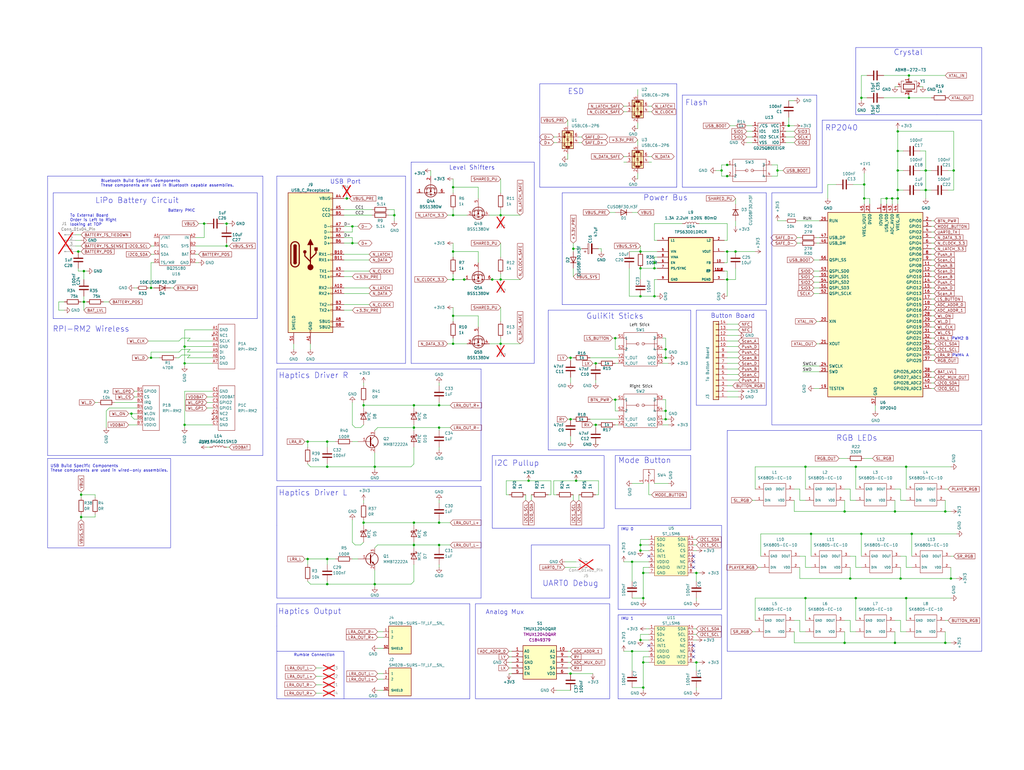
<source format=kicad_sch>
(kicad_sch (version 20231120) (generator "eeschema") (generator_version "8.0")
  (paper "User" 465 350)
  (title_block (title "ProGCC 3.2 Main Board") (date "2019-12-18") (rev "0.1") (company "HHL") (comment 1 "Designed by Mitch Cairns"))
  (junction (at 297.18 134.62))
  (junction (at 392.43 83.82))
  (junction (at 210.82 127))
  (junction (at 148.59 254))
  (junction (at 160.02 102.87))
  (junction (at 353.06 77.47))
  (junction (at 420.37 77.47))
  (junction (at 411.48 271.78))
  (junction (at 287.02 295.91))
  (junction (at 36.83 234.95))
  (junction (at 139.7 200.66))
  (junction (at 330.2 74.93))
  (junction (at 365.76 271.78))
  (junction (at 165.1 184.15))
  (junction (at 102.87 101.6))
  (junction (at 38.1 123.19))
  (junction (at 270.51 193.04))
  (junction (at 407.67 77.47))
  (junction (at 302.26 190.5))
  (junction (at 407.67 59.69))
  (junction (at 199.39 184.15))
  (junction (at 187.96 194.31))
  (junction (at 383.54 292.1))
  (junction (at 297.18 119.38))
  (junction (at 205.74 156.21))
  (junction (at 392.43 90.17))
  (junction (at 412.75 34.29))
  (junction (at 402.59 90.17))
  (junction (at 407.67 68.58))
  (junction (at 431.8 262.89))
  (junction (at 420.37 86.36))
  (junction (at 407.67 90.17))
  (junction (at 160.02 110.49))
  (junction (at 139.7 254))
  (junction (at 292.1 260.35))
  (junction (at 408.94 262.89))
  (junction (at 279.4 181.61))
  (junction (at 302.26 162.56))
  (junction (at 205.74 127))
  (junction (at 170.18 265.43))
  (junction (at 290.83 134.62))
  (junction (at 386.08 262.89))
  (junction (at 330.2 80.01))
  (junction (at 292.1 271.78))
  (junction (at 205.74 85.09))
  (junction (at 302.26 186.69))
  (junction (at 391.16 242.57))
  (junction (at 406.4 292.1))
  (junction (at 170.18 212.09))
  (junction (at 83.82 157.48))
  (junction (at 383.54 232.41))
  (junction (at 411.48 212.09))
  (junction (at 327.66 77.47))
  (junction (at 199.39 194.31))
  (junction (at 368.3 242.57))
  (junction (at 83.82 165.1))
  (junction (at 260.35 113.03))
  (junction (at 187.96 247.65))
  (junction (at 388.62 271.78))
  (junction (at 148.59 200.66))
  (junction (at 59.69 187.96))
  (junction (at 259.08 162.56))
  (junction (at 68.58 130.81))
  (junction (at 36.83 224.79))
  (junction (at 199.39 237.49))
  (junction (at 290.83 114.3))
  (junction (at 290.83 121.92))
  (junction (at 92.71 101.6))
  (junction (at 292.1 300.99))
  (junction (at 68.58 162.56))
  (junction (at 199.39 247.65))
  (junction (at 38.1 137.16))
  (junction (at 290.83 247.65))
  (junction (at 391.16 44.45))
  (junction (at 148.59 265.43))
  (junction (at 259.08 190.5))
  (junction (at 405.13 90.17))
  (junction (at 240.03 218.44))
  (junction (at 205.74 97.79))
  (junction (at 279.4 153.67))
  (junction (at 407.67 86.36))
  (junction (at 414.02 242.57))
  (junction (at 302.26 158.75))
  (junction (at 406.4 232.41))
  (junction (at 292.1 312.42))
  (junction (at 83.82 193.04))
  (junction (at 297.18 121.92))
  (junction (at 433.07 77.47))
  (junction (at 35.56 114.3))
  (junction (at 330.2 114.3))
  (junction (at 102.87 111.76))
  (junction (at 287.02 255.27))
  (junction (at 223.52 127))
  (junction (at 334.01 114.3))
  (junction (at 270.51 165.1))
  (junction (at 259.08 306.07))
  (junction (at 290.83 250.19))
  (junction (at 187.96 184.15))
  (junction (at 227.33 97.79))
  (junction (at 148.59 212.09))
  (junction (at 330.2 127))
  (junction (at 261.62 218.44))
  (junction (at 365.76 212.09))
  (junction (at 429.26 292.1))
  (junction (at 316.23 260.35))
  (junction (at 227.33 156.21))
  (junction (at 316.23 300.99))
  (junction (at 227.33 127))
  (junction (at 187.96 237.49))
  (junction (at 429.26 232.41))
  (junction (at 157.48 90.17))
  (junction (at 205.74 143.51))
  (junction (at 412.75 44.45))
  (junction (at 179.07 97.79))
  (junction (at 388.62 212.09))
  (junction (at 358.14 57.15))
  (junction (at 165.1 237.49))
  (junction (at 290.83 290.83))
  (junction (at 205.74 114.3))
  (no_connect (at 314.96 293.37))
  (no_connect (at 314.96 255.27))
  (no_connect (at 314.96 295.91))
  (no_connect (at 314.96 257.81))
  (no_connect (at 294.64 293.37))
  (no_connect (at 314.96 252.73))
  (no_connect (at 314.96 298.45))
  (no_connect (at 294.64 252.73))
  (wire (pts (xy 298.45 116.84) (xy 297.18 116.84)))
  (wire (pts (xy 199.39 173.99) (xy 199.39 175.26)))
  (wire (pts (xy 104.14 101.6) (xy 102.87 101.6)))
  (wire (pts (xy 35.56 123.19) (xy 38.1 123.19)))
  (wire (pts (xy 148.59 212.09) (xy 170.18 212.09)))
  (wire (pts (xy 302.26 186.69) (xy 302.26 190.5)))
  (wire (pts (xy 227.33 97.79) (xy 236.22 97.79)))
  (wire (pts (xy 334.01 121.92) (xy 334.01 127)))
  (wire (pts (xy 62.23 190.5) (xy 60.96 190.5)))
  (wire (pts (xy 161.29 247.65) (xy 163.83 247.65)))
  (wire (pts (xy 302.26 162.56) (xy 303.53 162.56)))
  (wire (pts (xy 260.35 162.56) (xy 259.08 162.56)))
  (wire (pts (xy 165.1 227.33) (xy 165.1 228.6)))
  (wire (pts (xy 160.02 102.87) (xy 162.56 102.87)))
  (wire (pts (xy 287.02 255.27) (xy 294.64 255.27)))
  (wire (pts (xy 365.76 257.81) (xy 368.3 257.81)))
  (wire (pts (xy 264.16 113.03) (xy 260.35 113.03)))
  (wire (pts (xy 433.07 77.47) (xy 433.07 86.36)))
  (wire (pts (xy 422.91 143.51) (xy 424.18 143.51)))
  (wire (pts (xy 292.1 300.99) (xy 292.1 312.42)))
  (wire (pts (xy 199.39 236.22) (xy 199.39 237.49)))
  (polyline (pts (xy 350.52 87.63) (xy 350.52 193.04)))
  (wire (pts (xy 434.34 262.89) (xy 431.8 262.89)))
  (wire (pts (xy 408.94 252.73) (xy 411.48 252.73)))
  (wire (pts (xy 165.1 173.99) (xy 165.1 175.26)))
  (wire (pts (xy 422.91 128.27) (xy 424.18 128.27)))
  (wire (pts (xy 397.51 184.15) (xy 397.51 186.69)))
  (wire (pts (xy 279.4 186.69) (xy 280.67 186.69)))
  (wire (pts (xy 388.62 271.78) (xy 411.48 271.78)))
  (wire (pts (xy 140.97 156.21) (xy 140.97 158.75)))
  (wire (pts (xy 101.6 101.6) (xy 102.87 101.6)))
  (wire (pts (xy 217.17 148.59) (xy 217.17 143.51)))
  (wire (pts (xy 297.18 109.22) (xy 298.45 109.22)))
  (wire (pts (xy 401.32 34.29) (xy 412.75 34.29)))
  (wire (pts (xy 187.96 264.16) (xy 186.69 265.43)))
  (wire (pts (xy 342.9 212.09) (xy 365.76 212.09)))
  (wire (pts (xy 257.81 72.39) (xy 257.81 69.85)))
  (wire (pts (xy 205.74 143.51) (xy 205.74 146.05)))
  (wire (pts (xy 140.97 212.09) (xy 148.59 212.09)))
  (wire (pts (xy 342.9 222.25) (xy 342.9 212.09)))
  (wire (pts (xy 86.36 158.75) (xy 82.55 158.75)))
  (wire (pts (xy 339.09 64.77) (xy 341.63 64.77)))
  (wire (pts (xy 330.2 109.22) (xy 328.93 109.22)))
  (wire (pts (xy 295.91 50.8) (xy 294.64 50.8)))
  (wire (pts (xy 422.91 171.45) (xy 424.18 171.45)))
  (wire (pts (xy 271.78 193.04) (xy 270.51 193.04)))
  (wire (pts (xy 259.08 200.66) (xy 259.08 198.12)))
  (wire (pts (xy 388.62 212.09) (xy 388.62 222.25)))
  (wire (pts (xy 170.18 259.08) (xy 170.18 265.43)))
  (wire (pts (xy 392.43 208.28) (xy 396.24 208.28)))
  (wire (pts (xy 287.02 304.8) (xy 287.02 295.91)))
  (wire (pts (xy 363.22 107.95) (xy 361.95 107.95)))
  (polyline (pts (xy 327.66 279.4) (xy 327.66 317.5)))
  (wire (pts (xy 67.31 162.56) (xy 68.58 162.56)))
  (wire (pts (xy 360.68 292.1) (xy 360.68 287.02)))
  (wire (pts (xy 68.58 111.76) (xy 69.85 111.76)))
  (wire (pts (xy 160.02 110.49) (xy 162.56 110.49)))
  (wire (pts (xy 369.57 133.35) (xy 372.11 133.35)))
  (wire (pts (xy 276.86 96.52) (xy 279.4 96.52)))
  (wire (pts (xy 227.33 81.28) (xy 227.33 87.63)))
  (wire (pts (xy 83.82 149.86) (xy 83.82 157.48)))
  (wire (pts (xy 283.21 71.12) (xy 284.48 71.12)))
  (wire (pts (xy 372.11 166.37) (xy 364.49 166.37)))
  (wire (pts (xy 156.21 90.17) (xy 157.48 90.17)))
  (wire (pts (xy 176.53 97.79) (xy 179.07 97.79)))
  (wire (pts (xy 287.02 312.42) (xy 292.1 312.42)))
  (wire (pts (xy 422.91 135.89) (xy 424.18 135.89)))
  (wire (pts (xy 292.1 298.45) (xy 294.64 298.45)))
  (wire (pts (xy 259.08 303.53) (xy 257.81 303.53)))
  (wire (pts (xy 36.83 234.95) (xy 36.83 236.22)))
  (wire (pts (xy 372.11 110.49) (xy 370.84 110.49)))
  (wire (pts (xy 279.4 193.04) (xy 280.67 193.04)))
  (wire (pts (xy 160.02 236.22) (xy 160.02 246.38)))
  (wire (pts (xy 365.76 271.78) (xy 365.76 281.94)))
  (wire (pts (xy 35.56 121.92) (xy 35.56 123.19)))
  (polyline (pts (xy 279.4 231.14) (xy 279.4 207.01)))
  (wire (pts (xy 327.66 74.93) (xy 327.66 77.47)))
  (wire (pts (xy 222.25 127) (xy 223.52 127)))
  (wire (pts (xy 386.08 227.33) (xy 388.62 227.33)))
  (wire (pts (xy 171.45 294.64) (xy 173.99 294.64)))
  (wire (pts (xy 85.09 154.94) (xy 96.52 154.94)))
  (wire (pts (xy 199.39 203.2) (xy 199.39 204.47)))
  (wire (pts (xy 68.58 130.81) (xy 67.31 130.81)))
  (polyline (pts (xy 184.15 80.01) (xy 184.15 165.1)))
  (wire (pts (xy 83.82 165.1) (xy 83.82 166.37)))
  (polyline (pts (xy 276.86 271.78) (xy 276.86 247.65)))
  (wire (pts (xy 335.28 157.48) (xy 330.2 157.48)))
  (wire (pts (xy 170.18 212.09) (xy 186.69 212.09)))
  (wire (pts (xy 156.21 138.43) (xy 167.64 138.43)))
  (wire (pts (xy 407.67 86.36) (xy 407.67 90.17)))
  (wire (pts (xy 222.25 97.79) (xy 227.33 97.79)))
  (wire (pts (xy 363.22 262.89) (xy 363.22 257.81)))
  (wire (pts (xy 393.7 34.29) (xy 391.16 34.29)))
  (wire (pts (xy 231.14 298.45) (xy 232.41 298.45)))
  (wire (pts (xy 199.39 256.54) (xy 199.39 257.81)))
  (wire (pts (xy 363.22 252.73) (xy 365.76 252.73)))
  (wire (pts (xy 369.57 118.11) (xy 372.11 118.11)))
  (wire (pts (xy 270.51 193.04) (xy 269.24 193.04)))
  (polyline (pts (xy 307.34 85.09) (xy 307.34 38.1)))
  (wire (pts (xy 422.91 110.49) (xy 424.18 110.49)))
  (wire (pts (xy 156.21 97.79) (xy 168.91 97.79)))
  (wire (pts (xy 406.4 292.1) (xy 383.54 292.1)))
  (wire (pts (xy 231.14 306.07) (xy 232.41 306.07)))
  (wire (pts (xy 187.96 246.38) (xy 187.96 247.65)))
  (wire (pts (xy 290.83 121.92) (xy 297.18 121.92)))
  (wire (pts (xy 205.74 81.28) (xy 205.74 85.09)))
  (wire (pts (xy 292.1 257.81) (xy 294.64 257.81)))
  (wire (pts (xy 138.43 254) (xy 139.7 254)))
  (wire (pts (xy 422.91 107.95) (xy 424.18 107.95)))
  (polyline (pts (xy 184.15 165.1) (xy 125.73 165.1)))
  (wire (pts (xy 290.83 121.92) (xy 290.83 127)))
  (wire (pts (xy 231.14 295.91) (xy 232.41 295.91)))
  (wire (pts (xy 422.91 168.91) (xy 424.18 168.91)))
  (wire (pts (xy 43.18 226.06) (xy 43.18 224.79)))
  (wire (pts (xy 412.75 43.18) (xy 412.75 44.45)))
  (wire (pts (xy 43.18 224.79) (xy 36.83 224.79)))
  (wire (pts (xy 422.91 125.73) (xy 424.18 125.73)))
  (wire (pts (xy 77.47 130.81) (xy 78.74 130.81)))
  (wire (pts (xy 297.18 101.6) (xy 297.18 109.22)))
  (wire (pts (xy 345.44 252.73) (xy 345.44 242.57)))
  (wire (pts (xy 316.23 288.29) (xy 314.96 288.29)))
  (wire (pts (xy 212.09 156.21) (xy 205.74 156.21)))
  (wire (pts (xy 80.01 162.56) (xy 81.28 162.56)))
  (wire (pts (xy 283.21 73.66) (xy 284.48 73.66)))
  (wire (pts (xy 314.96 300.99) (xy 316.23 300.99)))
  (wire (pts (xy 279.4 153.67) (xy 280.67 153.67)))
  (wire (pts (xy 187.96 247.65) (xy 199.39 247.65)))
  (wire (pts (xy 335.28 162.56) (xy 330.2 162.56)))
  (polyline (pts (xy 241.3 247.65) (xy 241.3 271.78)))
  (wire (pts (xy 267.97 162.56) (xy 280.67 162.56)))
  (polyline (pts (xy 218.44 220.98) (xy 218.44 271.78)))
  (wire (pts (xy 317.5 101.6) (xy 330.2 101.6)))
  (wire (pts (xy 165.1 237.49) (xy 187.96 237.49)))
  (wire (pts (xy 335.28 165.1) (xy 330.2 165.1)))
  (wire (pts (xy 335.28 167.64) (xy 330.2 167.64)))
  (wire (pts (xy 392.43 78.74) (xy 392.43 83.82)))
  (wire (pts (xy 412.75 35.56) (xy 412.75 34.29)))
  (wire (pts (xy 259.08 298.45) (xy 257.81 298.45)))
  (wire (pts (xy 422.91 130.81) (xy 424.18 130.81)))
  (polyline (pts (xy 276.86 247.65) (xy 241.3 247.65)))
  (wire (pts (xy 363.22 281.94) (xy 363.22 287.02)))
  (wire (pts (xy 156.21 130.81) (xy 167.64 130.81)))
  (wire (pts (xy 102.87 111.76) (xy 104.14 111.76)))
  (polyline (pts (xy 330.2 195.58) (xy 330.2 295.91)))
  (wire (pts (xy 297.18 127) (xy 298.45 127)))
  (wire (pts (xy 83.82 165.1) (xy 96.52 165.1)))
  (wire (pts (xy 222.25 156.21) (xy 227.33 156.21)))
  (wire (pts (xy 269.24 306.07) (xy 259.08 306.07)))
  (wire (pts (xy 83.82 177.8) (xy 96.52 177.8)))
  (wire (pts (xy 88.9 115.57) (xy 90.17 115.57)))
  (wire (pts (xy 93.98 203.2) (xy 95.25 203.2)))
  (wire (pts (xy 417.83 77.47) (xy 420.37 77.47)))
  (wire (pts (xy 165.1 182.88) (xy 165.1 184.15)))
  (wire (pts (xy 86.36 161.29) (xy 82.55 161.29)))
  (wire (pts (xy 160.02 254) (xy 162.56 254)))
  (wire (pts (xy 408.94 262.89) (xy 386.08 262.89)))
  (wire (pts (xy 369.57 130.81) (xy 372.11 130.81)))
  (wire (pts (xy 160.02 105.41) (xy 160.02 102.87)))
  (wire (pts (xy 156.21 107.95) (xy 160.02 107.95)))
  (wire (pts (xy 88.9 107.95) (xy 92.71 107.95)))
  (wire (pts (xy 165.1 236.22) (xy 165.1 237.49)))
  (wire (pts (xy 386.08 262.89) (xy 386.08 257.81)))
  (wire (pts (xy 386.08 281.94) (xy 386.08 287.02)))
  (wire (pts (xy 199.39 194.31) (xy 199.39 195.58)))
  (wire (pts (xy 227.33 156.21) (xy 236.22 156.21)))
  (wire (pts (xy 179.07 97.79) (xy 179.07 100.33)))
  (polyline (pts (xy 255.27 87.63) (xy 347.98 87.63)))
  (polyline (pts (xy 347.98 140.97) (xy 347.98 184.15)))
  (wire (pts (xy 294.64 247.65) (xy 290.83 247.65)))
  (wire (pts (xy 332.74 175.26) (xy 330.2 175.26)))
  (wire (pts (xy 316.23 247.65) (xy 314.96 247.65)))
  (wire (pts (xy 34.29 109.22) (xy 36.83 109.22)))
  (wire (pts (xy 422.91 146.05) (xy 424.18 146.05)))
  (polyline (pts (xy 373.38 54.61) (xy 373.38 87.63)))
  (wire (pts (xy 279.4 158.75) (xy 280.67 158.75)))
  (wire (pts (xy 36.83 224.79) (xy 36.83 226.06)))
  (wire (pts (xy 294.64 288.29) (xy 290.83 288.29)))
  (wire (pts (xy 160.02 107.95) (xy 160.02 110.49)))
  (wire (pts (xy 160.02 182.88) (xy 160.02 193.04)))
  (wire (pts (xy 205.74 97.79) (xy 205.74 95.25)))
  (wire (pts (xy 420.37 68.58) (xy 420.37 77.47)))
  (polyline (pts (xy 445.77 21.59) (xy 445.77 50.8)))
  (polyline (pts (xy 218.44 271.78) (xy 125.73 271.78)))
  (wire (pts (xy 297.18 134.62) (xy 298.45 134.62)))
  (wire (pts (xy 297.18 127) (xy 297.18 134.62)))
  (polyline (pts (xy 125.73 274.32) (xy 213.36 274.32)))
  (wire (pts (xy 356.87 57.15) (xy 358.14 57.15)))
  (wire (pts (xy 187.96 194.31) (xy 199.39 194.31)))
  (wire (pts (xy 429.26 222.25) (xy 430.53 222.25)))
  (wire (pts (xy 335.28 170.18) (xy 330.2 170.18)))
  (wire (pts (xy 261.62 257.81) (xy 256.54 257.81)))
  (wire (pts (xy 316.23 285.75) (xy 314.96 285.75)))
  (wire (pts (xy 356.87 62.23) (xy 360.68 62.23)))
  (wire (pts (xy 187.96 210.82) (xy 186.69 212.09)))
  (wire (pts (xy 365.76 212.09) (xy 365.76 222.25)))
  (wire (pts (xy 187.96 237.49) (xy 199.39 237.49)))
  (wire (pts (xy 157.48 90.17) (xy 158.75 90.17)))
  (polyline (pts (xy 347.98 138.43) (xy 255.27 138.43)))
  (wire (pts (xy 422.91 148.59) (xy 424.18 148.59)))
  (wire (pts (xy 170.18 212.09) (xy 170.18 213.36)))
  (wire (pts (xy 365.76 212.09) (xy 388.62 212.09)))
  (wire (pts (xy 68.58 160.02) (xy 68.58 162.56)))
  (wire (pts (xy 59.69 187.96) (xy 59.69 189.23)))
  (wire (pts (xy 411.48 271.78) (xy 431.8 271.78)))
  (polyline (pts (xy 347.98 184.15) (xy 316.23 184.15)))
  (wire (pts (xy 379.73 83.82) (xy 375.92 83.82)))
  (wire (pts (xy 203.2 127) (xy 205.74 127)))
  (wire (pts (xy 292.1 260.35) (xy 294.64 260.35)))
  (wire (pts (xy 287.02 295.91) (xy 294.64 295.91)))
  (wire (pts (xy 334.01 114.3) (xy 342.9 114.3)))
  (wire (pts (xy 88.9 111.76) (xy 102.87 111.76)))
  (wire (pts (xy 187.96 194.31) (xy 187.96 195.58)))
  (wire (pts (xy 335.28 160.02) (xy 330.2 160.02)))
  (polyline (pts (xy 316.23 140.97) (xy 316.23 184.15)))
  (wire (pts (xy 414.02 242.57) (xy 434.34 242.57)))
  (wire (pts (xy 289.56 40.64) (xy 289.56 43.18)))
  (wire (pts (xy 69.85 119.38) (xy 68.58 119.38)))
  (wire (pts (xy 212.09 127) (xy 210.82 127)))
  (wire (pts (xy 407.67 86.36) (xy 410.21 86.36)))
  (wire (pts (xy 205.74 85.09) (xy 205.74 87.63)))
  (wire (pts (xy 420.37 86.36) (xy 420.37 90.17)))
  (wire (pts (xy 60.96 190.5) (xy 59.69 189.23)))
  (wire (pts (xy 334.01 100.33) (xy 334.01 102.87)))
  (wire (pts (xy 369.57 176.53) (xy 372.11 176.53)))
  (wire (pts (xy 433.07 59.69) (xy 433.07 77.47)))
  (wire (pts (xy 290.83 288.29) (xy 290.83 290.83)))
  (wire (pts (xy 388.62 252.73) (xy 388.62 257.81)))
  (wire (pts (xy 83.82 149.86) (xy 96.52 149.86)))
  (wire (pts (xy 290.83 290.83) (xy 294.64 290.83)))
  (wire (pts (xy 411.48 257.81) (xy 414.02 257.81)))
  (wire (pts (xy 271.78 218.44) (xy 261.62 218.44)))
  (polyline (pts (xy 125.73 185.42) (xy 125.73 167.64)))
  (wire (pts (xy 339.09 59.69) (xy 341.63 59.69)))
  (wire (pts (xy 93.98 182.88) (xy 96.52 182.88)))
  (wire (pts (xy 391.16 242.57) (xy 414.02 242.57)))
  (wire (pts (xy 187.96 184.15) (xy 199.39 184.15)))
  (wire (pts (xy 386.08 287.02) (xy 388.62 287.02)))
  (wire (pts (xy 422.91 118.11) (xy 424.18 118.11)))
  (wire (pts (xy 330.2 123.19) (xy 328.93 123.19)))
  (wire (pts (xy 341.63 287.02) (xy 342.9 287.02)))
  (wire (pts (xy 412.75 34.29) (xy 429.26 34.29)))
  (wire (pts (xy 417.83 68.58) (xy 420.37 68.58)))
  (wire (pts (xy 375.92 83.82) (xy 375.92 90.17)))
  (polyline (pts (xy 388.62 21.59) (xy 388.62 52.07)))
  (wire (pts (xy 251.46 62.23) (xy 252.73 62.23)))
  (polyline (pts (xy 218.44 167.64) (xy 218.44 218.44)))
  (wire (pts (xy 259.08 295.91) (xy 257.81 295.91)))
  (polyline (pts (xy 255.27 110.49) (xy 255.27 87.63)))
  (wire (pts (xy 422.91 156.21) (xy 424.18 156.21)))
  (wire (pts (xy 92.71 101.6) (xy 93.98 101.6)))
  (wire (pts (xy 187.96 237.49) (xy 187.96 238.76)))
  (wire (pts (xy 330.2 80.01) (xy 327.66 80.01)))
  (wire (pts (xy 290.83 245.11) (xy 294.64 245.11)))
  (wire (pts (xy 82.55 153.67) (xy 86.36 153.67)))
  (wire (pts (xy 227.33 156.21) (xy 227.33 153.67)))
  (wire (pts (xy 82.55 161.29) (xy 81.28 162.56)))
  (wire (pts (xy 353.06 74.93) (xy 353.06 77.47)))
  (wire (pts (xy 406.4 292.1) (xy 406.4 287.02)))
  (wire (pts (xy 248.92 224.79) (xy 250.19 224.79)))
  (wire (pts (xy 148.59 200.66) (xy 152.4 200.66)))
  (wire (pts (xy 29.21 140.97) (xy 26.67 140.97)))
  (wire (pts (xy 257.81 54.61) (xy 257.81 57.15)))
  (wire (pts (xy 391.16 44.45) (xy 391.16 45.72)))
  (polyline (pts (xy 370.84 85.09) (xy 309.88 85.09)))
  (wire (pts (xy 171.45 306.07) (xy 173.99 306.07)))
  (wire (pts (xy 171.45 247.65) (xy 187.96 247.65)))
  (wire (pts (xy 429.26 281.94) (xy 430.53 281.94)))
  (wire (pts (xy 431.8 252.73) (xy 433.07 252.73)))
  (wire (pts (xy 156.21 105.41) (xy 160.02 105.41)))
  (wire (pts (xy 48.26 186.69) (xy 48.26 194.31)))
  (polyline (pts (xy 425.45 52.07) (xy 445.77 52.07)))
  (wire (pts (xy 289.56 81.28) (xy 289.56 78.74)))
  (wire (pts (xy 391.16 34.29) (xy 391.16 44.45)))
  (wire (pts (xy 406.4 222.25) (xy 408.94 222.25)))
  (wire (pts (xy 433.07 59.69) (xy 407.67 59.69)))
  (wire (pts (xy 260.35 121.92) (xy 260.35 125.73)))
  (polyline (pts (xy 445.77 195.58) (xy 445.77 295.91)))
  (wire (pts (xy 292.1 300.99) (xy 294.64 300.99)))
  (wire (pts (xy 341.63 227.33) (xy 342.9 227.33)))
  (wire (pts (xy 422.91 100.33) (xy 424.18 100.33)))
  (wire (pts (xy 285.75 134.62) (xy 290.83 134.62)))
  (wire (pts (xy 199.39 194.31) (xy 204.47 194.31)))
  (wire (pts (xy 407.67 68.58) (xy 407.67 77.47)))
  (wire (pts (xy 402.59 90.17) (xy 405.13 90.17)))
  (wire (pts (xy 238.76 227.33) (xy 238.76 224.79)))
  (polyline (pts (xy 313.69 207.01) (xy 279.4 207.01)))
  (wire (pts (xy 139.7 200.66) (xy 148.59 200.66)))
  (wire (pts (xy 231.14 300.99) (xy 232.41 300.99)))
  (wire (pts (xy 309.88 101.6) (xy 297.18 101.6)))
  (wire (pts (xy 283.21 48.26) (xy 284.48 48.26)))
  (wire (pts (xy 335.28 149.86) (xy 330.2 149.86)))
  (wire (pts (xy 402.59 90.17) (xy 402.59 92.71)))
  (polyline (pts (xy 248.92 204.47) (xy 248.92 140.97)))
  (polyline (pts (xy 370.84 43.18) (xy 370.84 85.09)))
  (wire (pts (xy 407.67 77.47) (xy 407.67 86.36)))
  (wire (pts (xy 83.82 193.04) (xy 83.82 194.31)))
  (wire (pts (xy 420.37 77.47) (xy 420.37 86.36)))
  (wire (pts (xy 331.47 80.01) (xy 330.2 80.01)))
  (wire (pts (xy 422.91 138.43) (xy 424.18 138.43)))
  (wire (pts (xy 316.23 312.42) (xy 316.23 313.69)))
  (wire (pts (xy 82.55 158.75) (xy 81.28 160.02)))
  (polyline (pts (xy 245.11 85.09) (xy 307.34 85.09)))
  (wire (pts (xy 290.83 250.19) (xy 294.64 250.19)))
  (wire (pts (xy 165.1 193.04) (xy 163.83 194.31)))
  (wire (pts (xy 271.78 165.1) (xy 270.51 165.1)))
  (wire (pts (xy 279.4 165.1) (xy 280.67 165.1)))
  (wire (pts (xy 36.83 223.52) (xy 36.83 224.79)))
  (wire (pts (xy 160.02 200.66) (xy 162.56 200.66)))
  (wire (pts (xy 138.43 200.66) (xy 139.7 200.66)))
  (wire (pts (xy 262.89 227.33) (xy 262.89 224.79)))
  (wire (pts (xy 227.33 139.7) (xy 227.33 146.05)))
  (wire (pts (xy 270.51 165.1) (xy 269.24 165.1)))
  (wire (pts (xy 227.33 97.79) (xy 227.33 95.25)))
  (wire (pts (xy 85.09 162.56) (xy 86.36 161.29)))
  (wire (pts (xy 407.67 58.42) (xy 407.67 59.69)))
  (wire (pts (xy 422.91 140.97) (xy 424.18 140.97)))
  (polyline (pts (xy 125.73 295.91) (xy 156.21 295.91)))
  (wire (pts (xy 422.91 173.99) (xy 424.18 173.99)))
  (wire (pts (xy 372.11 168.91) (xy 364.49 168.91)))
  (polyline (pts (xy 280.67 238.76) (xy 280.67 276.86)))
  (wire (pts (xy 408.94 287.02) (xy 411.48 287.02)))
  (wire (pts (xy 68.58 160.02) (xy 81.28 160.02)))
  (wire (pts (xy 370.84 146.05) (xy 372.11 146.05)))
  (wire (pts (xy 331.47 74.93) (xy 330.2 74.93)))
  (wire (pts (xy 363.22 227.33) (xy 365.76 227.33)))
  (wire (pts (xy 358.14 57.15) (xy 360.68 57.15)))
  (wire (pts (xy 302.26 181.61) (xy 302.26 186.69)))
  (wire (pts (xy 34.29 114.3) (xy 35.56 114.3)))
  (wire (pts (xy 393.7 44.45) (xy 391.16 44.45)))
  (wire (pts (xy 199.39 247.65) (xy 199.39 248.92)))
  (wire (pts (xy 392.43 90.17) (xy 392.43 92.71)))
  (wire (pts (xy 383.54 232.41) (xy 360.68 232.41)))
  (wire (pts (xy 383.54 292.1) (xy 360.68 292.1)))
  (wire (pts (xy 391.16 242.57) (xy 391.16 252.73)))
  (wire (pts (xy 43.18 233.68) (xy 43.18 234.95)))
  (wire (pts (xy 273.05 114.3) (xy 273.05 113.03)))
  (wire (pts (xy 259.08 171.45) (xy 259.08 173.99)))
  (polyline (pts (xy 248.92 140.97) (xy 313.69 140.97)))
  (polyline (pts (xy 280.67 279.4) (xy 280.67 317.5)))
  (wire (pts (xy 330.2 101.6) (xy 330.2 109.22)))
  (wire (pts (xy 139.7 210.82) (xy 140.97 212.09)))
  (wire (pts (xy 316.23 290.83) (xy 314.96 290.83)))
  (wire (pts (xy 363.22 222.25) (xy 363.22 227.33)))
  (wire (pts (xy 43.18 234.95) (xy 36.83 234.95)))
  (polyline (pts (xy 125.73 167.64) (xy 218.44 167.64)))
  (wire (pts (xy 372.11 107.95) (xy 370.84 107.95)))
  (wire (pts (xy 334.01 90.17) (xy 334.01 92.71)))
  (wire (pts (xy 38.1 127) (xy 38.1 123.19)))
  (wire (pts (xy 433.07 86.36) (xy 430.53 86.36)))
  (wire (pts (xy 156.21 125.73) (xy 160.02 125.73)))
  (wire (pts (xy 227.33 110.49) (xy 227.33 116.84)))
  (wire (pts (xy 271.78 224.79) (xy 271.78 218.44)))
  (wire (pts (xy 250.19 218.44) (xy 240.03 218.44)))
  (polyline (pts (xy 307.34 38.1) (xy 245.11 38.1)))
  (wire (pts (xy 229.87 218.44) (xy 240.03 218.44)))
  (wire (pts (xy 38.1 134.62) (xy 38.1 137.16)))
  (polyline (pts (xy 255.27 110.49) (xy 255.27 138.43)))
  (wire (pts (xy 264.16 62.23) (xy 262.89 62.23)))
  (wire (pts (xy 290.83 111.76) (xy 290.83 114.3)))
  (wire (pts (xy 330.2 177.8) (xy 335.28 177.8)))
  (wire (pts (xy 143.51 314.96) (xy 146.05 314.96)))
  (wire (pts (xy 59.69 187.96) (xy 62.23 187.96)))
  (wire (pts (xy 342.9 271.78) (xy 365.76 271.78)))
  (wire (pts (xy 422.91 176.53) (xy 424.18 176.53)))
  (wire (pts (xy 330.2 123.19) (xy 330.2 127)))
  (wire (pts (xy 52.07 182.88) (xy 62.23 182.88)))
  (wire (pts (xy 300.99 190.5) (xy 302.26 190.5)))
  (wire (pts (xy 260.35 190.5) (xy 259.08 190.5)))
  (wire (pts (xy 260.35 227.33) (xy 260.35 224.79)))
  (wire (pts (xy 148.59 265.43) (xy 170.18 265.43)))
  (wire (pts (xy 156.21 102.87) (xy 160.02 102.87)))
  (wire (pts (xy 199.39 237.49) (xy 204.47 237.49)))
  (wire (pts (xy 330.2 180.34) (xy 335.28 180.34)))
  (wire (pts (xy 251.46 224.79) (xy 251.46 218.44)))
  (wire (pts (xy 148.59 210.82) (xy 148.59 212.09)))
  (wire (pts (xy 170.18 248.92) (xy 171.45 247.65)))
  (wire (pts (xy 386.08 252.73) (xy 388.62 252.73)))
  (wire (pts (xy 259.08 306.07) (xy 257.81 306.07)))
  (wire (pts (xy 156.21 133.35) (xy 167.64 133.35)))
  (wire (pts (xy 430.53 77.47) (xy 433.07 77.47)))
  (wire (pts (xy 92.71 101.6) (xy 92.71 107.95)))
  (wire (pts (xy 295.91 48.26) (xy 294.64 48.26)))
  (wire (pts (xy 156.21 140.97) (xy 160.02 140.97)))
  (wire (pts (xy 334.01 127) (xy 330.2 127)))
  (wire (pts (xy 292.1 257.81) (xy 292.1 260.35)))
  (wire (pts (xy 295.91 224.79) (xy 294.64 224.79)))
  (wire (pts (xy 261.62 255.27) (xy 256.54 255.27)))
  (wire (pts (xy 297.18 219.71) (xy 303.53 219.71)))
  (wire (pts (xy 283.21 50.8) (xy 284.48 50.8)))
  (wire (pts (xy 386.08 222.25) (xy 386.08 227.33)))
  (wire (pts (xy 295.91 73.66) (xy 294.64 73.66)))
  (wire (pts (xy 400.05 90.17) (xy 402.59 90.17)))
  (wire (pts (xy 316.23 250.19) (xy 314.96 250.19)))
  (wire (pts (xy 26.67 140.97) (xy 26.67 137.16)))
  (wire (pts (xy 85.09 162.56) (xy 96.52 162.56)))
  (wire (pts (xy 88.9 119.38) (xy 90.17 119.38)))
  (wire (pts (xy 360.68 281.94) (xy 363.22 281.94)))
  (wire (pts (xy 412.75 44.45) (xy 422.91 44.45)))
  (wire (pts (xy 369.57 128.27) (xy 372.11 128.27)))
  (wire (pts (xy 60.96 130.81) (xy 62.23 130.81)))
  (wire (pts (xy 102.87 110.49) (xy 102.87 111.76)))
  (wire (pts (xy 165.1 184.15) (xy 165.1 185.42)))
  (wire (pts (xy 38.1 140.97) (xy 38.1 137.16)))
  (wire (pts (xy 199.39 182.88) (xy 199.39 184.15)))
  (wire (pts (xy 179.07 95.25) (xy 179.07 97.79)))
  (wire (pts (xy 300.99 181.61) (xy 302.26 181.61)))
  (wire (pts (xy 330.2 74.93) (xy 327.66 74.93)))
  (wire (pts (xy 139.7 264.16) (xy 140.97 265.43)))
  (polyline (pts (xy 218.44 218.44) (xy 125.73 218.44)))
  (wire (pts (xy 83.82 193.04) (xy 96.52 193.04)))
  (wire (pts (xy 325.12 77.47) (xy 327.66 77.47)))
  (wire (pts (xy 43.18 182.88) (xy 44.45 182.88)))
  (wire (pts (xy 279.4 153.67) (xy 279.4 158.75)))
  (wire (pts (xy 383.54 222.25) (xy 386.08 222.25)))
  (wire (pts (xy 381 208.28) (xy 384.81 208.28)))
  (wire (pts (xy 383.54 281.94) (xy 386.08 281.94)))
  (wire (pts (xy 250.19 224.79) (xy 250.19 218.44)))
  (wire (pts (xy 406.4 232.41) (xy 406.4 227.33)))
  (wire (pts (xy 406.4 232.41) (xy 383.54 232.41)))
  (wire (pts (xy 297.18 121.92) (xy 298.45 121.92)))
  (wire (pts (xy 422.91 123.19) (xy 424.18 123.19)))
  (polyline (pts (xy 279.4 231.14) (xy 313.69 231.14)))
  (polyline (pts (xy 309.88 43.18) (xy 309.88 85.09)))
  (wire (pts (xy 278.13 181.61) (xy 279.4 181.61)))
  (wire (pts (xy 217.17 114.3) (xy 205.74 114.3)))
  (polyline (pts (xy 350.52 87.63) (xy 373.38 87.63)))
  (wire (pts (xy 302.26 190.5) (xy 303.53 190.5)))
  (wire (pts (xy 331.47 57.15) (xy 334.01 57.15)))
  (wire (pts (xy 170.18 205.74) (xy 170.18 212.09)))
  (polyline (pts (xy 248.92 204.47) (xy 313.69 204.47)))
  (polyline (pts (xy 125.73 80.01) (xy 184.15 80.01)))
  (wire (pts (xy 330.2 114.3) (xy 334.01 114.3)))
  (wire (pts (xy 289.56 58.42) (xy 289.56 55.88)))
  (wire (pts (xy 353.06 80.01) (xy 353.06 77.47)))
  (wire (pts (xy 335.28 172.72) (xy 330.2 172.72)))
  (wire (pts (xy 328.93 114.3) (xy 330.2 114.3)))
  (wire (pts (xy 60.96 180.34) (xy 62.23 180.34)))
  (wire (pts (xy 187.96 256.54) (xy 187.96 264.16)))
  (wire (pts (xy 171.45 289.56) (xy 173.99 289.56)))
  (wire (pts (xy 259.08 300.99) (xy 257.81 300.99)))
  (wire (pts (xy 422.91 113.03) (xy 424.18 113.03)))
  (polyline (pts (xy 445.77 295.91) (xy 330.2 295.91)))
  (wire (pts (xy 170.18 265.43) (xy 170.18 266.7)))
  (wire (pts (xy 360.68 232.41) (xy 360.68 227.33)))
  (wire (pts (xy 289.56 63.5) (xy 289.56 66.04)))
  (wire (pts (xy 217.17 90.17) (xy 217.17 85.09)))
  (wire (pts (xy 58.42 193.04) (xy 62.23 193.04)))
  (wire (pts (xy 316.23 300.99) (xy 317.5 300.99)))
  (wire (pts (xy 431.8 262.89) (xy 408.94 262.89)))
  (wire (pts (xy 407.67 90.17) (xy 407.67 92.71)))
  (wire (pts (xy 300.99 165.1) (xy 303.53 165.1)))
  (wire (pts (xy 165.1 184.15) (xy 187.96 184.15)))
  (wire (pts (xy 176.53 95.25) (xy 179.07 95.25)))
  (wire (pts (xy 408.94 222.25) (xy 408.94 227.33)))
  (wire (pts (xy 422.91 153.67) (xy 424.18 153.67)))
  (wire (pts (xy 102.87 101.6) (xy 102.87 102.87)))
  (wire (pts (xy 316.23 260.35) (xy 317.5 260.35)))
  (polyline (pts (xy 309.88 43.18) (xy 370.84 43.18)))
  (wire (pts (xy 406.4 281.94) (xy 408.94 281.94)))
  (wire (pts (xy 270.51 173.99) (xy 270.51 172.72)))
  (wire (pts (xy 295.91 71.12) (xy 294.64 71.12)))
  (wire (pts (xy 405.13 90.17) (xy 407.67 90.17)))
  (wire (pts (xy 259.08 162.56) (xy 257.81 162.56)))
  (wire (pts (xy 93.98 185.42) (xy 96.52 185.42)))
  (polyline (pts (xy 313.69 231.14) (xy 313.69 207.01)))
  (wire (pts (xy 285.75 114.3) (xy 290.83 114.3)))
  (wire (pts (xy 199.39 227.33) (xy 199.39 228.6)))
  (polyline (pts (xy 125.73 238.76) (xy 125.73 271.78)))
  (wire (pts (xy 279.4 181.61) (xy 279.4 186.69)))
  (wire (pts (xy 358.14 45.72) (xy 360.68 45.72)))
  (wire (pts (xy 161.29 247.65) (xy 160.02 246.38)))
  (polyline (pts (xy 280.67 238.76) (xy 327.66 238.76)))
  (wire (pts (xy 212.09 97.79) (xy 205.74 97.79)))
  (wire (pts (xy 335.28 154.94) (xy 330.2 154.94)))
  (wire (pts (xy 369.57 123.19) (xy 372.11 123.19)))
  (wire (pts (xy 283.21 255.27) (xy 287.02 255.27)))
  (wire (pts (xy 294.64 219.71) (xy 294.64 224.79)))
  (wire (pts (xy 431.8 292.1) (xy 429.26 292.1)))
  (wire (pts (xy 383.54 292.1) (xy 383.54 287.02)))
  (wire (pts (xy 231.14 303.53) (xy 232.41 303.53)))
  (wire (pts (xy 283.21 295.91) (xy 287.02 295.91)))
  (wire (pts (xy 251.46 218.44) (xy 261.62 218.44)))
  (wire (pts (xy 259.08 163.83) (xy 259.08 162.56)))
  (wire (pts (xy 171.45 313.69) (xy 173.99 313.69)))
  (wire (pts (xy 410.21 68.58) (xy 407.67 68.58)))
  (wire (pts (xy 199.39 247.65) (xy 204.47 247.65)))
  (wire (pts (xy 148.59 254) (xy 152.4 254)))
  (wire (pts (xy 199.39 184.15) (xy 204.47 184.15)))
  (wire (pts (xy 420.37 86.36) (xy 417.83 86.36)))
  (wire (pts (xy 422.91 163.83) (xy 424.18 163.83)))
  (wire (pts (xy 139.7 254) (xy 139.7 256.54)))
  (wire (pts (xy 302.26 186.69) (xy 300.99 186.69)))
  (wire (pts (xy 429.26 292.1) (xy 406.4 292.1)))
  (wire (pts (xy 422.91 105.41) (xy 424.18 105.41)))
  (wire (pts (xy 171.45 308.61) (xy 173.99 308.61)))
  (wire (pts (xy 187.96 203.2) (xy 187.96 210.82)))
  (wire (pts (xy 81.28 154.94) (xy 82.55 153.67)))
  (wire (pts (xy 292.1 260.35) (xy 292.1 271.78)))
  (wire (pts (xy 422.91 161.29) (xy 424.18 161.29)))
  (wire (pts (xy 344.17 257.81) (xy 345.44 257.81)))
  (wire (pts (xy 356.87 64.77) (xy 360.68 64.77)))
  (wire (pts (xy 314.96 260.35) (xy 316.23 260.35)))
  (wire (pts (xy 38.1 123.19) (xy 39.37 123.19)))
  (wire (pts (xy 327.66 80.01) (xy 327.66 77.47)))
  (wire (pts (xy 353.06 77.47) (xy 355.6 77.47)))
  (wire (pts (xy 388.62 212.09) (xy 411.48 212.09)))
  (polyline (pts (xy 347.98 87.63) (xy 347.98 138.43)))
  (wire (pts (xy 252.73 224.79) (xy 251.46 224.79)))
  (wire (pts (xy 339.09 57.15) (xy 341.63 57.15)))
  (wire (pts (xy 290.83 245.11) (xy 290.83 247.65)))
  (wire (pts (xy 195.58 77.47) (xy 195.58 80.01)))
  (wire (pts (xy 170.18 195.58) (xy 171.45 194.31)))
  (wire (pts (xy 330.2 127) (xy 328.93 127)))
  (polyline (pts (xy 445.77 54.61) (xy 373.38 54.61)))
  (wire (pts (xy 287.02 271.78) (xy 292.1 271.78)))
  (wire (pts (xy 90.17 101.6) (xy 92.71 101.6)))
  (wire (pts (xy 187.96 247.65) (xy 187.96 248.92)))
  (wire (pts (xy 290.83 114.3) (xy 298.45 114.3)))
  (wire (pts (xy 83.82 177.8) (xy 83.82 193.04)))
  (wire (pts (xy 205.74 127) (xy 205.74 124.46)))
  (polyline (pts (xy 125.73 185.42) (xy 125.73 218.44)))
  (polyline (pts (xy 445.77 50.8) (xy 445.77 52.07)))
  (wire (pts (xy 356.87 59.69) (xy 360.68 59.69)))
  (polyline (pts (xy 316.23 140.97) (xy 347.98 140.97)))
  (wire (pts (xy 143.51 303.53) (xy 146.05 303.53)))
  (wire (pts (xy 273.05 113.03) (xy 271.78 113.03)))
  (wire (pts (xy 278.13 153.67) (xy 279.4 153.67)))
  (wire (pts (xy 139.7 254) (xy 148.59 254)))
  (wire (pts (xy 408.94 227.33) (xy 411.48 227.33)))
  (wire (pts (xy 392.43 83.82) (xy 392.43 90.17)))
  (wire (pts (xy 422.91 158.75) (xy 424.18 158.75)))
  (wire (pts (xy 38.1 137.16) (xy 36.83 137.16)))
  (wire (pts (xy 335.28 147.32) (xy 330.2 147.32)))
  (wire (pts (xy 392.43 90.17) (xy 394.97 90.17)))
  (wire (pts (xy 429.26 292.1) (xy 429.26 287.02)))
  (wire (pts (xy 46.99 137.16) (xy 49.53 137.16)))
  (wire (pts (xy 316.23 260.35) (xy 316.23 264.16)))
  (wire (pts (xy 223.52 127) (xy 227.33 127)))
  (polyline (pts (xy 241.3 271.78) (xy 276.86 271.78)))
  (wire (pts (xy 133.35 156.21) (xy 133.35 158.75)))
  (wire (pts (xy 156.21 95.25) (xy 168.91 95.25)))
  (wire (pts (xy 187.96 193.04) (xy 187.96 194.31)))
  (wire (pts (xy 360.68 222.25) (xy 363.22 222.25)))
  (wire (pts (xy 363.22 110.49) (xy 361.95 110.49)))
  (wire (pts (xy 353.06 100.33) (xy 356.87 100.33)))
  (wire (pts (xy 279.4 181.61) (xy 280.67 181.61)))
  (wire (pts (xy 205.74 139.7) (xy 205.74 143.51)))
  (wire (pts (xy 156.21 118.11) (xy 167.64 118.11)))
  (wire (pts (xy 383.54 232.41) (xy 383.54 227.33)))
  (polyline (pts (xy 280.67 279.4) (xy 327.66 279.4)))
  (wire (pts (xy 302.26 158.75) (xy 302.26 153.67)))
  (wire (pts (xy 260.35 110.49) (xy 260.35 113.03)))
  (polyline (pts (xy 388.62 21.59) (xy 445.77 21.59)))
  (wire (pts (xy 156.21 123.19) (xy 167.64 123.19)))
  (polyline (pts (xy 125.73 220.98) (xy 218.44 220.98)))
  (polyline (pts (xy 125.73 238.76) (xy 125.73 220.98)))
  (wire (pts (xy 83.82 157.48) (xy 83.82 165.1)))
  (polyline (pts (xy 125.73 284.48) (xy 125.73 274.32)))
  (wire (pts (xy 227.33 127) (xy 236.22 127)))
  (wire (pts (xy 165.1 246.38) (xy 163.83 247.65)))
  (polyline (pts (xy 350.52 193.04) (xy 445.77 193.04)))
  (wire (pts (xy 143.51 307.34) (xy 146.05 307.34)))
  (wire (pts (xy 400.05 92.71) (xy 400.05 90.17)))
  (wire (pts (xy 297.18 119.38) (xy 297.18 121.92)))
  (wire (pts (xy 148.59 264.16) (xy 148.59 265.43)))
  (wire (pts (xy 411.48 271.78) (xy 411.48 281.94)))
  (wire (pts (xy 408.94 262.89) (xy 408.94 257.81)))
  (wire (pts (xy 217.17 119.38) (xy 217.17 114.3)))
  (wire (pts (xy 68.58 162.56) (xy 72.39 162.56)))
  (wire (pts (xy 420.37 77.47) (xy 422.91 77.47)))
  (wire (pts (xy 368.3 242.57) (xy 368.3 252.73)))
  (wire (pts (xy 411.48 252.73) (xy 411.48 257.81)))
  (wire (pts (xy 431.8 262.89) (xy 431.8 257.81)))
  (wire (pts (xy 429.26 232.41) (xy 406.4 232.41)))
  (wire (pts (xy 339.09 62.23) (xy 341.63 62.23)))
  (wire (pts (xy 287.02 96.52) (xy 289.56 96.52)))
  (wire (pts (xy 260.35 113.03) (xy 260.35 114.3)))
  (wire (pts (xy 68.58 115.57) (xy 69.85 115.57)))
  (wire (pts (xy 365.76 252.73) (xy 365.76 257.81)))
  (wire (pts (xy 270.51 194.31) (xy 270.51 193.04)))
  (wire (pts (xy 335.28 152.4) (xy 330.2 152.4)))
  (wire (pts (xy 293.37 285.75) (xy 294.64 285.75)))
  (wire (pts (xy 292.1 273.05) (xy 292.1 271.78)))
  (wire (pts (xy 330.2 127) (xy 330.2 134.62)))
  (wire (pts (xy 350.52 80.01) (xy 353.06 80.01)))
  (wire (pts (xy 300.99 153.67) (xy 302.26 153.67)))
  (wire (pts (xy 422.91 120.65) (xy 424.18 120.65)))
  (polyline (pts (xy 327.66 276.86) (xy 280.67 276.86)))
  (wire (pts (xy 345.44 242.57) (xy 368.3 242.57)))
  (polyline (pts (xy 242.57 73.66) (xy 242.57 165.1)))
  (wire (pts (xy 414.02 242.57) (xy 414.02 252.73)))
  (wire (pts (xy 420.37 86.36) (xy 422.91 86.36)))
  (wire (pts (xy 93.98 180.34) (xy 96.52 180.34)))
  (wire (pts (xy 431.8 232.41) (xy 429.26 232.41)))
  (wire (pts (xy 86.36 153.67) (xy 85.09 154.94)))
  (polyline (pts (xy 327.66 317.5) (xy 280.67 317.5)))
  (wire (pts (xy 386.08 262.89) (xy 363.22 262.89)))
  (wire (pts (xy 171.45 287.02) (xy 173.99 287.02)))
  (wire (pts (xy 405.13 90.17) (xy 405.13 92.71)))
  (wire (pts (xy 217.17 85.09) (xy 205.74 85.09)))
  (wire (pts (xy 67.31 154.94) (xy 81.28 154.94)))
  (polyline (pts (xy 125.73 80.01) (xy 125.73 165.1)))
  (wire (pts (xy 328.93 119.38) (xy 330.2 119.38)))
  (polyline (pts (xy 242.57 165.1) (xy 186.69 165.1)))
  (wire (pts (xy 165.1 237.49) (xy 165.1 238.76)))
  (wire (pts (xy 58.42 187.96) (xy 59.69 187.96)))
  (wire (pts (xy 287.02 219.71) (xy 292.1 219.71)))
  (wire (pts (xy 161.29 194.31) (xy 163.83 194.31)))
  (wire (pts (xy 203.2 156.21) (xy 205.74 156.21)))
  (wire (pts (xy 267.97 190.5) (xy 280.67 190.5)))
  (polyline (pts (xy 186.69 73.66) (xy 242.57 73.66)))
  (wire (pts (xy 417.83 39.37) (xy 419.1 39.37)))
  (wire (pts (xy 68.58 119.38) (xy 68.58 130.81)))
  (wire (pts (xy 408.94 281.94) (xy 408.94 287.02)))
  (wire (pts (xy 170.18 265.43) (xy 186.69 265.43)))
  (wire (pts (xy 330.2 119.38) (xy 330.2 114.3)))
  (wire (pts (xy 358.14 53.34) (xy 358.14 57.15)))
  (wire (pts (xy 156.21 115.57) (xy 167.64 115.57)))
  (wire (pts (xy 210.82 127) (xy 205.74 127)))
  (wire (pts (xy 363.22 287.02) (xy 365.76 287.02)))
  (polyline (pts (xy 245.11 38.1) (xy 245.11 85.09)))
  (wire (pts (xy 406.4 39.37) (xy 407.67 39.37)))
  (polyline (pts (xy 213.36 317.5) (xy 125.73 317.5)))
  (wire (pts (xy 148.59 254) (xy 148.59 256.54)))
  (wire (pts (xy 161.29 194.31) (xy 160.02 193.04)))
  (wire (pts (xy 411.48 212.09) (xy 411.48 222.25)))
  (wire (pts (xy 34.29 106.68) (xy 36.83 106.68)))
  (polyline (pts (xy 313.69 140.97) (xy 313.69 204.47)))
  (wire (pts (xy 342.9 281.94) (xy 342.9 271.78)))
  (wire (pts (xy 316.23 245.11) (xy 314.96 245.11)))
  (wire (pts (xy 241.3 227.33) (xy 241.3 224.79)))
  (wire (pts (xy 369.57 125.73) (xy 372.11 125.73)))
  (wire (pts (xy 302.26 158.75) (xy 302.26 162.56)))
  (wire (pts (xy 68.58 130.81) (xy 69.85 130.81)))
  (wire (pts (xy 394.97 90.17) (xy 394.97 92.71)))
  (wire (pts (xy 139.7 200.66) (xy 139.7 203.2)))
  (wire (pts (xy 62.23 185.42) (xy 49.53 185.42)))
  (wire (pts (xy 205.74 110.49) (xy 205.74 114.3)))
  (polyline (pts (xy 125.73 284.48) (xy 125.73 317.5)))
  (wire (pts (xy 422.91 102.87) (xy 424.18 102.87)))
  (wire (pts (xy 148.59 200.66) (xy 148.59 203.2)))
  (wire (pts (xy 387.35 83.82) (xy 392.43 83.82)))
  (wire (pts (xy 361.95 100.33) (xy 372.11 100.33)))
  (wire (pts (xy 422.91 151.13) (xy 424.18 151.13)))
  (wire (pts (xy 350.52 74.93) (xy 353.06 74.93)))
  (wire (pts (xy 229.87 224.79) (xy 229.87 218.44)))
  (wire (pts (xy 407.67 59.69) (xy 407.67 68.58)))
  (wire (pts (xy 407.67 77.47) (xy 410.21 77.47)))
  (wire (pts (xy 205.74 114.3) (xy 205.74 116.84)))
  (wire (pts (xy 156.21 110.49) (xy 160.02 110.49)))
  (wire (pts (xy 264.16 64.77) (xy 262.89 64.77)))
  (wire (pts (xy 270.51 201.93) (xy 270.51 200.66)))
  (polyline (pts (xy 330.2 195.58) (xy 445.77 195.58)))
  (wire (pts (xy 298.45 119.38) (xy 297.18 119.38)))
  (wire (pts (xy 143.51 311.15) (xy 146.05 311.15)))
  (wire (pts (xy 290.83 247.65) (xy 290.83 250.19)))
  (wire (pts (xy 187.96 184.15) (xy 187.96 185.42)))
  (wire (pts (xy 251.46 64.77) (xy 252.73 64.77)))
  (wire (pts (xy 316.23 300.99) (xy 316.23 304.8)))
  (wire (pts (xy 227.33 127) (xy 227.33 124.46)))
  (wire (pts (xy 388.62 271.78) (xy 388.62 281.94)))
  (wire (pts (xy 372.11 156.21) (xy 370.84 156.21)))
  (polyline (pts (xy 186.69 73.66) (xy 186.69 165.1)))
  (wire (pts (xy 34.29 111.76) (xy 36.83 111.76)))
  (wire (pts (xy 429.26 232.41) (xy 429.26 227.33)))
  (wire (pts (xy 365.76 271.78) (xy 388.62 271.78)))
  (wire (pts (xy 300.99 193.04) (xy 303.53 193.04)))
  (wire (pts (xy 60.96 177.8) (xy 62.23 177.8)))
  (wire (pts (xy 252.73 313.69) (xy 259.08 313.69)))
  (wire (pts (xy 49.53 185.42) (xy 48.26 186.69)))
  (wire (pts (xy 259.08 190.5) (xy 257.81 190.5)))
  (wire (pts (xy 411.48 212.09) (xy 431.8 212.09)))
  (wire (pts (xy 287.02 264.16) (xy 287.02 255.27)))
  (wire (pts (xy 401.32 44.45) (xy 412.75 44.45)))
  (polyline (pts (xy 213.36 274.32) (xy 213.36 317.5)))
  (wire (pts (xy 292.1 313.69) (xy 292.1 312.42)))
  (wire (pts (xy 38.1 137.16) (xy 39.37 137.16)))
  (wire (pts (xy 85.09 160.02) (xy 96.52 160.02)))
  (wire (pts (xy 292.1 298.45) (xy 292.1 300.99)))
  (wire (pts (xy 290.83 134.62) (xy 297.18 134.62)))
  (wire (pts (xy 203.2 97.79) (xy 205.74 97.79)))
  (polyline (pts (xy 156.21 295.91) (xy 156.21 317.5)))
  (wire (pts (xy 35.56 114.3) (xy 36.83 114.3)))
  (wire (pts (xy 368.3 242.57) (xy 391.16 242.57)))
  (polyline (pts (xy 445.77 193.04) (xy 445.77 54.61)))
  (wire (pts (xy 270.51 224.79) (xy 271.78 224.79)))
  (wire (pts (xy 422.91 115.57) (xy 424.18 115.57)))
  (wire (pts (xy 171.45 194.31) (xy 187.96 194.31)))
  (wire (pts (xy 285.75 121.92) (xy 285.75 134.62)))
  (polyline (pts (xy 425.45 52.07) (xy 388.62 52.07)))
  (wire (pts (xy 104.14 203.2) (xy 102.87 203.2)))
  (wire (pts (xy 316.23 271.78) (xy 316.23 273.05)))
  (wire (pts (xy 297.18 116.84) (xy 297.18 119.38)))
  (wire (pts (xy 302.26 158.75) (xy 300.99 158.75)))
  (wire (pts (xy 422.91 133.35) (xy 424.18 133.35)))
  (wire (pts (xy 300.99 162.56) (xy 302.26 162.56)))
  (wire (pts (xy 388.62 257.81) (xy 391.16 257.81)))
  (wire (pts (xy 231.14 224.79) (xy 229.87 224.79)))
  (wire (pts (xy 26.67 137.16) (xy 29.21 137.16)))
  (wire (pts (xy 83.82 157.48) (xy 96.52 157.48)))
  (wire (pts (xy 205.74 156.21) (xy 205.74 153.67)))
  (wire (pts (xy 217.17 143.51) (xy 205.74 143.51)))
  (wire (pts (xy 85.09 160.02) (xy 86.36 158.75)))
  (polyline (pts (xy 327.66 238.76) (xy 327.66 276.86)))
  (wire (pts (xy 36.83 233.68) (xy 36.83 234.95)))
  (wire (pts (xy 140.97 265.43) (xy 148.59 265.43)))
  (rectangle (start 223.52 207.01) (end 274.32 240.03))
  (rectangle (start 215.9 274.32) (end 276.86 317.5))
  (rectangle (start 21.59 208.28) (end 77.47 248.92))
  (rectangle (start 21.59 80.01) (end 119.38 207.01))
  (rectangle (start 24.13 87.63) (end 116.84 144.78))
  (text "Bluetooth Build Specific Components\nThese components are used in Bluetooth capable assemblies." (at 45.72 85.09 0) (effects (font (size 1.27 1.27)) (justify left bottom)))
  (text "To External Board\nOrder is Left to Right\nlooking at TOP" (at 31.75 102.87 0) (effects (font (size 1.27 1.27)) (justify left bottom)))
  (text "Haptics Driver R\n" (at 126.492 172.212 0) (effects (font (size 2.54 2.54)) (justify left bottom)))
  (text "IMU 1" (at 281.94 281.94 0) (effects (font (size 1.27 1.27)) (justify left bottom)))
  (text "Analog Mux" (at 237.998 279.4 0) (effects (font (size 2.0066 2.0066)) (justify right bottom)))
  (text "Battery PMIC" (at 76.2 96.52 0) (effects (font (size 1.27 1.27)) (justify left bottom)))
  (text "Button Board" (at 342.9 144.78 0) (effects (font (size 2.0066 2.0066)) (justify right bottom)))
  (text "Crystal" (at 405.765 25.4 0) (effects (font (size 2.54 2.54)) (justify left bottom)))
  (text "Rumble Connection" (at 133.35 298.45 0) (effects (font (size 1.27 1.27)) (justify left bottom)))
  (text "IMU 0" (at 281.94 241.3 0) (effects (font (size 1.27 1.27)) (justify left bottom)))
  (text "RGB LEDs" (at 379.73 200.66 0) (effects (font (size 2.54 2.54)) (justify left bottom)))
  (text "RP2040" (at 374.65 59.69 0) (effects (font (size 2.54 2.54)) (justify left bottom)))
  (text "UART0 Debug\n" (at 271.78 266.7 0) (effects (font (size 2.54 2.54)) (justify right bottom)))
  (text "GuliKit Sticks" (at 266.192 145.288 0) (effects (font (size 2.54 2.54)) (justify left bottom)))
  (text "USB Build Specific Components\nThese components are used in wired-only assemblies." (at 22.86 214.63 0) (effects (font (size 1.27 1.27)) (justify left bottom)))
  (text "Mode Button\n" (at 280.67 210.82 0) (effects (font (size 2.54 2.54)) (justify left bottom)))
  (text "ESD" (at 257.81 43.18 0) (effects (font (size 2.54 2.54)) (justify left bottom)))
  (text "I2C Pullup\n" (at 244.856 212.09 0) (effects (font (size 2.54 2.54)) (justify right bottom)))
  (text "PWM2 B" (at 432.054 154.686 0) (effects (font (size 1.27 1.27)) (justify left bottom)))
  (text "LiPo Battery Circuit" (at 43.18 92.71 0) (effects (font (size 2.54 2.54)) (justify left bottom)))
  (text "RPI-RM2 Wireless" (at 23.876 151.13 0) (effects (font (size 2.54 2.54)) (justify left bottom)))
  (text "Level Shifters\n" (at 224.79 77.47 0) (effects (font (size 2.0066 2.0066)) (justify right bottom)))
  (text "Flash" (at 311.15 48.26 0) (effects (font (size 2.54 2.54)) (justify left bottom)))
  (text "PWM4 A" (at 432.308 162.306 0) (effects (font (size 1.27 1.27)) (justify left bottom)))
  (text "Power Bus" (at 292.1 91.44 0) (effects (font (size 2.54 2.54)) (justify left bottom)))
  (text "Haptics Output" (at 126.238 279.4 0) (effects (font (size 2.54 2.54)) (justify left bottom)))
  (text "USB Port" (at 149.86 83.82 0) (effects (font (size 2.0066 2.0066)) (justify left bottom)))
  (text "Haptics Driver L" (at 126.492 225.552 0) (effects (font (size 2.54 2.54)) (justify left bottom)))
  (label "CC2" (at 161.29 97.79 0))
  (label "SWD" (at 364.49 168.91 0))
  (label "D+" (at 156.21 107.95 0))
  (label "CC1" (at 161.29 95.25 0))
  (label "Right Stick" (at 285.75 176.53 0))
  (label "RUN" (at 364.49 100.33 0))
  (label "SWCLK" (at 364.49 166.37 0))
  (label "D-" (at 156.21 102.87 0))
  (label "Left Stick" (at 285.75 148.59 0))
  (global_label "XTAL_OUT" (shape input) (at 430.53 44.45 0) (property "Intersheetrefs" "${INTERSHEET_REFS}" (effects (hide yes))))
  (global_label "N_LATCH_3.3" (shape input) (at 424.18 113.03 0) (property "Intersheetrefs" "${INTERSHEET_REFS}" (effects (hide yes))))
  (global_label "LRA_OUT_R+" (shape input) (at 204.47 184.15 0) (property "Intersheetrefs" "${INTERSHEET_REFS}" (effects (hide yes))))
  (global_label "RY" (shape input) (at 257.81 190.5 180) (property "Intersheetrefs" "${INTERSHEET_REFS}" (effects (hide yes))))
  (global_label "Push_A" (shape input) (at 335.28 172.72 0) (property "Intersheetrefs" "${INTERSHEET_REFS}" (effects (hide yes))))
  (global_label "XTAL_IN" (shape input) (at 370.84 146.05 180) (property "Intersheetrefs" "${INTERSHEET_REFS}" (effects (hide yes))))
  (global_label "SL_RGB" (shape input) (at 396.24 208.28 0) (property "Intersheetrefs" "${INTERSHEET_REFS}" (effects (hide yes))))
  (global_label "WL_D" (shape input) (at 67.31 162.56 180) (property "Intersheetrefs" "${INTERSHEET_REFS}" (effects (hide yes))))
  (global_label "LY" (shape input) (at 257.81 162.56 180) (property "Intersheetrefs" "${INTERSHEET_REFS}" (effects (hide yes))))
  (global_label "LY" (shape input) (at 231.14 298.45 180) (property "Intersheetrefs" "${INTERSHEET_REFS}" (effects (hide yes))))
  (global_label "SHARED_PU" (shape input) (at 227.33 81.28 180) (property "Intersheetrefs" "${INTERSHEET_REFS}" (effects (hide yes))))
  (global_label "Push_A" (shape input) (at 424.18 115.57 0) (property "Intersheetrefs" "${INTERSHEET_REFS}" (effects (hide yes))))
  (global_label "+3.3V_PRE" (shape input) (at 289.56 63.5 180) (property "Intersheetrefs" "${INTERSHEET_REFS}" (effects (hide yes))))
  (global_label "Push_B" (shape input) (at 424.18 120.65 0) (property "Intersheetrefs" "${INTERSHEET_REFS}" (effects (hide yes))))
  (global_label "SAFE_D+" (shape bidirectional) (at 361.95 107.95 180) (property "Intersheetrefs" "${INTERSHEET_REFS}" (effects (hide yes))))
  (global_label "N_LATCH_SAFE" (shape input) (at 283.21 48.26 180) (property "Intersheetrefs" "${INTERSHEET_REFS}" (effects (hide yes))))
  (global_label "BUTTON_RGB" (shape input) (at 332.74 175.26 0) (property "Intersheetrefs" "${INTERSHEET_REFS}" (effects (hide yes))))
  (global_label "+3.3V_PRE" (shape input) (at 160.02 140.97 0) (property "Intersheetrefs" "${INTERSHEET_REFS}" (effects (hide yes))))
  (global_label "N_DATA_SAFE" (shape input) (at 283.21 71.12 180) (property "Intersheetrefs" "${INTERSHEET_REFS}" (effects (hide yes))))
  (global_label "VDDBAT" (shape input) (at 93.98 180.34 180) (property "Intersheetrefs" "${INTERSHEET_REFS}" (effects (hide yes))))
  (global_label "USB_BOOT" (shape input) (at 331.47 57.15 180) (property "Intersheetrefs" "${INTERSHEET_REFS}" (effects (hide yes))))
  (global_label "SHARED_PU" (shape input) (at 227.33 139.7 180) (property "Intersheetrefs" "${INTERSHEET_REFS}" (effects (hide yes))))
  (global_label "SIO2" (shape input) (at 369.57 128.27 180) (property "Intersheetrefs" "${INTERSHEET_REFS}" (effects (hide yes))))
  (global_label "+3.3V_PRE" (shape input) (at 260.35 110.49 90) (property "Intersheetrefs" "${INTERSHEET_REFS}" (effects (hide yes))))
  (global_label "VDDBAT" (shape input) (at 104.14 203.2 0) (property "Intersheetrefs" "${INTERSHEET_REFS}" (effects (hide yes))))
  (global_label "WL_CS" (shape input) (at 424.18 151.13 0) (property "Intersheetrefs" "${INTERSHEET_REFS}" (effects (hide yes))))
  (global_label "SL_RGB" (shape input) (at 341.63 227.33 180) (property "Intersheetrefs" "${INTERSHEET_REFS}" (effects (hide yes))))
  (global_label "LRA_R" (shape input) (at 138.43 200.66 180) (property "Intersheetrefs" "${INTERSHEET_REFS}" (effects (hide yes))))
  (global_label "D-" (shape bidirectional) (at 162.56 102.87 0) (property "Intersheetrefs" "${INTERSHEET_REFS}" (effects (hide yes))))
  (global_label "USB_BOOT" (shape input) (at 355.6 77.47 0) (property "Intersheetrefs" "${INTERSHEET_REFS}" (effects (hide yes))))
  (global_label "VBUS_SYS" (shape input) (at 260.35 125.73 0) (property "Intersheetrefs" "${INTERSHEET_REFS}" (effects (hide yes))))
  (global_label "Push_D" (shape input) (at 424.18 130.81 0) (property "Intersheetrefs" "${INTERSHEET_REFS}" (effects (hide yes))))
  (global_label "VBUS_SYS" (shape input) (at 104.14 111.76 0) (property "Intersheetrefs" "${INTERSHEET_REFS}" (effects (hide yes))))
  (global_label "VBUS" (shape input) (at 289.56 96.52 0) (property "Intersheetrefs" "${INTERSHEET_REFS}" (effects (hide yes))))
  (global_label "PLAYER_RGB" (shape input) (at 344.17 257.81 180) (property "Intersheetrefs" "${INTERSHEET_REFS}" (effects (hide yes))))
  (global_label "I2C1_SCL" (shape input) (at 316.23 288.29 0) (property "Intersheetrefs" "${INTERSHEET_REFS}" (effects (hide yes))))
  (global_label "BATTERY_TS_SENSE" (shape input) (at 36.83 111.76 0) (property "Intersheetrefs" "${INTERSHEET_REFS}" (effects (hide yes))))
  (global_label "BAT_LVL" (shape input) (at 38.1 140.97 0) (property "Intersheetrefs" "${INTERSHEET_REFS}" (effects (hide yes))))
  (global_label "I2C0_SCL" (shape input) (at 238.76 227.33 270) (property "Intersheetrefs" "${INTERSHEET_REFS}" (effects (hide yes))))
  (global_label "UART0_TX" (shape input) (at 256.54 257.81 180) (property "Intersheetrefs" "${INTERSHEET_REFS}" (effects (hide yes))))
  (global_label "I2C1_SDA" (shape input) (at 262.89 227.33 270) (property "Intersheetrefs" "${INTERSHEET_REFS}" (effects (hide yes))))
  (global_label "SIO1" (shape input) (at 339.09 59.69 180) (property "Intersheetrefs" "${INTERSHEET_REFS}" (effects (hide yes))))
  (global_label "LX" (shape input) (at 231.14 303.53 180) (property "Intersheetrefs" "${INTERSHEET_REFS}" (effects (hide yes))))
  (global_label "Scan_A" (shape input) (at 335.28 154.94 0) (property "Intersheetrefs" "${INTERSHEET_REFS}" (effects (hide yes))))
  (global_label "LRA_OUT_R-" (shape input) (at 143.51 311.15 180) (property "Intersheetrefs" "${INTERSHEET_REFS}" (effects (hide yes))))
  (global_label "VBUS_PRE" (shape input) (at 158.75 90.17 0) (property "Intersheetrefs" "${INTERSHEET_REFS}" (effects (hide yes))))
  (global_label "Scan_C" (shape input) (at 424.18 118.11 0) (property "Intersheetrefs" "${INTERSHEET_REFS}" (effects (hide yes))))
  (global_label "N_LATCH" (shape input) (at 167.64 115.57 0) (property "Intersheetrefs" "${INTERSHEET_REFS}" (effects (hide yes))))
  (global_label "N_LATCH_SAFE" (shape input) (at 236.22 97.79 90) (property "Intersheetrefs" "${INTERSHEET_REFS}" (effects (hide yes))))
  (global_label "N_CLOCK" (shape input) (at 167.64 123.19 0) (property "Intersheetrefs" "${INTERSHEET_REFS}" (effects (hide yes))))
  (global_label "Scan_C" (shape input) (at 335.28 170.18 0) (property "Intersheetrefs" "${INTERSHEET_REFS}" (effects (hide yes))))
  (global_label "BATTERY_POS" (shape input) (at 36.83 114.3 0) (property "Intersheetrefs" "${INTERSHEET_REFS}" (effects (hide yes))))
  (global_label "USB_BOOT" (shape input) (at 369.57 118.11 180) (property "Intersheetrefs" "${INTERSHEET_REFS}" (effects (hide yes))))
  (global_label "LRA_OUT_R+" (shape input) (at 171.45 289.56 180) (property "Intersheetrefs" "${INTERSHEET_REFS}" (effects (hide yes))))
  (global_label "ADC_ADDR_0" (shape input) (at 424.18 138.43 0) (property "Intersheetrefs" "${INTERSHEET_REFS}" (effects (hide yes))))
  (global_label "LRA_OUT_L+" (shape input) (at 171.45 308.61 180) (property "Intersheetrefs" "${INTERSHEET_REFS}" (effects (hide yes))))
  (global_label "SAFE_D-" (shape bidirectional) (at 264.16 62.23 0) (property "Intersheetrefs" "${INTERSHEET_REFS}" (effects (hide yes))))
  (global_label "BTN_PWR" (shape input) (at 78.74 130.81 0) (property "Intersheetrefs" "${INTERSHEET_REFS}" (effects (hide yes))))
  (global_label "I2C0_SDA" (shape input) (at 68.58 115.57 180) (property "Intersheetrefs" "${INTERSHEET_REFS}" (effects (hide yes))))
  (global_label "WL_D" (shape input) (at 43.18 182.88 180) (property "Intersheetrefs" "${INTERSHEET_REFS}" (effects (hide yes))))
  (global_label "LRA_L" (shape input) (at 424.18 153.67 0) (property "Intersheetrefs" "${INTERSHEET_REFS}" (effects (hide yes))))
  (global_label "I2C1_SDA" (shape input) (at 424.18 156.21 0) (property "Intersheetrefs" "${INTERSHEET_REFS}" (effects (hide yes))))
  (global_label "WL_ON" (shape input) (at 424.18 143.51 0) (property "Intersheetrefs" "${INTERSHEET_REFS}" (effects (hide yes))))
  (global_label "BATTERY_POS" (shape input) (at 49.53 137.16 0) (property "Intersheetrefs" "${INTERSHEET_REFS}" (effects (hide yes))))
  (global_label "N_CLOCK_3.3" (shape input) (at 424.18 110.49 0) (property "Intersheetrefs" "${INTERSHEET_REFS}" (effects (hide yes))))
  (global_label "MODE_BUTTON" (shape input) (at 424.18 102.87 0) (property "Intersheetrefs" "${INTERSHEET_REFS}" (effects (hide yes))))
  (global_label "I2C0_SDA" (shape input) (at 241.3 227.33 270) (property "Intersheetrefs" "${INTERSHEET_REFS}" (effects (hide yes))))
  (global_label "WL_CLK" (shape input) (at 424.18 148.59 0) (property "Intersheetrefs" "${INTERSHEET_REFS}" (effects (hide yes))))
  (global_label "RX" (shape input) (at 259.08 303.53 0) (property "Intersheetrefs" "${INTERSHEET_REFS}" (effects (hide yes))))
  (global_label "N_CLOCK" (shape input) (at 167.64 138.43 0) (property "Intersheetrefs" "${INTERSHEET_REFS}" (effects (hide yes))))
  (global_label "LRA_OUT_L+" (shape input) (at 143.51 307.34 180) (property "Intersheetrefs" "${INTERSHEET_REFS}" (effects (hide yes))))
  (global_label "I2C0_SCL" (shape input) (at 424.18 176.53 0) (property "Intersheetrefs" "${INTERSHEET_REFS}" (effects (hide yes))))
  (global_label "SHARED_PU" (shape input) (at 227.33 110.49 180) (property "Intersheetrefs" "${INTERSHEET_REFS}" (effects (hide yes))))
  (global_label "BATTERY_TS_TIEDOWN" (shape input) (at 36.83 106.68 0) (property "Intersheetrefs" "${INTERSHEET_REFS}" (effects (hide yes))))
  (global_label "WL_ON" (shape input) (at 58.42 187.96 180) (property "Intersheetrefs" "${INTERSHEET_REFS}" (effects (hide yes))))
  (global_label "SHARED_PU" (shape input) (at 334.01 90.17 180) (property "Intersheetrefs" "${INTERSHEET_REFS}" (effects (hide yes))))
  (global_label "VBUS_PRE" (shape input) (at 257.81 54.61 180) (property "Intersheetrefs" "${INTERSHEET_REFS}" (effects (hide yes))))
  (global_label "NFC" (shape input) (at 335.28 147.32 0) (property "Intersheetrefs" "${INTERSHEET_REFS}" (effects (hide yes))))
  (global_label "I2C1_SCL" (shape input) (at 424.18 158.75 0) (property "Intersheetrefs" "${INTERSHEET_REFS}" (effects (hide yes))))
  (global_label "LS_BUTTON" (shape input) (at 278.13 153.67 180) (property "Intersheetrefs" "${INTERSHEET_REFS}" (effects (hide yes))))
  (global_label "RX" (shape input) (at 269.24 193.04 180) (property "Intersheetrefs" "${INTERSHEET_REFS}" (effects (hide yes))))
  (global_label "LRA_R" (shape input) (at 424.18 161.29 0) (property "Intersheetrefs" "${INTERSHEET_REFS}" (effects (hide yes))))
  (global_label "SAFE_D+" (shape bidirectional) (at 264.16 64.77 0) (property "Intersheetrefs" "${INTERSHEET_REFS}" (effects (hide yes))))
  (global_label "Push_C" (shape input) (at 335.28 160.02 0) (property "Intersheetrefs" "${INTERSHEET_REFS}" (effects (hide yes))))
  (global_label "WL_GP1" (shape input) (at 93.98 185.42 180) (property "Intersheetrefs" "${INTERSHEET_REFS}" (effects (hide yes))))
  (global_label "Push_C" (shape input) (at 424.18 128.27 0) (property "Intersheetrefs" "${INTERSHEET_REFS}" (effects (hide yes))))
  (global_label "N_DATA" (shape bidirectional) (at 167.64 118.11 0) (property "Intersheetrefs" "${INTERSHEET_REFS}" (effects (hide yes))))
  (global_label "SIO2" (shape input) (at 339.09 62.23 180) (property "Intersheetrefs" "${INTERSHEET_REFS}" (effects (hide yes))))
  (global_label "SAFE_D-" (shape bidirectional) (at 361.95 110.49 180) (property "Intersheetrefs" "${INTERSHEET_REFS}" (effects (hide yes))))
  (global_label "LRA_OUT_R-" (shape input) (at 171.45 287.02 180) (property "Intersheetrefs" "${INTERSHEET_REFS}" (effects (hide yes))))
  (global_label "D+" (shape bidirectional) (at 162.56 110.49 0) (property "Intersheetrefs" "${INTERSHEET_REFS}" (effects (hide yes))))
  (global_label "VBUS_SYS" (shape input) (at 36.83 236.22 270) (property "Intersheetrefs" "${INTERSHEET_REFS}" (effects (hide yes))))
  (global_label "LRA_OUT_L-" (shape input) (at 143.51 303.53 180) (property "Intersheetrefs" "${INTERSHEET_REFS}" (effects (hide yes))))
  (global_label "VBUS" (shape input) (at 90.17 101.6 180) (property "Intersheetrefs" "${INTERSHEET_REFS}" (effects (hide yes))))
  (global_label "I2C0_SCL" (shape input) (at 68.58 111.76 180) (property "Intersheetrefs" "${INTERSHEET_REFS}" (effects (hide yes))))
  (global_label "N_DATA" (shape bidirectional) (at 295.91 71.12 0) (property "Intersheetrefs" "${INTERSHEET_REFS}" (effects (hide yes))))
  (global_label "N_CLOCK_SAFE" (shape input) (at 236.22 127 90) (property "Intersheetrefs" "${INTERSHEET_REFS}" (effects (hide yes))))
  (global_label "VBUS_SYS" (shape input) (at 290.83 111.76 180) (property "Intersheetrefs" "${INTERSHEET_REFS}" (effects (hide yes))))
  (global_label "RGB_OUT" (shape input) (at 424.18 163.83 0) (property "Intersheetrefs" "${INTERSHEET_REFS}" (effects (hide yes))))
  (global_label "BUTTON_RGB" (shape input) (at 430.53 281.94 0) (property "Intersheetrefs" "${INTERSHEET_REFS}" (effects (hide yes))))
  (global_label "Push_B" (shape input) (at 335.28 167.64 0) (property "Intersheetrefs" "${INTERSHEET_REFS}" (effects (hide yes))))
  (global_label "LRA_OUT_L+" (shape input) (at 204.47 237.49 0) (property "Intersheetrefs" "${INTERSHEET_REFS}" (effects (hide yes))))
  (global_label "WL_CLK" (shape input) (at 67.31 154.94 180) (property "Intersheetrefs" "${INTERSHEET_REFS}" (effects (hide yes))))
  (global_label "Scan_B" (shape input) (at 424.18 125.73 0) (property "Intersheetrefs" "${INTERSHEET_REFS}" (effects (hide yes))))
  (global_label "ADC_ADDR_1" (shape input) (at 424.18 140.97 0) (property "Intersheetrefs" "${INTERSHEET_REFS}" (effects (hide yes))))
  (global_label "LS_BUTTON" (shape input) (at 424.18 135.89 0) (property "Intersheetrefs" "${INTERSHEET_REFS}" (effects (hide yes))))
  (global_label "N_DATA_SAFE" (shape input) (at 236.22 156.21 90) (property "Intersheetrefs" "${INTERSHEET_REFS}" (effects (hide yes))))
  (global_label "D-" (shape bidirectional) (at 251.46 62.23 180) (property "Intersheetrefs" "${INTERSHEET_REFS}" (effects (hide yes))))
  (global_label "BAT_LVL" (shape input) (at 424.18 168.91 0) (property "Intersheetrefs" "${INTERSHEET_REFS}" (effects (hide yes))))
  (global_label "MODE_BUTTON" (shape input) (at 295.91 224.79 0) (property "Intersheetrefs" "${INTERSHEET_REFS}" (effects (hide yes))))
  (global_label "N_DATA" (shape bidirectional) (at 167.64 133.35 0) (property "Intersheetrefs" "${INTERSHEET_REFS}" (effects (hide yes))))
  (global_label "LRA_OUT_L-" (shape input) (at 171.45 306.07 180) (property "Intersheetrefs" "${INTERSHEET_REFS}" (effects (hide yes))))
  (global_label "LRA_L" (shape input) (at 138.43 254 180) (property "Intersheetrefs" "${INTERSHEET_REFS}" (effects (hide yes))))
  (global_label "WL_GP2" (shape input) (at 93.98 182.88 180) (property "Intersheetrefs" "${INTERSHEET_REFS}" (effects (hide yes))))
  (global_label "Scan_D" (shape input) (at 335.28 165.1 0) (property "Intersheetrefs" "${INTERSHEET_REFS}" (effects (hide yes))))
  (global_label "N_LATCH" (shape input) (at 167.64 130.81 0) (property "Intersheetrefs" "${INTERSHEET_REFS}" (effects (hide yes))))
  (global_label "ADC_ADDR_0" (shape input) (at 231.14 295.91 180) (property "Intersheetrefs" "${INTERSHEET_REFS}" (effects (hide yes))))
  (global_label "+3.3V_PRE" (shape input) (at 160.02 125.73 0) (property "Intersheetrefs" "${INTERSHEET_REFS}" (effects (hide yes))))
  (global_label "D+" (shape bidirectional) (at 251.46 64.77 180) (property "Intersheetrefs" "${INTERSHEET_REFS}" (effects (hide yes))))
  (global_label "SCLK" (shape input) (at 369.57 133.35 180) (property "Intersheetrefs" "${INTERSHEET_REFS}" (effects (hide yes))))
  (global_label "XTAL_OUT" (shape input) (at 370.84 156.21 180) (property "Intersheetrefs" "${INTERSHEET_REFS}" (effects (hide yes))))
  (global_label "WL_GP0" (shape input) (at 60.96 177.8 180) (property "Intersheetrefs" "${INTERSHEET_REFS}" (effects (hide yes))))
  (global_label "LRA_OUT_R+" (shape input) (at 143.51 314.96 180) (property "Intersheetrefs" "${INTERSHEET_REFS}" (effects (hide yes))))
  (global_label "ADC_ADDR_1" (shape input) (at 259.08 295.91 0) (property "Intersheetrefs" "${INTERSHEET_REFS}" (effects (hide yes))))
  (global_label "LRA_OUT_R-" (shape input) (at 204.47 194.31 0) (property "Intersheetrefs" "${INTERSHEET_REFS}" (effects (hide yes))))
  (global_label "N_LATCH" (shape input) (at 295.91 48.26 0) (property "Intersheetrefs" "${INTERSHEET_REFS}" (effects (hide yes))))
  (global_label "WL_CS" (shape input) (at 60.96 180.34 180) (property "Intersheetrefs" "${INTERSHEET_REFS}" (effects (hide yes))))
  (global_label "VBUS_PRE" (shape input) (at 276.86 96.52 180) (property "Intersheetrefs" "${INTERSHEET_REFS}" (effects (hide yes))))
  (global_label "I2C1_SCL" (shape input) (at 260.35 227.33 270) (property "Intersheetrefs" "${INTERSHEET_REFS}" (effects (hide yes))))
  (global_label "I2C1_SDA" (shape input) (at 316.23 285.75 0) (property "Intersheetrefs" "${INTERSHEET_REFS}" (effects (hide yes))))
  (global_label "SCLK" (shape input) (at 360.68 62.23 0) (property "Intersheetrefs" "${INTERSHEET_REFS}" (effects (hide yes))))
  (global_label "WL_D" (shape input) (at 424.18 146.05 0) (property "Intersheetrefs" "${INTERSHEET_REFS}" (effects (hide yes))))
  (global_label "N_LATCH_3.3" (shape input) (at 203.2 97.79 180) (property "Intersheetrefs" "${INTERSHEET_REFS}" (effects (hide yes))))
  (global_label "Scan_D" (shape input) (at 424.18 123.19 0) (property "Intersheetrefs" "${INTERSHEET_REFS}" (effects (hide yes))))
  (global_label "SIO0" (shape input) (at 360.68 64.77 0) (property "Intersheetrefs" "${INTERSHEET_REFS}" (effects (hide yes))))
  (global_label "I2C0_SDA" (shape input) (at 424.18 173.99 0) (property "Intersheetrefs" "${INTERSHEET_REFS}" (effects (hide yes))))
  (global_label "N_CLOCK_SAFE" (shape input) (at 283.21 50.8 180) (property "Intersheetrefs" "${INTERSHEET_REFS}" (effects (hide yes))))
  (global_label "PLAYER_RGB" (shape input) (at 430.53 222.25 0) (property "Intersheetrefs" "${INTERSHEET_REFS}" (effects (hide yes))))
  (global_label "SR_RGB" (shape input) (at 341.63 287.02 180) (property "Intersheetrefs" "${INTERSHEET_REFS}" (effects (hide yes))))
  (global_label "SR_RGB" (shape input) (at 433.07 252.73 0) (property "Intersheetrefs" "${INTERSHEET_REFS}" (effects (hide yes))))
  (global_label "SIO3" (shape input) (at 369.57 130.81 180) (property "Intersheetrefs" "${INTERSHEET_REFS}" (effects (hide yes))))
  (global_label "LRA_OUT_L-" (shape input) (at 204.47 247.65 0) (property "Intersheetrefs" "${INTERSHEET_REFS}" (effects (hide yes))))
  (global_label "LX" (shape input) (at 269.24 165.1 180) (property "Intersheetrefs" "${INTERSHEET_REFS}" (effects (hide yes))))
  (global_label "N_DATA_3.3" (shape input) (at 203.2 156.21 180) (property "Intersheetrefs" "${INTERSHEET_REFS}" (effects (hide yes))))
  (global_label "SIO0" (shape input) (at 369.57 123.19 180) (property "Intersheetrefs" "${INTERSHEET_REFS}" (effects (hide yes))))
  (global_label "BTN_PWR" (shape input) (at 278.13 181.61 180) (property "Intersheetrefs" "${INTERSHEET_REFS}" (effects (hide yes))))
  (global_label "ADC_MUX_OUT" (shape input) (at 259.08 300.99 0) (property "Intersheetrefs" "${INTERSHEET_REFS}" (effects (hide yes))))
  (global_label "Push_D" (shape input) (at 335.28 157.48 0) (property "Intersheetrefs" "${INTERSHEET_REFS}" (effects (hide yes))))
  (global_label "I2C1_SDA" (shape input) (at 316.23 245.11 0) (property "Intersheetrefs" "${INTERSHEET_REFS}" (effects (hide yes))))
  (global_label "UART0_TX" (shape input) (at 424.18 105.41 0) (property "Intersheetrefs" "${INTERSHEET_REFS}" (effects (hide yes))))
  (global_label "N_DATA_3.3" (shape input) (at 424.18 107.95 0) (property "Intersheetrefs" "${INTERSHEET_REFS}" (effects (hide yes))))
  (global_label "SIO3" (shape input) (at 360.68 59.69 0) (property "Intersheetrefs" "${INTERSHEET_REFS}" (effects (hide yes))))
  (global_label "N_CLOCK_3.3" (shape input) (at 203.2 127 180) (property "Intersheetrefs" "${INTERSHEET_REFS}" (effects (hide yes))))
  (global_label "N_CLOCK" (shape input) (at 295.91 50.8 0) (property "Intersheetrefs" "${INTERSHEET_REFS}" (effects (hide yes))))
  (global_label "NFC" (shape input) (at 335.28 149.86 0) (property "Intersheetrefs" "${INTERSHEET_REFS}" (effects (hide yes))))
  (global_label "RY" (shape input) (at 259.08 298.45 0) (property "Intersheetrefs" "${INTERSHEET_REFS}" (effects (hide yes))))
  (global_label "I2C1_SCL" (shape input) (at 316.23 247.65 0) (property "Intersheetrefs" "${INTERSHEET_REFS}" (effects (hide yes))))
  (global_label "Scan_A" (shape input) (at 424.18 133.35 0) (property "Intersheetrefs" "${INTERSHEET_REFS}" (effects (hide yes))))
  (global_label "RGB_OUT" (shape input) (at 381 208.28 180) (property "Intersheetrefs" "${INTERSHEET_REFS}" (effects (hide yes))))
  (global_label "BTN_PWR" (shape input) (at 424.18 100.33 0) (property "Intersheetrefs" "${INTERSHEET_REFS}" (effects (hide yes))))
  (global_label "XTAL_IN" (shape input) (at 429.26 34.29 0) (property "Intersheetrefs" "${INTERSHEET_REFS}" (effects (hide yes))))
  (global_label "Scan_B" (shape input) (at 335.28 162.56 0) (property "Intersheetrefs" "${INTERSHEET_REFS}" (effects (hide yes))))
  (global_label "SIO1" (shape input) (at 369.57 125.73 180) (property "Intersheetrefs" "${INTERSHEET_REFS}" (effects (hide yes))))
  (global_label "VDDBAT" (shape input) (at 58.42 193.04 180) (property "Intersheetrefs" "${INTERSHEET_REFS}" (effects (hide yes))))
  (global_label "ADC_MUX_OUT" (shape input) (at 424.18 171.45 0) (property "Intersheetrefs" "${INTERSHEET_REFS}" (effects (hide yes))))
  (global_label "BATTERY_POS" (shape input) (at 90.17 115.57 0) (property "Intersheetrefs" "${INTERSHEET_REFS}" (effects (hide yes))))
  (global_label "VBUS" (shape input) (at 36.83 223.52 90) (property "Intersheetrefs" "${INTERSHEET_REFS}" (effects (hide yes))))
  (symbol (lib_id "Connector_Generic:Conn_01x14") (at 325.12 165.1 180) (unit 1)
    (property "Reference" "J3" (at 321.31 179.07 90) (effects (justify left)))
    (property "Value" "To Button Board" (at 321.31 157.48 90) (effects (justify left)))
    (property "Footprint" "progcc_v3:molex_5051101492_14P" (effects (hide yes)))
    (property "Description" "Flip type -40℃~+105℃ 14P Bottom Contact Horizontal attachment 0.5mm SMD,P=0.5mm,Surface Mount" (effects (hide yes)))
    (property "Digikey" "https://www.digikey.com/product-detail/en/molex/5051101492/WM12370CT-ND/5726229" (effects (hide yes)))
    (property "MPN" "5051101492" (effects (hide yes)))
    (property "LCSC" "C3169593" (effects (hide yes)))
    (property "Price" "1.1229" (effects (hide yes)))
    (property "Package" "SMD,P=0.5mm,Surface Mount，Right Angle" (effects (hide yes)))
  )
  (symbol (lib_id "Connector:TestPoint") (at 227.33 156.21 180) (unit 1) (in_bom no) (dnp yes)
    (property "Reference" "TP3" (at 229.87 161.29 0) (effects (justify left)))
    (property "Value" "TestPoint" (effects (hide yes)))
    (property "Footprint" "TestPoint:TestPoint_Pad_D1.5mm" (effects (hide yes)))
  )
  (symbol (lib_id "Device:C") (at 414.02 77.47 90) (unit 1)
    (property "Reference" "C18" (at 419.1 74.93 90) (effects (justify left)))
    (property "Value" "100nF" (at 419.1 72.6186 90) (effects (justify left)))
    (property "Footprint" "Capacitor_SMD:C_0201_0603Metric" (effects (hide yes)))
    (property "Description" "6.3V 100nF X5R ±10%" (effects (hide yes)))
    (property "LCSC" "C160831" (effects (hide yes)))
    (property "MPN" "CL03A104KQ3NNNC" (effects (hide yes)))
    (property "Price" "0.0007" (effects (hide yes)))
    (property "Package" "0201" (effects (hide yes)))
  )
  (symbol (lib_id "Device:C") (at 102.87 106.68 0) (unit 1)
    (property "Reference" "C27" (at 105.41 108.9914 0) (effects (justify left)))
    (property "Value" "10uF" (at 105.41 106.68 0) (effects (justify left)))
    (property "Footprint" "Capacitor_SMD:C_0805_2012Metric" (effects (hide yes)))
    (property "Description" "10V 10uF X5R ±10%" (effects (hide yes)))
    (property "USBDNP" "YES" (effects (hide yes)))
    (property "LCSC" "C17024" (effects (hide yes)))
    (property "MPN" "CL21A106KPFNNNE" (effects (hide yes)))
    (property "Price" "0.0050" (effects (hide yes)))
    (property "Package" "0805" (effects (hide yes)))
  )
  (symbol (lib_id "progcc_v3:CUS08F30") (at 260.35 118.11 90) (unit 1)
    (property "Reference" "D2" (at 257.81 118.11 0))
    (property "Value" "CUS08F30,H3F " (at 262.89 118.11 0))
    (property "Footprint" "Diode_SMD:D_SOD-323_HandSoldering" (effects (hide yes)))
    (property "Datasheet" "${KIPRJMOD}/../progcc_v3_libs/docs/CUS08F30_datasheet_en_20140414.pdf" (effects (hide yes)))
    (property "Description" "SOD-323 Schottky Diodes ROHS (TOSHIBA)" (effects (hide yes)))
    (property "MPN" "CUS08F30,H3F " (effects (hide yes)))
    (property "LCSC" "C150183" (effects (hide yes)))
    (property "Price" "0.0092" (effects (hide yes)))
    (property "Package" "SOD-323" (effects (hide yes)))
  )
  (symbol (lib_id "power:+3V3") (at 231.14 306.07 180) (unit 1)
    (property "Reference" "#PWR070" (effects (hide yes)))
    (property "Value" "+3V3" (at 231.14 309.88 0))
  )
  (symbol (lib_id "power:GND") (at 369.57 176.53 270) (unit 1)
    (property "Reference" "#PWR0102" (effects (hide yes)))
    (property "Value" "GND" (at 365.1758 176.657 0))
  )
  (symbol (lib_id "Connector:TestPoint") (at 157.48 90.17 0) (unit 1) (in_bom no) (dnp yes)
    (property "Reference" "TP4" (at 154.94 85.09 0) (effects (justify left)))
    (property "Value" "TestPoint" (effects (hide yes)))
    (property "Footprint" "TestPoint:TestPoint_Pad_D1.5mm" (effects (hide yes)))
  )
  (symbol (lib_id "Power_Protection:USBLC6-2P6") (at 289.56 71.12 0) (unit 1)
    (property "Reference" "U3" (at 291.2111 63.5 0) (effects (justify left)))
    (property "Value" "USBLC6-2P6" (at 291.2111 66.04 0) (effects (justify left)))
    (property "Footprint" "Package_TO_SOT_SMD:SOT-666" (effects (hide yes)))
    (property "Datasheet" "https://www.st.com/resource/en/datasheet/usblc6-2.pdf" (effects (hide yes)))
    (property "Description" "Very low capacitance ESD protection diode, 2 data-line, SOT-666" (effects (hide yes)))
    (property "LCSC" "C2827693" (effects (hide yes)))
    (property "MPN" "USBLC6-2P6" (effects (hide yes)))
    (property "Package" "SOT-666-6" (effects (hide yes)))
  )
  (symbol (lib_id "Device:C") (at 290.83 130.81 180) (unit 1)
    (property "Reference" "C23" (at 289.56 125.73 90) (effects (justify left)))
    (property "Value" "100nF" (at 294.64 127 90) (effects (justify left)))
    (property "Footprint" "Capacitor_SMD:C_0201_0603Metric" (effects (hide yes)))
    (property "Description" "6.3V 100nF X5R ±10%" (effects (hide yes)))
    (property "LCSC" "C160831" (effects (hide yes)))
    (property "MPN" "CL03A104KQ3NNNC" (effects (hide yes)))
    (property "Price" "0.0007" (effects (hide yes)))
    (property "Package" "0201" (effects (hide yes)))
  )
  (symbol (lib_id "Device:C") (at 148.59 207.01 0) (unit 1)
    (property "Reference" "C32" (at 151.13 204.47 0) (effects (justify left)))
    (property "Value" "100nF" (at 151.13 207.01 0) (effects (justify left)))
    (property "Footprint" "Capacitor_SMD:C_0201_0603Metric" (effects (hide yes)))
    (property "Description" "6.3V 100nF X5R ±10%" (effects (hide yes)))
    (property "LCSC" "C160831" (effects (hide yes)))
    (property "MPN" "CL03A104KQ3NNNC" (effects (hide yes)))
    (property "Price" "0.0007" (effects (hide yes)))
    (property "Package" "0201" (effects (hide yes)))
  )
  (symbol (lib_id "Device:C") (at 259.08 194.31 180) (unit 1)
    (property "Reference" "C9" (at 256.159 195.4784 0) (effects (justify left)))
    (property "Value" "47nF" (at 256.159 193.167 0) (effects (justify left)))
    (property "Footprint" "Capacitor_SMD:C_0603_1608Metric" (effects (hide yes)))
    (property "Description" "50V 47nF X7R ±5% 0603" (effects (hide yes)))
    (property "LCSC" "C519554" (effects (hide yes)))
    (property "MPN" "TAJA476K006RNJ" (effects (hide yes)))
    (property "Price" "0.0026" (effects (hide yes)))
    (property "Package" "0603" (effects (hide yes)))
  )
  (symbol (lib_id "Connector:TestPoint") (at 227.33 127 180) (unit 1) (in_bom no) (dnp yes)
    (property "Reference" "TP2" (at 229.87 132.08 0) (effects (justify left)))
    (property "Value" "TestPoint" (effects (hide yes)))
    (property "Footprint" "TestPoint:TestPoint_Pad_D1.5mm" (effects (hide yes)))
  )
  (symbol (lib_id "power:+3V3") (at 195.58 77.47 90) (unit 1)
    (property "Reference" "#PWR046" (effects (hide yes)))
    (property "Value" "+3V3" (at 190.5 78.74 90))
  )
  (symbol (lib_id "power:GND") (at 303.53 219.71 90) (unit 1)
    (property "Reference" "#PWR06" (effects (hide yes)))
    (property "Value" "GND" (at 304.546 215.9 0))
  )
  (symbol (lib_id "Device:R") (at 227.33 120.65 0) (unit 1)
    (property "Reference" "R12" (at 229.87 119.3799 0) (effects (justify left)))
    (property "Value" "1k" (at 229.87 121.9199 0) (effects (justify left)))
    (property "Footprint" "Resistor_SMD:R_0201_0603Metric" (effects (hide yes)))
    (property "Description" "50mW Thick Film Resistors 25V ±1% ±200ppm/℃ 1kΩ" (effects (hide yes)))
    (property "LCSC" "C138165" (effects (hide yes)))
    (property "MPN" "RC0201FR-071KL " (effects (hide yes)))
    (property "Price" "0.0006" (effects (hide yes)))
    (property "Package" "0201" (effects (hide yes)))
  )
  (symbol (lib_id "hhl:BSS138DW") (at 195.58 87.63 0) (mirror y) (unit 1)
    (property "Reference" "Q4" (at 195.58 91.44 0))
    (property "Value" "BSS138DW" (at 195.58 93.98 0))
    (property "Footprint" "Package_TO_SOT_SMD:SOT-363_SC-70-6" (effects (hide yes)))
    (property "Datasheet" "https://datasheet.lcsc.com/lcsc/1912111437_Diodes-Incorporated-BSS138DW-7-F_C154900.pdf" (effects (hide yes)))
    (property "Description" "50V 200mA 200mW 3.5Ω@10V,220mA 1.5V@250uA 2 N-Channel SC-70-6(SOT-363) MOSFETs ROHS" (effects (hide yes)))
    (property "MPN" "BSS138DW-7-F" (effects (hide yes)))
    (property "LCSC" "C154900" (effects (hide yes)))
    (property "Price" "0.037" (effects (hide yes)))
    (property "Package" "SC-70-6(SOT-363)" (effects (hide yes)))
  )
  (symbol (lib_id "power:+3V3") (at 165.1 173.99 0) (unit 1)
    (property "Reference" "#PWR062" (effects (hide yes)))
    (property "Value" "+3V3" (at 165.481 169.5958 0))
  )
  (symbol (lib_id "Device:C") (at 316.23 267.97 180) (unit 1)
    (property "Reference" "C6" (at 317.5 265.43 90))
    (property "Value" "100nF" (at 312.42 267.97 90))
    (property "Footprint" "Capacitor_SMD:C_0201_0603Metric" (effects (hide yes)))
    (property "Description" "6.3V 100nF X5R ±10%" (effects (hide yes)))
    (property "LCSC" "C160831" (effects (hide yes)))
    (property "Group" "C_100nF" (effects (hide yes)))
    (property "MPN" "CL03A104KQ3NNNC" (effects (hide yes)))
    (property "Price" "0.0007" (effects (hide yes)))
    (property "Package" "0201" (effects (hide yes)))
  )
  (symbol (lib_id "Device:R") (at 205.74 120.65 0) (unit 1)
    (property "Reference" "R7" (at 208.28 119.3799 0) (effects (justify left)))
    (property "Value" "1k" (at 208.28 121.9199 0) (effects (justify left)))
    (property "Footprint" "Resistor_SMD:R_0201_0603Metric" (effects (hide yes)))
    (property "Description" "50mW Thick Film Resistors 25V ±1% ±200ppm/℃ 1kΩ" (effects (hide yes)))
    (property "LCSC" "C138165" (effects (hide yes)))
    (property "MPN" "RC0201FR-071KL " (effects (hide yes)))
    (property "Price" "0.0006" (effects (hide yes)))
    (property "Package" "0201" (effects (hide yes)))
  )
  (symbol (lib_id "Device:C") (at 270.51 168.91 180) (unit 1)
    (property "Reference" "C10" (at 267.589 170.0784 0) (effects (justify left)))
    (property "Value" "47nF" (at 267.589 167.767 0) (effects (justify left)))
    (property "Footprint" "Capacitor_SMD:C_0603_1608Metric" (effects (hide yes)))
    (property "Description" "50V 47nF X7R ±5% 0603" (effects (hide yes)))
    (property "LCSC" "C519554" (effects (hide yes)))
    (property "MPN" "TAJA476K006RNJ" (effects (hide yes)))
    (property "Price" "0.0026" (effects (hide yes)))
    (property "Package" "0603" (effects (hide yes)))
  )
  (symbol (lib_id "power:+3V3") (at 205.74 139.7 90) (unit 1)
    (property "Reference" "#PWR033" (effects (hide yes)))
    (property "Value" "+3V3" (at 199.39 139.7 90))
  )
  (symbol (lib_id "power:GND") (at 48.26 194.31 0) (unit 1)
    (property "Reference" "#PWR013" (effects (hide yes)))
    (property "Value" "GND" (at 48.26 199.644 90))
  )
  (symbol (lib_id "Device:R") (at 290.83 118.11 0) (unit 1)
    (property "Reference" "R36" (at 293.37 116.8399 0) (effects (justify left)))
    (property "Value" "100R" (at 293.37 119.3799 0) (effects (justify left)))
    (property "Footprint" "Resistor_SMD:R_0201_0603Metric" (effects (hide yes)))
    (property "Description" "50mW Thick Film Resistors 25V ±1% ±200ppm/℃ 100Ω" (effects (hide yes)))
    (property "LCSC" "C77623" (effects (hide yes)))
    (property "MPN" "RC0201FR-07100RL " (effects (hide yes)))
    (property "Price" "0.0006" (effects (hide yes)))
    (property "Package" "0201" (effects (hide yes)))
  )
  (symbol (lib_id "Device:C") (at 199.39 179.07 0) (unit 1)
    (property "Reference" "C33" (at 201.93 176.53 0) (effects (justify left)))
    (property "Value" "1uF" (at 201.93 179.07 0) (effects (justify left)))
    (property "Footprint" "Capacitor_SMD:C_0201_0603Metric" (effects (hide yes)))
    (property "Description" "6.3V 1uF X5R ±10%" (effects (hide yes)))
    (property "LCSC" "C76929" (effects (hide yes)))
    (property "MPN" "GRM033R60J105KEA2D" (effects (hide yes)))
    (property "Price" "0.0007" (effects (hide yes)))
    (property "Package" "0201" (effects (hide yes)))
  )
  (symbol (lib_id "Connector:TestPoint") (at 146.05 311.15 270) (unit 1) (in_bom no) (dnp yes)
    (property "Reference" "T1" (at 151.13 311.15 90) (effects (justify left)))
    (property "Value" "36-8730" (effects (hide yes)))
    (property "Footprint" "hhl:KS_8730" (effects (hide yes)))
  )
  (symbol (lib_id "Device:C") (at 414.02 86.36 90) (unit 1)
    (property "Reference" "C19" (at 419.1 83.82 90) (effects (justify left)))
    (property "Value" "1uF" (at 419.1 81.5086 90) (effects (justify left)))
    (property "Footprint" "Capacitor_SMD:C_0201_0603Metric" (effects (hide yes)))
    (property "Description" "6.3V 1uF X5R ±10%" (effects (hide yes)))
    (property "LCSC" "C76929" (effects (hide yes)))
    (property "MPN" "GRM033R60J105KEA2D" (effects (hide yes)))
    (property "Price" "0.0007" (effects (hide yes)))
    (property "Package" "0201" (effects (hide yes)))
  )
  (symbol (lib_id "Device:C") (at 426.72 86.36 90) (unit 1)
    (property "Reference" "C22" (at 431.8 83.82 90) (effects (justify left)))
    (property "Value" "100nF" (at 431.8 81.5086 90) (effects (justify left)))
    (property "Footprint" "Capacitor_SMD:C_0201_0603Metric" (effects (hide yes)))
    (property "Description" "6.3V 100nF X5R ±10%" (effects (hide yes)))
    (property "LCSC" "C160831" (effects (hide yes)))
    (property "MPN" "CL03A104KQ3NNNC" (effects (hide yes)))
    (property "Price" "0.0007" (effects (hide yes)))
    (property "Package" "0201" (effects (hide yes)))
  )
  (symbol (lib_id "power:GND") (at 270.51 200.66 0) (unit 1)
    (property "Reference" "#PWR0115" (effects (hide yes)))
    (property "Value" "GND" (at 266.7 201.93 0))
  )
  (symbol (lib_id "power:GND") (at 171.45 294.64 270) (unit 1)
    (property "Reference" "#PWR054" (effects (hide yes)))
    (property "Value" "GND" (at 171.45 297.18 90) (effects (justify right)))
  )
  (symbol (lib_id "Device:R") (at 205.74 91.44 0) (unit 1)
    (property "Reference" "R6" (at 208.28 90.1699 0) (effects (justify left)))
    (property "Value" "1k" (at 208.28 92.7099 0) (effects (justify left)))
    (property "Footprint" "Resistor_SMD:R_0201_0603Metric" (effects (hide yes)))
    (property "Description" "50mW Thick Film Resistors 25V ±1% ±200ppm/℃ 1kΩ" (effects (hide yes)))
    (property "LCSC" "C138165" (effects (hide yes)))
    (property "MPN" "RC0201FR-071KL " (effects (hide yes)))
    (property "Price" "0.0006" (effects (hide yes)))
    (property "Package" "0201" (effects (hide yes)))
  )
  (symbol (lib_id "Device:C") (at 397.51 44.45 270) (unit 1)
    (property "Reference" "C36" (at 398.6784 47.371 0) (effects (justify left)))
    (property "Value" "15pF" (at 396.367 47.371 0) (effects (justify left)))
    (property "Footprint" "Capacitor_SMD:C_0402_1005Metric" (effects (hide yes)))
    (property "Description" "50V 15pF NP0 ±1%" (effects (hide yes)))
    (property "LCSC" "C326803" (effects (hide yes)))
    (property "MPN" "CC0402FRNPO9BN150" (effects (hide yes)))
    (property "Price" "0.0022" (effects (hide yes)))
    (property "Confirmed" "YES" (effects (hide yes)))
    (property "Package" "0402" (effects (hide yes)))
  )
  (symbol (lib_id "Device:C") (at 199.39 232.41 0) (unit 1)
    (property "Reference" "C30" (at 201.93 229.87 0) (effects (justify left)))
    (property "Value" "1uF" (at 201.93 232.41 0) (effects (justify left)))
    (property "Footprint" "Capacitor_SMD:C_0201_0603Metric" (effects (hide yes)))
    (property "Description" "6.3V 1uF X5R ±10%" (effects (hide yes)))
    (property "LCSC" "C76929" (effects (hide yes)))
    (property "MPN" "GRM033R60J105KEA2D" (effects (hide yes)))
    (property "Price" "0.0007" (effects (hide yes)))
    (property "Package" "0201" (effects (hide yes)))
  )
  (symbol (lib_id "hhl:TMUX1204DQAR") (at 232.41 295.91 0) (unit 1)
    (property "Reference" "S1" (at 245.11 283.21 0))
    (property "Value" "TMUX1204DQAR" (at 245.11 285.75 0))
    (property "Footprint" "hhl:TMUX1204DQAR" (effects (hide yes)))
    (property "Datasheet" "https://www.ti.com/lit/gpn/TMUX1204" (effects (hide yes)))
    (property "Description" "Multiplexer Switch ICs 5-V 4:1 general-purpose analog multiplexer 10-USON -40 to 125" (effects (hide yes)))
    (property "Height" "0.55" (effects (hide yes)))
    (property "Mouser Part Number" "595-TMUX1204DQAR" (effects (hide yes)))
    (property "Mouser Price/Stock" "https://www.mouser.co.uk/ProductDetail/Texas-Instruments/TMUX1204DQAR?qs=rkhjVJ6%2F3EKET83LnO%2FmGw%3D%3D" (effects (hide yes)))
    (property "Manufacturer_Name" "Texas Instruments" (effects (hide yes)))
    (property "MPN" "TMUX1204DQAR" (at 245.11 288.29 0))
    (property "LCSC" "C1849379" (at 245.11 290.83 0))
    (property "Package" "USON-10(1x2.5)" (effects (hide yes)))
  )
  (symbol (lib_id "Device:L") (at 313.69 101.6 90) (unit 1)
    (property "Reference" "L9" (at 313.69 96.52 90))
    (property "Value" "1.3A 2.2uH ±20% 80mΩ" (at 313.69 99.06 90))
    (property "Footprint" "Inductor_SMD:L_1008_2520Metric" (effects (hide yes)))
    (property "Description" "1.3A 2.2uH ±20% 80mΩ 1008 Inductors (SMD) ROHS " (effects (hide yes)))
    (property "MPN" "MIP25202R2MBE" (effects (hide yes)))
    (property "LCSC" "C315721" (effects (hide yes)))
    (property "Price" "0.0208" (effects (hide yes)))
    (property "Package" "1008" (effects (hide yes)))
  )
  (symbol (lib_id "Device:R_Small") (at 336.55 57.15 90) (unit 1)
    (property "Reference" "R14" (at 336.5875 55.3252 90))
    (property "Value" "1k" (at 336.55 57.15 90))
    (property "Footprint" "Resistor_SMD:R_0201_0603Metric" (effects (hide yes)))
    (property "Description" "50mW Thick Film Resistors 25V ±1% ±200ppm/℃ 1kΩ" (effects (hide yes)))
    (property "LCSC" "C138165" (effects (hide yes)))
    (property "MPN" "RC0201FR-071KL " (effects (hide yes)))
    (property "Price" "0.0006" (effects (hide yes)))
    (property "Package" "0201" (effects (hide yes)))
  )
  (symbol (lib_id "progcc_v3:TS35CA") (at 294.64 217.17 0) (unit 1)
    (property "Reference" "SW4" (at 298.45 215.9 0) (effects (justify left)))
    (property "Value" "TS35CA" (effects (hide yes)))
    (property "Footprint" "hhl:TS35CA" (effects (hide yes)))
    (property "Datasheet" "${KIPRJMOD}/../progcc_v3_libs/docs/1912111437_SHOU-HAN-TS35CA_C412366.pdf" (effects (hide yes)))
    (property "Description" "3.4mm 3.3mm Round Button Horizontal attachment SPST SMD" (effects (hide yes)))
    (property "MPN" "TS35CA" (effects (hide yes)))
    (property "LCSC" "C412366" (effects (hide yes)))
    (property "Price" "0.053" (effects (hide yes)))
    (property "Package" "SMD,3.3x4.5mm" (effects (hide yes)))
  )
  (symbol (lib_id "hhl:SM02B-SURS-TF_LF__SN_") (at 181.61 308.61 0) (unit 1)
    (property "Reference" "J2" (at 176.53 299.72 0) (effects (justify left)))
    (property "Value" "SM02B-SURS-TF_LF__SN_" (at 176.53 302.26 0) (effects (justify left)))
    (property "Footprint" "hhl:JST_SM02B-SURS-TF_LF__SN_" (effects (hide yes)))
    (property "Description" "\nConnector Header Surface Mount, Right Angle 2 position 0.031 (0.80mm)\n" (effects (hide yes)))
    (property "MF" "JST Sales" (effects (hide yes)))
    (property "MAXIMUM_PACKAGE_HEIGHT" "1.75mm" (effects (hide yes)))
    (property "Package" "None" (effects (hide yes)))
    (property "Price" "0.1080" (effects (hide yes)))
    (property "Check_prices" "https://www.snapeda.com/parts/SM02B-SURS-TF(LF)(SN)/JST+Sales+America+Inc./view-part/?ref=eda" (effects (hide yes)))
    (property "STANDARD" "Manufacturer Recommendation" (effects (hide yes)))
    (property "PARTREV" "N/A" (effects (hide yes)))
    (property "SnapEDA_Link" "https://www.snapeda.com/parts/SM02B-SURS-TF(LF)(SN)/JST+Sales+America+Inc./view-part/?ref=snap" (effects (hide yes)))
    (property "MPN" "SM02B-SURS-TF(LF)(SN)" (effects (hide yes)))
    (property "Availability" "In Stock" (effects (hide yes)))
    (property "MANUFACTURER" "JST Sales" (effects (hide yes)))
    (property "LCSC" "C566239" (effects (hide yes)))
  )
  (symbol (lib_id "Connector:Conn_01x04_Pin") (at 29.21 109.22 0) (unit 1) (dnp yes)
    (property "Reference" "J1" (at 29.21 101.6 0))
    (property "Value" "Conn_01x04_Pin" (at 35.56 104.14 0))
    (property "Footprint" "Connector_PinHeader_2.00mm:PinHeader_1x04_P2.00mm_Vertical" (effects (hide yes)))
  )
  (symbol (lib_id "Device:R") (at 264.16 162.56 270) (unit 1)
    (property "Reference" "R16" (at 264.16 160.528 90))
    (property "Value" "1k" (at 264.16 162.56 90))
    (property "Footprint" "Resistor_SMD:R_0201_0603Metric" (effects (hide yes)))
    (property "Description" "50mW Thick Film Resistors 25V ±1% ±200ppm/℃ 1kΩ" (effects (hide yes)))
    (property "LCSC" "C138165" (effects (hide yes)))
    (property "MPN" "RC0201FR-071KL " (effects (hide yes)))
    (property "Price" "0.0006" (effects (hide yes)))
    (property "Package" "0201" (effects (hide yes)))
  )
  (symbol (lib_id "power:+1V1") (at 392.43 78.74 0) (unit 1)
    (property "Reference" "#PWR0170" (effects (hide yes)))
    (property "Value" "+1V1" (at 392.811 74.3458 0))
  )
  (symbol (lib_id "power:+3V3") (at 434.34 262.89 270) (unit 1)
    (property "Reference" "#PWR060" (effects (hide yes)))
    (property "Value" "+3V3" (at 438.15 262.89 0))
  )
  (symbol (lib_id "Device:R") (at 139.7 207.01 180) (unit 1)
    (property "Reference" "R39" (at 141.478 206.1015 0) (effects (justify right)))
    (property "Value" "10k" (at 141.478 208.8766 0) (effects (justify right)))
    (property "Footprint" "Resistor_SMD:R_0201_0603Metric" (effects (hide yes)))
    (property "Description" "50mW Thick Film Resistors 25V ±1% ±200ppm/℃ 10kΩ" (effects (hide yes)))
    (property "LCSC" "C106225" (effects (hide yes)))
    (property "MPN" "RC0201FR-0710KL " (effects (hide yes)))
    (property "Price" "0.0006" (effects (hide yes)))
    (property "Package" "0201" (effects (hide yes)))
  )
  (symbol (lib_id "power:GND") (at 133.35 158.75 0) (unit 1)
    (property "Reference" "#PWR07" (effects (hide yes)))
    (property "Value" "GND" (at 133.35 163.195 0))
  )
  (symbol (lib_id "power:+3V3") (at 283.21 295.91 0) (unit 1)
    (property "Reference" "#PWR017" (effects (hide yes)))
    (property "Value" "+3V3" (at 283.21 289.56 90))
  )
  (symbol (lib_id "power:GND") (at 252.73 313.69 270) (unit 1)
    (property "Reference" "#PWR071" (effects (hide yes)))
    (property "Value" "GND" (at 247.396 313.69 90))
  )
  (symbol (lib_id "power:+3V3") (at 293.37 285.75 90) (unit 1)
    (property "Reference" "#PWR035" (effects (hide yes)))
    (property "Value" "+3V3" (at 287.02 285.75 90))
  )
  (symbol (lib_id "Device:R") (at 275.59 165.1 270) (unit 1)
    (property "Reference" "R15" (at 275.59 167.386 90))
    (property "Value" "1k" (at 275.59 165.1 90))
    (property "Footprint" "Resistor_SMD:R_0201_0603Metric" (effects (hide yes)))
    (property "Description" "50mW Thick Film Resistors 25V ±1% ±200ppm/℃ 1kΩ" (effects (hide yes)))
    (property "LCSC" "C138165" (effects (hide yes)))
    (property "MPN" "RC0201FR-071KL " (effects (hide yes)))
    (property "Price" "0.0006" (effects (hide yes)))
    (property "Package" "0201" (effects (hide yes)))
  )
  (symbol (lib_id "Device:D_Schottky") (at 165.1 189.23 270) (unit 1)
    (property "Reference" "D8" (at 170.18 189.23 0))
    (property "Value" "M7C" (at 167.64 189.23 0))
    (property "Footprint" "Diode_SMD:D_SOD-523" (effects (hide yes)))
    (property "Description" "40V Independent Type 1A 550mV SOD-523 Schottky Diodes ROHS" (effects (hide yes)))
    (property "LCSC" "C5364321" (effects (hide yes)))
    (property "MPN" "B5819WT" (effects (hide yes)))
    (property "Price" "0.0179" (effects (hide yes)))
    (property "Package" "SOD-523" (effects (hide yes)))
  )
  (symbol (lib_id "power:GND") (at 287.02 219.71 270) (unit 1)
    (property "Reference" "#PWR05" (effects (hide yes)))
    (property "Value" "GND" (at 286.004 223.52 0))
  )
  (symbol (lib_id "Device:R") (at 367.03 107.95 90) (unit 1)
    (property "Reference" "R29" (at 367.03 102.87 90))
    (property "Value" "27R" (at 367.03 105.41 90))
    (property "Footprint" "Resistor_SMD:R_0201_0603Metric" (effects (hide yes)))
    (property "Description" "50mW Thick Film Resistors 25V ±1% ±200ppm/℃ 27Ω" (effects (hide yes)))
    (property "LCSC" "C273268" (effects (hide yes)))
    (property "MPN" "RC0201FR-0727RL " (effects (hide yes)))
    (property "Price" "0.0006" (effects (hide yes)))
    (property "Package" "0201" (effects (hide yes)))
  )
  (symbol (lib_id "progcc_v3:SK6805-EC-10") (at 400.05 255.27 0) (unit 1)
    (property "Reference" "L12" (at 400.05 245.11 0))
    (property "Value" "SK6805-EC-10" (at 400.05 247.65 0))
    (property "Footprint" "hhl:SK6805-EC-10" (effects (hide yes)))
    (property "Datasheet" "https://cdn-shop.adafruit.com/product-files/5849/SK6805-EC10-000_REV.01_EN.pdf" (effects (hide yes)))
    (property "Description" "RGB LED" (effects (hide yes)))
    (property "MPN" "SK6805-EC-10" (effects (hide yes)))
    (property "Price" "0.0492" (effects (hide yes)))
    (property "Link" "https://cdn-shop.adafruit.com/product-files/5849/SK6805-EC10-000_REV.01_EN.pdf" (effects (hide yes)))
    (property "Package" "SK6805-EC-10" (effects (hide yes)))
  )
  (symbol (lib_id "power:GND") (at 259.08 173.99 0) (unit 1)
    (property "Reference" "#PWR0114" (effects (hide yes)))
    (property "Value" "GND" (at 255.27 175.26 0))
  )
  (symbol (lib_id "hhl:TPS63000DRCR") (at 313.69 116.84 0) (unit 1)
    (property "Reference" "U14" (at 313.69 102.87 0))
    (property "Value" "TPS63001DRCR" (at 313.69 105.41 0))
    (property "Footprint" "hhl:VREG_V62_16624-01YE" (effects (hide yes)))
    (property "Description" "\nHigh efficiency Buck-Boost Converter with 1.8A Current Switches in 3x3 QFN\n" (effects (hide yes)))
    (property "MF" "Texas Instruments" (effects (hide yes)))
    (property "Package" "VSON-10 Texas Instruments" (effects (hide yes)))
    (property "Price" "0.565" (effects (hide yes)))
    (property "SnapEDA_Link" "https://www.snapeda.com/parts/TPS63000DRCR/Texas+Instruments/view-part/?ref=snap" (effects (hide yes)))
    (property "MPN" "TPS63001DRCR" (effects (hide yes)))
    (property "Purchase-URL" "https://www.snapeda.com/api/url_track_click_mouser/?unipart_id=43802&manufacturer=Texas Instruments&part_name=TPS63000DRCR&search_term=tps63000drcr" (effects (hide yes)))
    (property "Availability" "In Stock" (effects (hide yes)))
    (property "Check_prices" "https://www.snapeda.com/parts/TPS63000DRCR/Texas+Instruments/view-part/?ref=eda" (effects (hide yes)))
    (property "LCSC" "C28060" (effects (hide yes)))
  )
  (symbol (lib_id "hhl:CUS08F30") (at 283.21 96.52 180) (unit 1)
    (property "Reference" "D1" (at 283.21 99.06 0))
    (property "Value" "CUS08F30,H3F " (at 283.21 93.98 0))
    (property "Footprint" "Diode_SMD:D_SOD-323_HandSoldering" (effects (hide yes)))
    (property "Description" "SOD-323 Schottky Diodes ROHS (TOSHIBA)" (effects (hide yes)))
    (property "MPN" "CUS08F30,H3F " (effects (hide yes)))
    (property "LCSC" "C150183" (effects (hide yes)))
    (property "Price" "0.0092" (effects (hide yes)))
    (property "Package" "SOD-323" (effects (hide yes)))
  )
  (symbol (lib_id "hhl:BSS138DW") (at 217.17 97.79 0) (mirror y) (unit 2)
    (property "Reference" "Q4" (at 217.17 101.6 0))
    (property "Value" "BSS138DW" (at 217.17 104.14 0))
    (property "Footprint" "Package_TO_SOT_SMD:SOT-363_SC-70-6" (effects (hide yes)))
    (property "Datasheet" "https://datasheet.lcsc.com/lcsc/1912111437_Diodes-Incorporated-BSS138DW-7-F_C154900.pdf" (effects (hide yes)))
    (property "Description" "50V 200mA 200mW 3.5Ω@10V,220mA 1.5V@250uA 2 N-Channel SC-70-6(SOT-363) MOSFETs ROHS" (effects (hide yes)))
    (property "MPN" "BSS138DW-7-F" (effects (hide yes)))
    (property "LCSC" "C154900" (effects (hide yes)))
    (property "Price" "0.037" (effects (hide yes)))
    (property "Package" "SC-70-6(SOT-363)" (effects (hide yes)))
  )
  (symbol (lib_id "hhl:BSS138DW") (at 217.17 127 0) (mirror y) (unit 1)
    (property "Reference" "Q5" (at 217.17 130.81 0))
    (property "Value" "BSS138DW" (at 217.17 133.35 0))
    (property "Footprint" "Package_TO_SOT_SMD:SOT-363_SC-70-6" (effects (hide yes)))
    (property "Datasheet" "https://datasheet.lcsc.com/lcsc/1912111437_Diodes-Incorporated-BSS138DW-7-F_C154900.pdf" (effects (hide yes)))
    (property "Description" "50V 200mA 200mW 3.5Ω@10V,220mA 1.5V@250uA 2 N-Channel SC-70-6(SOT-363) MOSFETs ROHS" (effects (hide yes)))
    (property "MPN" "BSS138DW-7-F" (effects (hide yes)))
    (property "LCSC" "C154900" (effects (hide yes)))
    (property "Price" "0.037" (effects (hide yes)))
    (property "Package" "SC-70-6(SOT-363)" (effects (hide yes)))
  )
  (symbol (lib_id "power:+3V3") (at 316.23 250.19 270) (unit 1)
    (property "Reference" "#PWR034" (effects (hide yes)))
    (property "Value" "+3V3" (at 321.818 250.19 90))
  )
  (symbol (lib_id "Device:C") (at 414.02 68.58 90) (unit 1)
    (property "Reference" "C17" (at 419.1 66.04 90) (effects (justify left)))
    (property "Value" "100nF" (at 419.1 63.7286 90) (effects (justify left)))
    (property "Footprint" "Capacitor_SMD:C_0201_0603Metric" (effects (hide yes)))
    (property "Description" "6.3V 100nF X5R ±10%" (effects (hide yes)))
    (property "LCSC" "C160831" (effects (hide yes)))
    (property "MPN" "CL03A104KQ3NNNC" (effects (hide yes)))
    (property "Price" "0.0007" (effects (hide yes)))
    (property "Package" "0201" (effects (hide yes)))
  )
  (symbol (lib_id "power:GND") (at 325.12 77.47 270) (unit 1)
    (property "Reference" "#PWR023" (effects (hide yes)))
    (property "Value" "GND" (at 321.31 77.47 90) (effects (justify right)))
  )
  (symbol (lib_id "power:+3V3") (at 335.28 177.8 270) (unit 1)
    (property "Reference" "#PWR0106" (effects (hide yes)))
    (property "Value" "+3V3" (at 341.63 177.8 90))
  )
  (symbol (lib_id "power:+3V3") (at 431.8 292.1 270) (unit 1)
    (property "Reference" "#PWR0118" (effects (hide yes)))
    (property "Value" "+3V3" (at 435.61 292.1 0))
  )
  (symbol (lib_id "progcc_v3:RP2040") (at 397.51 138.43 0) (unit 1)
    (property "Reference" "U6" (at 399.5294 182.88 0) (effects (justify left)))
    (property "Value" "RP2040" (at 399.5294 185.42 0) (effects (justify left)))
    (property "Footprint" "Package_DFN_QFN:QFN-56-1EP_7x7mm_P0.4mm_EP3.2x3.2mm" (effects (hide yes)))
    (property "Datasheet" "${KIPRJMOD}/../progcc_v3_libs/docs/rp2040-datasheet.pdf" (effects (hide yes)))
    (property "Description" "264KB 30 133MHz LQFN-56(7x7) Microcontrollers" (effects (hide yes)))
    (property "MPN" "RP2040" (effects (hide yes)))
    (property "LCSC" "C2040" (effects (hide yes)))
    (property "Price" "0.531" (effects (hide yes)))
    (property "Package" "LQFN-56(7x7)" (effects (hide yes)))
  )
  (symbol (lib_id "Device:R") (at 172.72 97.79 90) (unit 1)
    (property "Reference" "R9" (at 173.99 100.33 90) (effects (justify left)))
    (property "Value" "5.1k" (at 174.9506 102.8424 90) (effects (justify left)))
    (property "Footprint" "Resistor_SMD:R_0201_0603Metric" (effects (hide yes)))
    (property "Description" "50mW Thick Film Resistors 25V ±1% ±200ppm/℃ 5.1kΩ" (effects (hide yes)))
    (property "LCSC" "C274341" (effects (hide yes)))
    (property "MPN" "RC0201FR-075K1L " (effects (hide yes)))
    (property "Price" "0.0004" (effects (hide yes)))
    (property "Package" "0201" (effects (hide yes)))
  )
  (symbol (lib_id "power:GND") (at 39.37 123.19 90) (unit 1)
    (property "Reference" "#PWR051" (effects (hide yes)))
    (property "Value" "GND" (at 44.45 123.19 90))
  )
  (symbol (lib_id "progcc_v3:ST_LSM6") (at 304.8 289.56 0) (unit 1)
    (property "Reference" "U11" (at 304.8 280.67 0))
    (property "Value" "ST_LSM6" (at 304.8 283.21 0))
    (property "Footprint" "hhl:LGA14" (effects (hide yes)))
    (property "Description" "Accelerometer gyroscope LGA-14(2.5x3) Accelerometers ROHS " (effects (hide yes)))
    (property "LCSC" "C784817" (effects (hide yes)))
    (property "Group" "ARS" (effects (hide yes)))
    (property "MPN" "LSM6DSRTR" (effects (hide yes)))
    (property "Price" "0.59" (effects (hide yes)))
    (property "Package" "LGA-14(2.5x3) " (effects (hide yes)))
  )
  (symbol (lib_id "power:+3V3") (at 240.03 218.44 0) (unit 1)
    (property "Reference" "#PWR027" (effects (hide yes)))
    (property "Value" "+3V3" (at 240.03 214.63 0))
  )
  (symbol (lib_id "power:+3V3") (at 407.67 58.42 0) (unit 1)
    (property "Reference" "#PWR0126" (effects (hide yes)))
    (property "Value" "+3V3" (at 411.48 57.15 0))
  )
  (symbol (lib_id "Device:C") (at 199.39 252.73 0) (unit 1)
    (property "Reference" "C31" (at 201.93 250.19 0) (effects (justify left)))
    (property "Value" "1uF" (at 201.93 252.73 0) (effects (justify left)))
    (property "Footprint" "Capacitor_SMD:C_0201_0603Metric" (effects (hide yes)))
    (property "Description" "6.3V 1uF X5R ±10%" (effects (hide yes)))
    (property "LCSC" "C76929" (effects (hide yes)))
    (property "MPN" "GRM033R60J105KEA2D" (effects (hide yes)))
    (property "Price" "0.0007" (effects (hide yes)))
    (property "Package" "0201" (effects (hide yes)))
  )
  (symbol (lib_id "Device:R") (at 205.74 149.86 0) (unit 1)
    (property "Reference" "R10" (at 208.28 148.5899 0) (effects (justify left)))
    (property "Value" "1k" (at 208.28 151.1299 0) (effects (justify left)))
    (property "Footprint" "Resistor_SMD:R_0201_0603Metric" (effects (hide yes)))
    (property "Description" "50mW Thick Film Resistors 25V ±1% ±200ppm/℃ 1kΩ" (effects (hide yes)))
    (property "LCSC" "C138165" (effects (hide yes)))
    (property "MPN" "RC0201FR-071KL " (effects (hide yes)))
    (property "Price" "0.0006" (effects (hide yes)))
    (property "Package" "0201" (effects (hide yes)))
  )
  (symbol (lib_id "hhl:CUS08F30") (at 73.66 130.81 180) (unit 1)
    (property "Reference" "D4" (at 73.66 133.35 0))
    (property "Value" "CUS08F30,H3F " (at 73.66 128.27 0))
    (property "Footprint" "Diode_SMD:D_SOD-323_HandSoldering" (effects (hide yes)))
    (property "Description" "SOD-323 Schottky Diodes ROHS (TOSHIBA)" (effects (hide yes)))
    (property "MPN" "CUS08F30,H3F " (effects (hide yes)))
    (property "USBDNP" "YES" (effects (hide yes)))
    (property "LCSC" "C150183" (effects (hide yes)))
    (property "Price" "0.0092" (effects (hide yes)))
    (property "Package" "SOD-323" (effects (hide yes)))
  )
  (symbol (lib_id "power:GND") (at 335.28 180.34 90) (unit 1)
    (property "Reference" "#PWR0104" (effects (hide yes)))
    (property "Value" "GND" (at 340.36 180.34 90))
  )
  (symbol (lib_id "power:GND") (at 140.97 158.75 0) (unit 1)
    (property "Reference" "#PWR0122" (effects (hide yes)))
    (property "Value" "GND" (at 140.97 163.195 0))
  )
  (symbol (lib_id "power:+3V3") (at 165.1 227.33 0) (unit 1)
    (property "Reference" "#PWR055" (effects (hide yes)))
    (property "Value" "+3V3" (at 165.481 222.9358 0))
  )
  (symbol (lib_id "Device:C") (at 199.39 199.39 0) (unit 1)
    (property "Reference" "C34" (at 201.93 196.85 0) (effects (justify left)))
    (property "Value" "1uF" (at 201.93 199.39 0) (effects (justify left)))
    (property "Footprint" "Capacitor_SMD:C_0201_0603Metric" (effects (hide yes)))
    (property "Description" "6.3V 1uF X5R ±10%" (effects (hide yes)))
    (property "LCSC" "C76929" (effects (hide yes)))
    (property "MPN" "GRM033R60J105KEA2D" (effects (hide yes)))
    (property "Price" "0.0007" (effects (hide yes)))
    (property "Package" "0201" (effects (hide yes)))
  )
  (symbol (lib_id "power:GND") (at 90.17 119.38 90) (unit 1)
    (property "Reference" "#PWR048" (effects (hide yes)))
    (property "Value" "GND" (at 95.25 119.38 90))
  )
  (symbol (lib_id "power:GND") (at 231.14 300.99 270) (unit 1)
    (property "Reference" "#PWR069" (effects (hide yes)))
    (property "Value" "GND" (at 225.806 300.99 90))
  )
  (symbol (lib_id "Device:R") (at 388.62 208.28 270) (unit 1)
    (property "Reference" "R22" (at 388.62 203.0222 90))
    (property "Value" "330R" (at 388.62 205.3336 90))
    (property "Footprint" "Resistor_SMD:R_0201_0603Metric" (effects (hide yes)))
    (property "Description" "50mW Thick Film Resistors 25V ±1% ±200ppm/℃ 330Ω" (effects (hide yes)))
    (property "LCSC" "C274872" (effects (hide yes)))
    (property "MPN" "RC0201FR-07330RL " (effects (hide yes)))
    (property "Price" "0.0006" (effects (hide yes)))
    (property "Package" "0201" (effects (hide yes)))
  )
  (symbol (lib_id "power:GND") (at 199.39 204.47 0) (unit 1)
    (property "Reference" "#PWR065" (effects (hide yes)))
    (property "Value" "GND" (at 199.39 208.28 0))
  )
  (symbol (lib_id "Device:D_Schottky") (at 187.96 199.39 270) (unit 1)
    (property "Reference" "D10" (at 193.04 199.39 0))
    (property "Value" "M7C" (at 190.5 199.39 0))
    (property "Footprint" "Diode_SMD:D_SOD-523" (effects (hide yes)))
    (property "Description" "40V Independent Type 1A 550mV SOD-523 Schottky Diodes ROHS" (effects (hide yes)))
    (property "LCSC" "C5364321" (effects (hide yes)))
    (property "MPN" "B5819WT" (effects (hide yes)))
    (property "Price" "0.0179" (effects (hide yes)))
    (property "Package" "SOD-523" (effects (hide yes)))
  )
  (symbol (lib_id "Device:C") (at 148.59 260.35 0) (unit 1)
    (property "Reference" "C29" (at 151.13 257.81 0) (effects (justify left)))
    (property "Value" "100nF" (at 151.13 260.35 0) (effects (justify left)))
    (property "Footprint" "Capacitor_SMD:C_0201_0603Metric" (effects (hide yes)))
    (property "Description" "6.3V 100nF X5R ±10%" (effects (hide yes)))
    (property "LCSC" "C160831" (effects (hide yes)))
    (property "MPN" "CL03A104KQ3NNNC" (effects (hide yes)))
    (property "Price" "0.0007" (effects (hide yes)))
    (property "Package" "0201" (effects (hide yes)))
  )
  (symbol (lib_id "power:GND") (at 83.82 166.37 0) (unit 1)
    (property "Reference" "#PWR09" (effects (hide yes)))
    (property "Value" "GND" (at 83.82 171.704 90))
  )
  (symbol (lib_id "power:GND") (at 199.39 227.33 180) (unit 1)
    (property "Reference" "#PWR057" (effects (hide yes)))
    (property "Value" "GND" (at 199.39 223.52 0))
  )
  (symbol (lib_id "Device:R") (at 172.72 95.25 90) (unit 1)
    (property "Reference" "R8" (at 173.99 90.17 90) (effects (justify left)))
    (property "Value" "5.1k" (at 175.26 92.71 90) (effects (justify left)))
    (property "Footprint" "Resistor_SMD:R_0201_0603Metric" (effects (hide yes)))
    (property "Description" "50mW Thick Film Resistors 25V ±1% ±200ppm/℃ 5.1kΩ" (effects (hide yes)))
    (property "LCSC" "C274341" (effects (hide yes)))
    (property "MPN" "RC0201FR-075K1L " (effects (hide yes)))
    (property "Price" "0.0004" (effects (hide yes)))
    (property "Package" "0201" (effects (hide yes)))
  )
  (symbol (lib_id "power:GND") (at 290.83 250.19 0) (unit 1)
    (property "Reference" "#PWR016" (effects (hide yes)))
    (property "Value" "GND" (at 287.02 251.46 0))
  )
  (symbol (lib_id "progcc_v3:SK6805-EC-10") (at 374.65 284.48 0) (unit 1)
    (property "Reference" "L6" (at 374.65 274.32 0))
    (property "Value" "SK6805-EC-10" (at 374.65 276.86 0))
    (property "Footprint" "hhl:SK6805-EC-10" (effects (hide yes)))
    (property "Datasheet" "https://cdn-shop.adafruit.com/product-files/5849/SK6805-EC10-000_REV.01_EN.pdf" (effects (hide yes)))
    (property "Description" "RGB LED" (effects (hide yes)))
    (property "MPN" "SK6805-EC-10" (effects (hide yes)))
    (property "Price" "0.0492" (effects (hide yes)))
    (property "Link" "https://cdn-shop.adafruit.com/product-files/5849/SK6805-EC10-000_REV.01_EN.pdf" (effects (hide yes)))
    (property "Package" "SK6805-EC-10" (effects (hide yes)))
  )
  (symbol (lib_id "Device:R") (at 156.21 200.66 90) (unit 1)
    (property "Reference" "R40" (at 156.21 195.6775 90))
    (property "Value" "100R" (at 156.21 198.4526 90))
    (property "Footprint" "Resistor_SMD:R_0201_0603Metric" (effects (hide yes)))
    (property "Description" "50mW Thick Film Resistors 25V ±1% ±200ppm/℃ 100Ω" (effects (hide yes)))
    (property "LCSC" "C77623" (effects (hide yes)))
    (property "MPN" "RC0201FR-07100RL " (effects (hide yes)))
    (property "Price" "0.0006" (effects (hide yes)))
    (property "Package" "0201" (effects (hide yes)))
  )
  (symbol (lib_id "Device:R_Small") (at 359.41 100.33 90) (unit 1)
    (property "Reference" "R21" (at 359.41 97.79 90))
    (property "Value" "10k" (at 359.029 102.87 90))
    (property "Footprint" "Resistor_SMD:R_0201_0603Metric" (effects (hide yes)))
    (property "Description" "50mW Thick Film Resistors 25V ±1% ±200ppm/℃ 10kΩ" (effects (hide yes)))
    (property "LCSC" "C106225" (effects (hide yes)))
    (property "MPN" "RC0201FR-0710KL " (effects (hide yes)))
    (property "Price" "0.0006" (effects (hide yes)))
    (property "Package" "0201" (effects (hide yes)))
  )
  (symbol (lib_id "Device:R") (at 48.26 182.88 270) (unit 1)
    (property "Reference" "R2" (at 48.26 178.054 90))
    (property "Value" "10k" (at 48.26 180.594 90))
    (property "Footprint" "Resistor_SMD:R_0201_0603Metric" (effects (hide yes)))
    (property "Description" "50mW Thick Film Resistors 25V ±1% ±200ppm/℃ 10kΩ" (effects (hide yes)))
    (property "LCSC" "C106225" (effects (hide yes)))
    (property "MPN" "RC0201FR-0710KL " (effects (hide yes)))
    (property "Price" "0.0006" (effects (hide yes)))
    (property "Package" "0201" (effects (hide yes)))
    (property "USBDNP" "YES" (effects (hide yes)))
  )
  (symbol (lib_id "Device:C") (at 287.02 267.97 180) (unit 1)
    (property "Reference" "C5" (at 288.29 265.43 90))
    (property "Value" "100nF" (at 283.21 267.97 90))
    (property "Footprint" "Capacitor_SMD:C_0201_0603Metric" (effects (hide yes)))
    (property "Description" "6.3V 100nF X5R ±10%" (effects (hide yes)))
    (property "LCSC" "C160831" (effects (hide yes)))
    (property "Group" "C_100nF" (effects (hide yes)))
    (property "MPN" "CL03A104KQ3NNNC" (effects (hide yes)))
    (property "Price" "0.0007" (effects (hide yes)))
    (property "Package" "0201" (effects (hide yes)))
  )
  (symbol (lib_id "power:GND") (at 298.45 134.62 90) (unit 1)
    (property "Reference" "#PWR041" (effects (hide yes)))
    (property "Value" "GND" (at 302.26 134.62 0))
  )
  (symbol (lib_id "Connector:TestPoint") (at 146.05 314.96 270) (unit 1) (in_bom no) (dnp yes)
    (property "Reference" "T4" (at 151.13 314.96 90) (effects (justify left)))
    (property "Value" "36-8730" (effects (hide yes)))
    (property "Footprint" "progcc_v3:KS_8730" (effects (hide yes)))
  )
  (symbol (lib_id "power:+3V3") (at 360.68 57.15 270) (unit 1)
    (property "Reference" "#PWR026" (effects (hide yes)))
    (property "Value" "+3V3" (at 365.76 57.15 90))
  )
  (symbol (lib_id "power:GND") (at 420.37 90.17 0) (unit 1)
    (property "Reference" "#PWR0103" (effects (hide yes)))
    (property "Value" "GND" (at 420.497 94.5642 0))
  )
  (symbol (lib_id "power:GND") (at 273.05 114.3 0) (unit 1)
    (property "Reference" "#PWR043" (effects (hide yes)))
    (property "Value" "GND" (at 273.05 118.11 0))
  )
  (symbol (lib_id "power:+3V3") (at 316.23 290.83 270) (unit 1)
    (property "Reference" "#PWR030" (effects (hide yes)))
    (property "Value" "+3V3" (at 321.818 290.83 90))
  )
  (symbol (lib_id "power:+3V3") (at 93.98 203.2 90) (unit 1)
    (property "Reference" "#PWR029" (effects (hide yes)))
    (property "Value" "+3V3" (at 92.456 200.914 90))
  )
  (symbol (lib_id "Transistor_BJT:MMBT2222A") (at 167.64 200.66 0) (unit 1)
    (property "Reference" "Q2" (at 173.99 199.3899 0) (effects (justify left)))
    (property "Value" "MMBT2222A" (at 173.99 201.9299 0) (effects (justify left)))
    (property "Footprint" "Package_TO_SOT_SMD:SOT-23" (effects (hide yes)))
    (property "Datasheet" "https://assets.nexperia.com/documents/data-sheet/MMBT2222A.pdf" (effects (hide yes)))
    (property "Description" "600mA Ic, 40V Vce, NPN Transistor, SOT-23" (effects (hide yes)))
    (property "LCSC" "C916372" (effects (hide yes)))
    (property "MPN" "MMBT2222A" (effects (hide yes)))
    (property "Price" "0.0050" (effects (hide yes)))
    (property "Package" " SOT-23" (effects (hide yes)))
  )
  (symbol (lib_id "power:GND") (at 419.1 39.37 0) (unit 1)
    (property "Reference" "#PWR068" (effects (hide yes)))
    (property "Value" "GND" (at 422.91 40.64 0))
  )
  (symbol (lib_id "Device:C") (at 285.75 118.11 180) (unit 1)
    (property "Reference" "C20" (at 283.21 118.11 0) (effects (justify left)))
    (property "Value" "10uF" (at 285.75 115.57 0) (effects (justify left)))
    (property "Footprint" "Capacitor_SMD:C_0805_2012Metric" (effects (hide yes)))
    (property "Description" "10V 10uF X5R ±10%" (effects (hide yes)))
    (property "LCSC" "C17024" (effects (hide yes)))
    (property "MPN" "CL21A106KPFNNNE" (effects (hide yes)))
    (property "Price" "0.0050" (effects (hide yes)))
    (property "Package" "0805" (effects (hide yes)))
  )
  (symbol (lib_id "power:GND") (at 83.82 194.31 0) (unit 1)
    (property "Reference" "#PWR028" (effects (hide yes)))
    (property "Value" "GND" (at 83.82 199.644 90))
  )
  (symbol (lib_id "progcc_v3:SK6805-EC-10") (at 420.37 284.48 0) (unit 1)
    (property "Reference" "L8" (at 420.37 274.32 0))
    (property "Value" "SK6805-EC-10" (at 420.37 276.86 0))
    (property "Footprint" "hhl:SK6805-EC-10" (effects (hide yes)))
    (property "Datasheet" "https://cdn-shop.adafruit.com/product-files/5849/SK6805-EC10-000_REV.01_EN.pdf" (effects (hide yes)))
    (property "Description" "RGB LED" (effects (hide yes)))
    (property "MPN" "SK6805-EC-10" (effects (hide yes)))
    (property "Price" "0.0492" (effects (hide yes)))
    (property "Link" "https://cdn-shop.adafruit.com/product-files/5849/SK6805-EC10-000_REV.01_EN.pdf" (effects (hide yes)))
    (property "Package" "SK6805-EC-10" (effects (hide yes)))
  )
  (symbol (lib_id "power:GND") (at 160.02 182.88 180) (unit 1)
    (property "Reference" "#PWR061" (effects (hide yes)))
    (property "Value" "GND" (at 160.02 179.07 0))
  )
  (symbol (lib_id "Device:C") (at 287.02 308.61 180) (unit 1)
    (property "Reference" "C7" (at 288.29 306.07 90))
    (property "Value" "100nF" (at 283.21 308.61 90))
    (property "Footprint" "Capacitor_SMD:C_0201_0603Metric" (effects (hide yes)))
    (property "Description" "6.3V 100nF X5R ±10%" (effects (hide yes)))
    (property "LCSC" "C160831" (effects (hide yes)))
    (property "Group" "C_100nF" (effects (hide yes)))
    (property "MPN" "CL03A104KQ3NNNC" (effects (hide yes)))
    (property "Price" "0.0007" (effects (hide yes)))
    (property "Package" "0201" (effects (hide yes)))
  )
  (symbol (lib_id "Device:C") (at 426.72 77.47 90) (unit 1)
    (property "Reference" "C21" (at 431.8 74.93 90) (effects (justify left)))
    (property "Value" "100nF" (at 431.8 72.6186 90) (effects (justify left)))
    (property "Footprint" "Capacitor_SMD:C_0201_0603Metric" (effects (hide yes)))
    (property "Description" "6.3V 100nF X5R ±10%" (effects (hide yes)))
    (property "LCSC" "C160831" (effects (hide yes)))
    (property "MPN" "CL03A104KQ3NNNC" (effects (hide yes)))
    (property "Price" "0.0007" (effects (hide yes)))
    (property "Package" "0201" (effects (hide yes)))
  )
  (symbol (lib_id "progcc_v3:GL1807SYAE-002") (at 290.83 184.15 0) (unit 1)
    (property "Reference" "SW2" (at 290.83 177.8 0))
    (property "Value" "GL1807SYAE-002" (effects (hide yes)))
    (property "Footprint" "hhl:GL1807SYAE" (effects (hide yes)))
    (property "Datasheet" "${KIPRJMOD}/../progcc_v3_libs/docs/GuliKit Hall stick GL18,hall sensor datasheet.pdf" (effects (hide yes)))
    (property "Description" "TMR Analog Stick with button" (effects (hide yes)))
    (property "MPN" "GL1807SYAE-002" (effects (hide yes)))
    (property "Price" "1.90" (effects (hide yes)))
    (property "Package" "-" (effects (hide yes)))
  )
  (symbol (lib_id "Device:Crystal_GND24") (at 412.75 39.37 270) (unit 1)
    (property "Reference" "Y1" (at 417.83 36.83 90) (effects (justify left)))
    (property "Value" "ABM8-272-T3" (at 406.4 31.75 90) (effects (justify left)))
    (property "Footprint" "Crystal:Crystal_SMD_3225-4Pin_3.2x2.5mm" (effects (hide yes)))
    (property "Description" "12MHz SMD3225-4P Crystals ROHS " (effects (hide yes)))
    (property "MPN" "ABM8-272-T3" (effects (hide yes)))
    (property "LCSC" "C20625731" (effects (hide yes)))
    (property "Price" " 0.2381" (effects (hide yes)))
    (property "Package" "SMD3225-4P " (effects (hide yes)))
  )
  (symbol (lib_id "Device:R") (at 43.18 229.87 0) (unit 1)
    (property "Reference" "R4" (at 44.45 228.6 0) (effects (justify left)))
    (property "Value" "0R" (at 44.45 231.14 0) (effects (justify left)))
    (property "Footprint" "Resistor_SMD:R_0201_0603Metric" (effects (hide yes)))
    (property "Description" "0mW Thick Film Resistors 25V ±1% 0Ω" (effects (hide yes)))
    (property "BTDNP" "YES" (effects (hide yes)))
    (property "LCSC" "C106227" (effects (hide yes)))
    (property "MPN" "RC0201FR-070RL " (effects (hide yes)))
    (property "Price" "0.0005" (effects (hide yes)))
    (property "Package" "0201" (effects (hide yes)))
  )
  (symbol (lib_id "power:+3V3") (at 317.5 300.99 270) (unit 1)
    (property "Reference" "#PWR021" (effects (hide yes)))
    (property "Value" "+3V3" (at 323.85 300.99 90))
  )
  (symbol (lib_id "Device:R") (at 256.54 224.79 90) (unit 1)
    (property "Reference" "R24" (at 255.2699 222.25 0) (effects (justify left)))
    (property "Value" "1k" (at 257.8099 222.25 0) (effects (justify left)))
    (property "Footprint" "Resistor_SMD:R_0201_0603Metric" (effects (hide yes)))
    (property "Description" "50mW Thick Film Resistors 25V ±1% ±200ppm/℃ 1kΩ" (effects (hide yes)))
    (property "LCSC" "C138165" (effects (hide yes)))
    (property "MPN" "RC0201FR-071KL " (effects (hide yes)))
    (property "Price" "0.0006" (effects (hide yes)))
    (property "Package" "0201" (effects (hide yes)))
  )
  (symbol (lib_id "progcc_v3:SK6805-EC-10") (at 351.79 284.48 0) (unit 1)
    (property "Reference" "L5" (at 351.79 274.32 0))
    (property "Value" "SK6805-EC-10" (at 351.79 276.86 0))
    (property "Footprint" "hhl:SK6805-EC-10" (effects (hide yes)))
    (property "Datasheet" "https://cdn-shop.adafruit.com/product-files/5849/SK6805-EC10-000_REV.01_EN.pdf" (effects (hide yes)))
    (property "Description" "RGB LED" (effects (hide yes)))
    (property "MPN" "SK6805-EC-10" (effects (hide yes)))
    (property "Price" "0.0492" (effects (hide yes)))
    (property "Link" "https://cdn-shop.adafruit.com/product-files/5849/SK6805-EC10-000_REV.01_EN.pdf" (effects (hide yes)))
    (property "Package" "SK6805-EC-10" (effects (hide yes)))
  )
  (symbol (lib_id "power:GND") (at 335.28 152.4 90) (unit 1)
    (property "Reference" "#PWR0107" (effects (hide yes)))
    (property "Value" "GND" (at 340.36 152.4 90))
  )
  (symbol (lib_id "progcc_v3:CUS08F30") (at 334.01 96.52 270) (unit 1)
    (property "Reference" "D3" (at 336.55 95.2499 90) (effects (justify left)))
    (property "Value" "CUS08F30,H3F " (at 340.868 87.376 0) (effects (justify left)))
    (property "Footprint" "Diode_SMD:D_SOD-323_HandSoldering" (effects (hide yes)))
    (property "Datasheet" "${KIPRJMOD}/../progcc_v3_libs/docs/CUS08F30_datasheet_en_20140414.pdf" (effects (hide yes)))
    (property "Description" "SOD-323 Schottky Diodes ROHS (TOSHIBA)" (effects (hide yes)))
    (property "MPN" "CUS08F30,H3F " (effects (hide yes)))
    (property "LCSC" "C150183" (effects (hide yes)))
    (property "Price" "0.0092" (effects (hide yes)))
    (property "Package" "SOD-323" (effects (hide yes)))
  )
  (symbol (lib_id "power:GND") (at 259.08 200.66 0) (unit 1)
    (property "Reference" "#PWR0116" (effects (hide yes)))
    (property "Value" "GND" (at 255.27 201.93 0))
  )
  (symbol (lib_id "Device:C") (at 358.14 49.53 180) (unit 1)
    (property "Reference" "C1" (at 355.219 50.6984 0) (effects (justify left)))
    (property "Value" "100nF" (at 355.219 48.387 0) (effects (justify left)))
    (property "Footprint" "Capacitor_SMD:C_0201_0603Metric" (effects (hide yes)))
    (property "Description" "6.3V 100nF X5R ±10%" (effects (hide yes)))
    (property "LCSC" "C160831" (effects (hide yes)))
    (property "MPN" "CL03A104KQ3NNNC" (effects (hide yes)))
    (property "Price" "0.0007" (effects (hide yes)))
    (property "Package" "0201" (effects (hide yes)))
  )
  (symbol (lib_id "hhl:RPI-RM2") (at 102.87 157.48 0) (unit 1)
    (property "Reference" "P1" (at 107.95 156.2099 0) (effects (justify left)))
    (property "Value" "RPI-RM2" (at 107.95 158.7499 0) (effects (justify left)))
    (property "Footprint" "hhl:RPI_RM2" (effects (hide yes)))
    (property "Description" "Raspberry Pi RM2 Wireless Module" (effects (hide yes)))
    (property "MPN" "RPI-RM2" (effects (hide yes)))
    (property "USBDNP" "YES" (effects (hide yes)))
  )
  (symbol (lib_id "Device:R") (at 227.33 91.44 0) (unit 1)
    (property "Reference" "R11" (at 229.87 90.1699 0) (effects (justify left)))
    (property "Value" "1k" (at 229.87 92.7099 0) (effects (justify left)))
    (property "Footprint" "Resistor_SMD:R_0201_0603Metric" (effects (hide yes)))
    (property "Description" "50mW Thick Film Resistors 25V ±1% ±200ppm/℃ 1kΩ" (effects (hide yes)))
    (property "LCSC" "C138165" (effects (hide yes)))
    (property "MPN" "RC0201FR-071KL " (effects (hide yes)))
    (property "Price" "0.0006" (effects (hide yes)))
    (property "Package" "0201" (effects (hide yes)))
  )
  (symbol (lib_id "power:+3V3") (at 334.01 102.87 180) (unit 1)
    (property "Reference" "#PWR045" (effects (hide yes)))
    (property "Value" "+3V3" (at 337.82 104.14 0))
  )
  (symbol (lib_id "power:GND") (at 170.18 213.36 0) (unit 1)
    (property "Reference" "#PWR063" (effects (hide yes)))
    (property "Value" "GND" (at 170.18 217.17 0))
  )
  (symbol (lib_id "Device:D_Schottky") (at 165.1 242.57 270) (unit 1)
    (property "Reference" "D5" (at 170.18 242.57 0))
    (property "Value" "M7C" (at 167.64 242.57 0))
    (property "Footprint" "Diode_SMD:D_SOD-523" (effects (hide yes)))
    (property "Description" "40V Independent Type 1A 550mV SOD-523 Schottky Diodes ROHS" (effects (hide yes)))
    (property "LCSC" "C5364321" (effects (hide yes)))
    (property "MPN" "B5819WT" (effects (hide yes)))
    (property "Price" "0.0179" (effects (hide yes)))
    (property "Package" "SOD-523" (effects (hide yes)))
  )
  (symbol (lib_id "power:GND") (at 391.16 45.72 0) (unit 1)
    (property "Reference" "#PWR066" (effects (hide yes)))
    (property "Value" "GND" (at 391.287 50.1142 0))
  )
  (symbol (lib_id "Device:R") (at 367.03 110.49 90) (unit 1)
    (property "Reference" "R30" (at 367.03 115.1636 90))
    (property "Value" "27R" (at 367.03 113.03 90))
    (property "Footprint" "Resistor_SMD:R_0201_0603Metric" (effects (hide yes)))
    (property "Description" "50mW Thick Film Resistors 25V ±1% ±200ppm/℃ 27Ω" (effects (hide yes)))
    (property "LCSC" "C273268" (effects (hide yes)))
    (property "MPN" "RC0201FR-0727RL " (effects (hide yes)))
    (property "Price" "0.0006" (effects (hide yes)))
    (property "Package" "0201" (effects (hide yes)))
  )
  (symbol (lib_id "power:GND") (at 256.54 255.27 270) (unit 1)
    (property "Reference" "#PWR012" (effects (hide yes)))
    (property "Value" "GND" (at 251.46 255.27 90))
  )
  (symbol (lib_id "power:GND") (at 179.07 100.33 0) (unit 1)
    (property "Reference" "#PWR0135" (effects (hide yes)))
    (property "Value" "GND" (at 179.197 104.7242 0))
  )
  (symbol (lib_id "Device:C") (at 38.1 130.81 180) (unit 1)
    (property "Reference" "C24" (at 35.56 125.73 90) (effects (justify left)))
    (property "Value" "100nF" (at 33.528 123.952 90) (effects (justify left)))
    (property "Footprint" "Capacitor_SMD:C_0201_0603Metric" (effects (hide yes)))
    (property "Description" "6.3V 100nF X5R ±10%" (effects (hide yes)))
    (property "USBDNP" "YES" (effects (hide yes)))
    (property "LCSC" "C160831" (effects (hide yes)))
    (property "MPN" "CL03A104KQ3NNNC" (effects (hide yes)))
    (property "Price" "0.0007" (effects (hide yes)))
    (property "Package" "0201" (effects (hide yes)))
  )
  (symbol (lib_id "progcc_v3:SK6805-EC-10") (at 397.51 224.79 0) (unit 1)
    (property "Reference" "L3" (at 397.51 214.63 0))
    (property "Value" "SK6805-EC-10" (at 397.51 217.17 0))
    (property "Footprint" "hhl:SK6805-EC-10" (effects (hide yes)))
    (property "Datasheet" "https://cdn-shop.adafruit.com/product-files/5849/SK6805-EC10-000_REV.01_EN.pdf" (effects (hide yes)))
    (property "Description" "RGB LED" (effects (hide yes)))
    (property "MPN" "SK6805-EC-10" (effects (hide yes)))
    (property "Price" "0.0492" (effects (hide yes)))
    (property "Link" "https://cdn-shop.adafruit.com/product-files/5849/SK6805-EC10-000_REV.01_EN.pdf" (effects (hide yes)))
    (property "Package" "SK6805-EC-10" (effects (hide yes)))
  )
  (symbol (lib_id "Connector:TestPoint") (at 227.33 97.79 180) (unit 1) (in_bom no) (dnp yes)
    (property "Reference" "TP1" (at 229.87 102.87 0) (effects (justify left)))
    (property "Value" "TestPoint" (effects (hide yes)))
    (property "Footprint" "TestPoint:TestPoint_Pad_D1.5mm" (effects (hide yes)))
  )
  (symbol (lib_id "Power_Protection:USBLC6-2P6") (at 257.81 62.23 0) (unit 1)
    (property "Reference" "U1" (at 259.4611 54.61 0) (effects (justify left)))
    (property "Value" "USBLC6-2P6" (at 259.4611 57.15 0) (effects (justify left)))
    (property "Footprint" "Package_TO_SOT_SMD:SOT-666" (effects (hide yes)))
    (property "Datasheet" "https://www.st.com/resource/en/datasheet/usblc6-2.pdf" (effects (hide yes)))
    (property "Description" "Very low capacitance ESD protection diode, 2 data-line, SOT-666" (effects (hide yes)))
    (property "LCSC" "C2827693" (effects (hide yes)))
    (property "MPN" "USBLC6-2P6" (effects (hide yes)))
    (property "Package" "SOT-666-6" (effects (hide yes)))
  )
  (symbol (lib_id "power:+3V3") (at 261.62 218.44 0) (unit 1)
    (property "Reference" "#PWR036" (effects (hide yes)))
    (property "Value" "+3V3" (at 261.62 214.63 0))
  )
  (symbol (lib_id "power:+3V3") (at 342.9 114.3 270) (unit 1)
    (property "Reference" "#PWR042" (effects (hide yes)))
    (property "Value" "+3V3" (at 344.17 110.49 0))
  )
  (symbol (lib_id "power:+3V3") (at 269.24 306.07 180) (unit 1)
    (property "Reference" "#PWR072" (effects (hide yes)))
    (property "Value" "+3V3" (at 269.24 309.88 0))
  )
  (symbol (lib_id "Device:L") (at 99.06 203.2 90) (unit 1)
    (property "Reference" "L14" (at 99.06 198.12 90))
    (property "Value" "BLM18AG601SN1D" (at 99.06 200.66 90))
    (property "Footprint" "Inductor_SMD:L_0603_1608Metric" (effects (hide yes)))
    (property "Description" "Murata Electronics Ferrite Bead" (effects (hide yes)))
    (property "LCSC" "C19330" (effects (hide yes)))
    (property "MPN" "BLM18AG601SN1D" (effects (hide yes)))
    (property "Package" "0603" (effects (hide yes)))
    (property "USBDNP" "YES" (effects (hide yes)))
  )
  (symbol (lib_id "power:GND") (at 303.53 162.56 90) (unit 1)
    (property "Reference" "#PWR01" (effects (hide yes)))
    (property "Value" "GND" (at 303.53 160.02 90) (effects (justify right)))
  )
  (symbol (lib_id "Device:C") (at 259.08 309.88 0) (unit 1)
    (property "Reference" "C37" (at 261.62 314.96 90) (effects (justify left)))
    (property "Value" "100nF" (at 263.9314 314.96 90) (effects (justify left)))
    (property "Footprint" "Capacitor_SMD:C_0402_1005Metric" (effects (hide yes)))
    (property "Description" "6.3V 100nF X7R ±10%" (effects (hide yes)))
    (property "MPN" "CC0402KRX7R5BB104" (effects (hide yes)))
    (property "LCSC" "C541406" (effects (hide yes)))
    (property "Price" "0.0007" (effects (hide yes)))
    (property "Package" "0402" (effects (hide yes)))
  )
  (symbol (lib_id "progcc_v3:SK6805-EC-10") (at 420.37 224.79 0) (unit 1)
    (property "Reference" "L4" (at 420.37 214.63 0))
    (property "Value" "SK6805-EC-10" (at 420.37 217.17 0))
    (property "Footprint" "hhl:SK6805-EC-10" (effects (hide yes)))
    (property "Datasheet" "https://cdn-shop.adafruit.com/product-files/5849/SK6805-EC10-000_REV.01_EN.pdf" (effects (hide yes)))
    (property "Description" "RGB LED" (effects (hide yes)))
    (property "MPN" "SK6805-EC-10" (effects (hide yes)))
    (property "Price" "0.0492" (effects (hide yes)))
    (property "Link" "https://cdn-shop.adafruit.com/product-files/5849/SK6805-EC10-000_REV.01_EN.pdf" (effects (hide yes)))
    (property "Package" "SK6805-EC-10" (effects (hide yes)))
  )
  (symbol (lib_id "power:GND") (at 316.23 273.05 0) (unit 1)
    (property "Reference" "#PWR08" (effects (hide yes)))
    (property "Value" "GND" (at 312.42 274.32 0))
  )
  (symbol (lib_id "power:GND") (at 257.81 72.39 270) (unit 1)
    (property "Reference" "#PWR037" (effects (hide yes)))
    (property "Value" "GND" (at 257.81 74.93 90) (effects (justify right)))
  )
  (symbol (lib_id "Device:C") (at 35.56 118.11 180) (unit 1)
    (property "Reference" "C28" (at 33.02 120.65 0) (effects (justify left)))
    (property "Value" "1uF" (at 33.02 118.11 0) (effects (justify left)))
    (property "Footprint" "Capacitor_SMD:C_0201_0603Metric" (effects (hide yes)))
    (property "Description" "6.3V 1uF X5R ±10%" (effects (hide yes)))
    (property "USBDNP" "YES" (effects (hide yes)))
    (property "LCSC" "C76929" (effects (hide yes)))
    (property "MPN" "GRM033R60J105KEA2D" (effects (hide yes)))
    (property "Price" "0.0007" (effects (hide yes)))
    (property "Package" "0201" (effects (hide yes)))
  )
  (symbol (lib_id "power:GND") (at 170.18 266.7 0) (unit 1)
    (property "Reference" "#PWR056" (effects (hide yes)))
    (property "Value" "GND" (at 170.18 270.51 0))
  )
  (symbol (lib_id "power:GND") (at 406.4 39.37 0) (unit 1)
    (property "Reference" "#PWR067" (effects (hide yes)))
    (property "Value" "GND" (at 402.59 40.64 0))
  )
  (symbol (lib_id "power:GND") (at 316.23 313.69 0) (unit 1)
    (property "Reference" "#PWR020" (effects (hide yes)))
    (property "Value" "GND" (at 312.42 314.96 0))
  )
  (symbol (lib_id "hhl:1TS026A-1000-0550") (at 340.36 77.47 0) (unit 1)
    (property "Reference" "SW3" (at 340.36 73.66 0))
    (property "Value" "1TS026A-1000-0550" (effects (hide yes)))
    (property "Footprint" "hhl:1TS026A-1000-0550" (effects (hide yes)))
    (property "Datasheet" "https://datasheet.lcsc.com/lcsc/2201131300_HYP--Hongyuan-Precision-1TS026A-1000-0550-CT_C913778.pdf" (effects (hide yes)))
    (property "Description" "100gf 1.6mm 0.55mm Round Button Standing paste SPST SMD" (effects (hide yes)))
    (property "MPN" "1TS026A-1000-0550" (effects (hide yes)))
    (property "LCSC" "C913778" (effects (hide yes)))
    (property "Price" "0.0458" (effects (hide yes)))
    (property "Package" "SMD,1.6x2.6mm" (effects (hide yes)))
  )
  (symbol (lib_id "Power_Protection:USBLC6-2P6") (at 289.56 48.26 0) (unit 1)
    (property "Reference" "U2" (at 291.2111 40.64 0) (effects (justify left)))
    (property "Value" "USBLC6-2P6" (at 291.2111 43.18 0) (effects (justify left)))
    (property "Footprint" "Package_TO_SOT_SMD:SOT-666" (effects (hide yes)))
    (property "Datasheet" "https://www.st.com/resource/en/datasheet/usblc6-2.pdf" (effects (hide yes)))
    (property "Description" "Very low capacitance ESD protection diode, 2 data-line, SOT-666" (effects (hide yes)))
    (property "LCSC" "C2827693" (effects (hide yes)))
    (property "MPN" "USBLC6-2P6" (effects (hide yes)))
    (property "Package" "SOT-666-6" (effects (hide yes)))
  )
  (symbol (lib_id "power:GND") (at 199.39 257.81 0) (unit 1)
    (property "Reference" "#PWR058" (effects (hide yes)))
    (property "Value" "GND" (at 199.39 261.62 0))
  )
  (symbol (lib_id "power:+3V3") (at 205.74 110.49 90) (unit 1)
    (property "Reference" "#PWR032" (effects (hide yes)))
    (property "Value" "+3V3" (at 199.39 110.49 90))
  )
  (symbol (lib_id "power:GND") (at 397.51 186.69 0) (unit 1)
    (property "Reference" "#PWR0175" (effects (hide yes)))
    (property "Value" "GND" (at 397.637 191.0842 0))
  )
  (symbol (lib_id "hhl:SM02B-SURS-TF_LF__SN_") (at 181.61 289.56 0) (unit 1)
    (property "Reference" "J4" (at 176.53 280.67 0) (effects (justify left)))
    (property "Value" "SM02B-SURS-TF_LF__SN_" (at 176.53 283.21 0) (effects (justify left)))
    (property "Footprint" "hhl:JST_SM02B-SURS-TF_LF__SN_" (effects (hide yes)))
    (property "Description" "\nConnector Header Surface Mount, Right Angle 2 position 0.031 (0.80mm)\n" (effects (hide yes)))
    (property "MF" "JST Sales" (effects (hide yes)))
    (property "MAXIMUM_PACKAGE_HEIGHT" "1.75mm" (effects (hide yes)))
    (property "Package" "None" (effects (hide yes)))
    (property "Price" "0.1080" (effects (hide yes)))
    (property "Check_prices" "https://www.snapeda.com/parts/SM02B-SURS-TF(LF)(SN)/JST+Sales+America+Inc./view-part/?ref=eda" (effects (hide yes)))
    (property "STANDARD" "Manufacturer Recommendation" (effects (hide yes)))
    (property "PARTREV" "N/A" (effects (hide yes)))
    (property "SnapEDA_Link" "https://www.snapeda.com/parts/SM02B-SURS-TF(LF)(SN)/JST+Sales+America+Inc./view-part/?ref=snap" (effects (hide yes)))
    (property "MPN" "SM02B-SURS-TF(LF)(SN)" (effects (hide yes)))
    (property "Availability" "In Stock" (effects (hide yes)))
    (property "MANUFACTURER" "JST Sales" (effects (hide yes)))
    (property "LCSC" "C566239" (effects (hide yes)))
  )
  (symbol (lib_id "Device:R") (at 227.33 149.86 0) (unit 1)
    (property "Reference" "R13" (at 229.87 148.5899 0) (effects (justify left)))
    (property "Value" "1k" (at 229.87 151.1299 0) (effects (justify left)))
    (property "Footprint" "Resistor_SMD:R_0201_0603Metric" (effects (hide yes)))
    (property "Description" "50mW Thick Film Resistors 25V ±1% ±200ppm/℃ 1kΩ" (effects (hide yes)))
    (property "LCSC" "C138165" (effects (hide yes)))
    (property "MPN" "RC0201FR-071KL " (effects (hide yes)))
    (property "Price" "0.0006" (effects (hide yes)))
    (property "Package" "0201" (effects (hide yes)))
  )
  (symbol (lib_id "Device:R") (at 139.7 260.35 180) (unit 1)
    (property "Reference" "R3" (at 141.478 259.4415 0) (effects (justify right)))
    (property "Value" "10k" (at 141.478 262.2166 0) (effects (justify right)))
    (property "Footprint" "Resistor_SMD:R_0201_0603Metric" (effects (hide yes)))
    (property "Description" "50mW Thick Film Resistors 25V ±1% ±200ppm/℃ 10kΩ" (effects (hide yes)))
    (property "LCSC" "C106225" (effects (hide yes)))
    (property "MPN" "RC0201FR-0710KL " (effects (hide yes)))
    (property "Price" "0.0006" (effects (hide yes)))
    (property "Package" "0201" (effects (hide yes)))
  )
  (symbol (lib_id "Device:C") (at 334.01 118.11 0) (unit 1)
    (property "Reference" "C25" (at 336.931 116.9416 0) (effects (justify left)))
    (property "Value" "10uF" (at 336.55 119.38 0) (effects (justify left)))
    (property "Footprint" "Capacitor_SMD:C_0805_2012Metric" (effects (hide yes)))
    (property "Description" "10V 10uF X5R ±10%" (effects (hide yes)))
    (property "LCSC" "C17024" (effects (hide yes)))
    (property "MPN" "CL21A106KPFNNNE" (effects (hide yes)))
    (property "Price" "0.0050" (effects (hide yes)))
    (property "Package" "0805" (effects (hide yes)))
  )
  (symbol (lib_id "progcc_v3:SK6805-EC-10") (at 422.91 255.27 0) (unit 1)
    (property "Reference" "L13" (at 422.91 245.11 0))
    (property "Value" "SK6805-EC-10" (at 422.91 247.65 0))
    (property "Footprint" "hhl:SK6805-EC-10" (effects (hide yes)))
    (property "Datasheet" "https://cdn-shop.adafruit.com/product-files/5849/SK6805-EC10-000_REV.01_EN.pdf" (effects (hide yes)))
    (property "Description" "RGB LED" (effects (hide yes)))
    (property "MPN" "SK6805-EC-10" (effects (hide yes)))
    (property "Price" "0.0492" (effects (hide yes)))
    (property "Link" "https://cdn-shop.adafruit.com/product-files/5849/SK6805-EC10-000_REV.01_EN.pdf" (effects (hide yes)))
    (property "Package" "SK6805-EC-10" (effects (hide yes)))
  )
  (symbol (lib_id "power:GND") (at 360.68 45.72 90) (unit 1)
    (property "Reference" "#PWR025" (effects (hide yes)))
    (property "Value" "GND" (at 364.49 45.72 90) (effects (justify right)))
  )
  (symbol (lib_id "Device:D_Schottky") (at 187.96 252.73 270) (unit 1)
    (property "Reference" "D7" (at 193.04 252.73 0))
    (property "Value" "M7C" (at 190.5 252.73 0))
    (property "Footprint" "Diode_SMD:D_SOD-523" (effects (hide yes)))
    (property "Description" "40V Independent Type 1A 550mV SOD-523 Schottky Diodes ROHS" (effects (hide yes)))
    (property "LCSC" "C5364321" (effects (hide yes)))
    (property "MPN" "B5819WT" (effects (hide yes)))
    (property "Price" "0.0179" (effects (hide yes)))
    (property "Package" "SOD-523" (effects (hide yes)))
  )
  (symbol (lib_id "power:GND") (at 330.2 134.62 270) (unit 1)
    (property "Reference" "#PWR044" (effects (hide yes)))
    (property "Value" "GND" (at 326.39 134.62 0))
  )
  (symbol (lib_id "power:GND") (at 289.56 58.42 270) (unit 1)
    (property "Reference" "#PWR039" (effects (hide yes)))
    (property "Value" "GND" (at 289.56 60.96 90) (effects (justify right)))
  )
  (symbol (lib_id "Connector:TestPoint") (at 146.05 303.53 270) (unit 1) (in_bom no) (dnp yes)
    (property "Reference" "T3" (at 151.13 303.53 90) (effects (justify left)))
    (property "Value" "36-8730" (effects (hide yes)))
    (property "Footprint" "progcc_v3:KS_8730" (effects (hide yes)))
  )
  (symbol (lib_id "Connector:USB_C_Receptacle") (at 140.97 115.57 0) (unit 1)
    (property "Reference" "J9" (at 140.97 83.9302 0))
    (property "Value" "USB_C_Receptacle" (at 140.97 86.4671 0))
    (property "Footprint" "progcc_v3:Shou Han Type-C 24P QCHT" (effects (hide yes)))
    (property "Datasheet" "https://www.usb.org/sites/default/files/documents/usb_type-c.zip" (effects (hide yes)))
    (property "Description" "USB 3.1 3A 1 Horizontal attachment 24P Female -40℃~+85℃ Type-C SMD USB Connectors ROHS" (effects (hide yes)))
    (property "MPN" "Shou Han Type-C 24P QCHT" (effects (hide yes)))
    (property "LCSC" "C456013" (effects (hide yes)))
    (property "Price" "0.2623" (effects (hide yes)))
    (property "Link" "https://www.lcsc.com/product-detail/USB-Connectors_SHOU-HAN-TYPE-C-24P-QCHT_C456013.html" (effects (hide yes)))
    (property "Package" "-" (effects (hide yes)))
  )
  (symbol (lib_id "power:GND") (at 292.1 313.69 0) (unit 1)
    (property "Reference" "#PWR019" (effects (hide yes)))
    (property "Value" "GND" (at 288.29 314.96 0))
  )
  (symbol (lib_id "power:+3V3") (at 317.5 260.35 270) (unit 1)
    (property "Reference" "#PWR010" (effects (hide yes)))
    (property "Value" "+3V3" (at 323.85 260.35 90))
  )
  (symbol (lib_id "power:GND") (at 339.09 64.77 270) (unit 1)
    (property "Reference" "#PWR024" (effects (hide yes)))
    (property "Value" "GND" (at 335.28 64.77 90) (effects (justify right)))
  )
  (symbol (lib_id "power:GND") (at 199.39 173.99 180) (unit 1)
    (property "Reference" "#PWR064" (effects (hide yes)))
    (property "Value" "GND" (at 199.39 170.18 0))
  )
  (symbol (lib_id "progcc_v3:SK6805-EC-10") (at 354.33 255.27 0) (unit 1)
    (property "Reference" "L10" (at 354.33 245.11 0))
    (property "Value" "SK6805-EC-10" (at 354.33 247.65 0))
    (property "Footprint" "hhl:SK6805-EC-10" (effects (hide yes)))
    (property "Datasheet" "https://cdn-shop.adafruit.com/product-files/5849/SK6805-EC10-000_REV.01_EN.pdf" (effects (hide yes)))
    (property "Description" "RGB LED" (effects (hide yes)))
    (property "MPN" "SK6805-EC-10" (effects (hide yes)))
    (property "Price" "0.0492" (effects (hide yes)))
    (property "Link" "https://cdn-shop.adafruit.com/product-files/5849/SK6805-EC10-000_REV.01_EN.pdf" (effects (hide yes)))
    (property "Package" "SK6805-EC-10" (effects (hide yes)))
  )
  (symbol (lib_id "Device:C") (at 97.79 101.6 90) (unit 1)
    (property "Reference" "C26" (at 102.87 99.06 90) (effects (justify left)))
    (property "Value" "1uF" (at 102.87 96.7486 90) (effects (justify left)))
    (property "Footprint" "Capacitor_SMD:C_0201_0603Metric" (effects (hide yes)))
    (property "Description" "6.3V 1uF X5R ±10%" (effects (hide yes)))
    (property "USBDNP" "YES" (effects (hide yes)))
    (property "LCSC" "C76929" (effects (hide yes)))
    (property "MPN" "GRM033R60J105KEA2D" (effects (hide yes)))
    (property "Price" "0.0007" (effects (hide yes)))
    (property "Package" "0201" (effects (hide yes)))
  )
  (symbol (lib_id "power:GND") (at 292.1 273.05 0) (unit 1)
    (property "Reference" "#PWR011" (effects (hide yes)))
    (property "Value" "GND" (at 288.29 274.32 0))
  )
  (symbol (lib_id "progcc_v3:ST_LSM6") (at 304.8 248.92 0) (unit 1)
    (property "Reference" "U5" (at 304.8 240.03 0))
    (property "Value" "ST_LSM6" (at 304.8 242.57 0))
    (property "Footprint" "hhl:LGA14" (effects (hide yes)))
    (property "Description" "Accelerometer gyroscope LGA-14(2.5x3) Accelerometers ROHS " (effects (hide yes)))
    (property "LCSC" "C784817" (effects (hide yes)))
    (property "Group" "ARS" (effects (hide yes)))
    (property "MPN" "LSM6DSRTR" (effects (hide yes)))
    (property "Price" "0.59" (effects (hide yes)))
    (property "Package" "LGA-14(2.5x3) " (effects (hide yes)))
  )
  (symbol (lib_id "power:GND") (at 29.21 140.97 90) (unit 1)
    (property "Reference" "#PWR052" (effects (hide yes)))
    (property "Value" "GND" (at 34.29 140.97 90))
  )
  (symbol (lib_id "power:GND") (at 434.34 242.57 90) (unit 1)
    (property "Reference" "#PWR059" (effects (hide yes)))
    (property "Value" "GND" (at 435.61 238.76 0))
  )
  (symbol (lib_id "power:GND") (at 36.83 109.22 90) (unit 1)
    (property "Reference" "#PWR050" (effects (hide yes)))
    (property "Value" "GND" (at 41.91 109.22 90))
  )
  (symbol (lib_id "progcc_v3:SK6805-EC-10") (at 374.65 224.79 0) (unit 1)
    (property "Reference" "L2" (at 374.65 214.63 0))
    (property "Value" "SK6805-EC-10" (at 374.65 217.17 0))
    (property "Footprint" "hhl:SK6805-EC-10" (effects (hide yes)))
    (property "Datasheet" "https://cdn-shop.adafruit.com/product-files/5849/SK6805-EC10-000_REV.01_EN.pdf" (effects (hide yes)))
    (property "Description" "RGB LED" (effects (hide yes)))
    (property "MPN" "SK6805-EC-10" (effects (hide yes)))
    (property "Price" "0.0492" (effects (hide yes)))
    (property "Link" "https://cdn-shop.adafruit.com/product-files/5849/SK6805-EC10-000_REV.01_EN.pdf" (effects (hide yes)))
    (property "Package" "SK6805-EC-10" (effects (hide yes)))
  )
  (symbol (lib_id "Transistor_BJT:MMBT2222A") (at 167.64 254 0) (unit 1)
    (property "Reference" "Q1" (at 173.99 252.7299 0) (effects (justify left)))
    (property "Value" "MMBT2222A" (at 173.99 255.2699 0) (effects (justify left)))
    (property "Footprint" "Package_TO_SOT_SMD:SOT-23" (effects (hide yes)))
    (property "Datasheet" "https://assets.nexperia.com/documents/data-sheet/MMBT2222A.pdf" (effects (hide yes)))
    (property "Description" "600mA Ic, 40V Vce, NPN Transistor, SOT-23" (effects (hide yes)))
    (property "LCSC" "C916372" (effects (hide yes)))
    (property "MPN" "MMBT2222A" (effects (hide yes)))
    (property "Price" "0.0050" (effects (hide yes)))
    (property "Package" " SOT-23" (effects (hide yes)))
  )
  (symbol (lib_id "Connector:Conn_01x02_Pin") (at 266.7 257.81 180) (unit 1) (in_bom no) (dnp yes)
    (property "Reference" "J5" (at 266.065 261.62 0))
    (property "Value" "Conn_01x02_Pin" (at 266.065 259.08 0))
    (property "Footprint" "Connector_PinHeader_2.00mm:PinHeader_1x02_P2.00mm_Vertical" (effects (hide yes)))
  )
  (symbol (lib_id "power:GND") (at 270.51 173.99 0) (unit 1)
    (property "Reference" "#PWR0113" (effects (hide yes)))
    (property "Value" "GND" (at 266.7 175.26 0))
  )
  (symbol (lib_id "power:GND") (at 303.53 190.5 90) (unit 1)
    (property "Reference" "#PWR02" (effects (hide yes)))
    (property "Value" "GND" (at 303.53 187.96 90) (effects (justify right)))
  )
  (symbol (lib_id "Device:R") (at 426.72 44.45 270) (unit 1)
    (property "Reference" "R19" (at 426.72 39.1922 90))
    (property "Value" "1k" (at 426.72 41.5036 90))
    (property "Footprint" "Resistor_SMD:R_0201_0603Metric" (effects (hide yes)))
    (property "Description" "50mW Thick Film Resistors 25V ±1% ±200ppm/℃ 1kΩ" (effects (hide yes)))
    (property "LCSC" "C138165" (effects (hide yes)))
    (property "MPN" "RC0201FR-071KL " (effects (hide yes)))
    (property "Price" "0.0006" (effects (hide yes)))
    (property "Confirmed" "YES" (effects (hide yes)))
    (property "Package" "0201" (effects (hide yes)))
  )
  (symbol (lib_id "hhl:RPI-RM2") (at 102.87 185.42 0) (unit 3)
    (property "Reference" "P1" (at 107.95 184.1499 0) (effects (justify left)))
    (property "Value" "RPI-RM2" (at 107.95 186.6899 0) (effects (justify left)))
    (property "Footprint" "hhl:RPI_RM2" (effects (hide yes)))
    (property "Description" "Raspberry Pi RM2 Wireless Module" (effects (hide yes)))
    (property "MPN" "RPI-RM2" (effects (hide yes)))
    (property "USBDNP" "YES" (effects (hide yes)))
  )
  (symbol (lib_id "power:+3V3") (at 431.8 232.41 270) (unit 1)
    (property "Reference" "#PWR0108" (effects (hide yes)))
    (property "Value" "+3V3" (at 435.61 232.41 0))
  )
  (symbol (lib_id "Device:R") (at 76.2 162.56 90) (unit 1)
    (property "Reference" "R1" (at 76.2 164.846 90))
    (property "Value" "470R" (at 76.2 167.132 90))
    (property "Footprint" "Resistor_SMD:R_0201_0603Metric" (effects (hide yes)))
    (property "Description" "50mW Thick Film Resistors ±1% ±200ppm/℃ 470Ω 0201 Chip Resistor - Surface Mount ROHS" (effects (hide yes)))
    (property "LCSC" "C226558" (effects (hide yes)))
    (property "MPN" "AC0201FR-07470RL" (effects (hide yes)))
    (property "Price" "0.0006" (effects (hide yes)))
    (property "Package" "0201" (effects (hide yes)))
    (property "USBDNP" "YES" (effects (hide yes)))
  )
  (symbol (lib_id "power:GND") (at 375.92 90.17 0) (unit 1)
    (property "Reference" "#PWR0182" (effects (hide yes)))
    (property "Value" "GND" (at 376.047 94.5642 0))
  )
  (symbol (lib_id "progcc_v3:GL1807SYAE-002") (at 290.83 156.21 0) (unit 1)
    (property "Reference" "SW1" (at 290.83 149.86 0))
    (property "Value" "GL1807SYAE-002" (effects (hide yes)))
    (property "Footprint" "hhl:GL1807SYAE" (effects (hide yes)))
    (property "Datasheet" "${KIPRJMOD}/../progcc_v3_libs/docs/GuliKit Hall stick GL18,hall sensor datasheet.pdf" (effects (hide yes)))
    (property "Description" "TMR Analog Stick with button" (effects (hide yes)))
    (property "MPN" "GL1807SYAE-002" (effects (hide yes)))
    (property "Price" "1.90" (effects (hide yes)))
    (property "Package" "-" (effects (hide yes)))
  )
  (symbol (lib_id "Device:R_Small") (at 64.77 130.81 270) (unit 1)
    (property "Reference" "R33" (at 64.77 133.35 90))
    (property "Value" "10k" (at 65.151 128.27 90))
    (property "Footprint" "Resistor_SMD:R_0201_0603Metric" (effects (hide yes)))
    (property "Description" "50mW Thick Film Resistors 25V ±1% ±200ppm/℃ 10kΩ" (effects (hide yes)))
    (property "USBDNP" "YES" (effects (hide yes)))
    (property "LCSC" "C106225" (effects (hide yes)))
    (property "MPN" "RC0201FR-0710KL " (effects (hide yes)))
    (property "Price" "0.0006" (effects (hide yes)))
    (property "Package" "0201" (effects (hide yes)))
  )
  (symbol (lib_id "Device:C_Polarized") (at 267.97 113.03 90) (unit 1)
    (property "Reference" "C16" (at 267.97 106.68 0) (effects (justify right)))
    (property "Value" "47uF" (at 270.51 102.87 0) (effects (justify right)))
    (property "Footprint" "Capacitor_Tantalum_SMD:CP_EIA-3216-18_Kemet-A" (effects (hide yes)))
    (property "Description" "47uF 6.3V 1.6Ω@100kHz ±10%" (effects (hide yes)))
    (property "LCSC" "C7190" (effects (hide yes)))
    (property "MPN" "CC0603JRX7R9BB473" (effects (hide yes)))
    (property "Price" "0.0544" (effects (hide yes)))
    (property "Package" "CASE-A-3216-18(mm)" (effects (hide yes)))
  )
  (symbol (lib_id "Device:C") (at 383.54 83.82 90) (unit 1)
    (property "Reference" "C13" (at 388.62 81.28 90) (effects (justify left)))
    (property "Value" "100nF" (at 388.62 78.9686 90) (effects (justify left)))
    (property "Footprint" "Capacitor_SMD:C_0201_0603Metric" (effects (hide yes)))
    (property "Description" "6.3V 100nF X5R ±10%" (effects (hide yes)))
    (property "LCSC" "C160831" (effects (hide yes)))
    (property "MPN" "CL03A104KQ3NNNC" (effects (hide yes)))
    (property "Price" "0.0007" (effects (hide yes)))
    (property "Package" "0201" (effects (hide yes)))
  )
  (symbol (lib_id "power:GND") (at 431.8 212.09 90) (unit 1)
    (property "Reference" "#PWR0117" (effects (hide yes)))
    (property "Value" "GND" (at 433.07 208.28 0))
  )
  (symbol (lib_id "Device:R") (at 266.7 224.79 90) (unit 1)
    (property "Reference" "R25" (at 265.4299 222.25 0) (effects (justify left)))
    (property "Value" "1k" (at 267.9699 222.25 0) (effects (justify left)))
    (property "Footprint" "Resistor_SMD:R_0201_0603Metric" (effects (hide yes)))
    (property "Description" "50mW Thick Film Resistors 25V ±1% ±200ppm/℃ 1kΩ" (effects (hide yes)))
    (property "LCSC" "C138165" (effects (hide yes)))
    (property "MPN" "RC0201FR-071KL " (effects (hide yes)))
    (property "Price" "0.0006" (effects (hide yes)))
    (property "Package" "0201" (effects (hide yes)))
  )
  (symbol (lib_id "power:+3V3") (at 205.74 81.28 90) (unit 1)
    (property "Reference" "#PWR031" (effects (hide yes)))
    (property "Value" "+3V3" (at 199.39 81.28 90))
  )
  (symbol (lib_id "power:+3V3") (at 283.21 255.27 0) (unit 1)
    (property "Reference" "#PWR014" (effects (hide yes)))
    (property "Value" "+3V3" (at 283.21 248.92 90))
  )
  (symbol (lib_id "Device:R") (at 264.16 190.5 270) (unit 1)
    (property "Reference" "R18" (at 264.16 188.468 90))
    (property "Value" "1k" (at 263.906 190.5 90))
    (property "Footprint" "Resistor_SMD:R_0201_0603Metric" (effects (hide yes)))
    (property "Description" "50mW Thick Film Resistors 25V ±1% ±200ppm/℃ 1kΩ" (effects (hide yes)))
    (property "LCSC" "C138165" (effects (hide yes)))
    (property "MPN" "RC0201FR-071KL " (effects (hide yes)))
    (property "Price" "0.0006" (effects (hide yes)))
    (property "Package" "0201" (effects (hide yes)))
  )
  (symbol (lib_id "Connector:TestPoint") (at 146.05 307.34 270) (unit 1) (in_bom no) (dnp yes)
    (property "Reference" "T2" (at 151.13 307.34 90) (effects (justify left)))
    (property "Value" "36-8730" (effects (hide yes)))
    (property "Footprint" "progcc_v3:KS_8730" (effects (hide yes)))
  )
  (symbol (lib_id "Device:C") (at 316.23 308.61 180) (unit 1)
    (property "Reference" "C14" (at 317.5 306.07 90))
    (property "Value" "100nF" (at 312.42 308.61 90))
    (property "Footprint" "Capacitor_SMD:C_0201_0603Metric" (effects (hide yes)))
    (property "Description" "6.3V 100nF X5R ±10%" (effects (hide yes)))
    (property "LCSC" "C160831" (effects (hide yes)))
    (property "Group" "C_100nF" (effects (hide yes)))
    (property "MPN" "CL03A104KQ3NNNC" (effects (hide yes)))
    (property "Price" "0.0007" (effects (hide yes)))
    (property "Package" "0201" (effects (hide yes)))
  )
  (symbol (lib_id "progcc_v3:SK6805-EC-10") (at 377.19 255.27 0) (unit 1)
    (property "Reference" "L11" (at 377.19 245.11 0))
    (property "Value" "SK6805-EC-10" (at 377.19 247.65 0))
    (property "Footprint" "hhl:SK6805-EC-10" (effects (hide yes)))
    (property "Datasheet" "https://cdn-shop.adafruit.com/product-files/5849/SK6805-EC10-000_REV.01_EN.pdf" (effects (hide yes)))
    (property "Description" "RGB LED" (effects (hide yes)))
    (property "MPN" "SK6805-EC-10" (effects (hide yes)))
    (property "Price" "0.0492" (effects (hide yes)))
    (property "Link" "https://cdn-shop.adafruit.com/product-files/5849/SK6805-EC10-000_REV.01_EN.pdf" (effects (hide yes)))
    (property "Package" "SK6805-EC-10" (effects (hide yes)))
  )
  (symbol (lib_id "Device:C") (at 259.08 167.64 180) (unit 1)
    (property "Reference" "C11" (at 256.159 168.8084 0) (effects (justify left)))
    (property "Value" "47nF" (at 256.159 166.497 0) (effects (justify left)))
    (property "Footprint" "Capacitor_SMD:C_0603_1608Metric" (effects (hide yes)))
    (property "Description" "50V 47nF X7R ±5% 0603" (effects (hide yes)))
    (property "LCSC" "C519554" (effects (hide yes)))
    (property "MPN" "TAJA476K006RNJ" (effects (hide yes)))
    (property "Price" "0.0026" (effects (hide yes)))
    (property "Package" "0603" (effects (hide yes)))
  )
  (symbol (lib_id "Device:C") (at 270.51 198.12 180) (unit 1)
    (property "Reference" "C12" (at 267.589 199.2884 0) (effects (justify left)))
    (property "Value" "47nF" (at 267.589 196.977 0) (effects (justify left)))
    (property "Footprint" "Capacitor_SMD:C_0603_1608Metric" (effects (hide yes)))
    (property "Description" "50V 47nF X7R ±5% 0603" (effects (hide yes)))
    (property "LCSC" "C519554" (effects (hide yes)))
    (property "MPN" "TAJA476K006RNJ" (effects (hide yes)))
    (property "Price" "0.0026" (effects (hide yes)))
    (property "Package" "0603" (effects (hide yes)))
  )
  (symbol (lib_id "hhl:BSS138DW") (at 217.17 156.21 0) (mirror y) (unit 2)
    (property "Reference" "Q5" (at 217.17 160.02 0))
    (property "Value" "BSS138DW" (at 217.17 162.56 0))
    (property "Footprint" "Package_TO_SOT_SMD:SOT-363_SC-70-6" (effects (hide yes)))
    (property "Datasheet" "https://datasheet.lcsc.com/lcsc/1912111437_Diodes-Incorporated-BSS138DW-7-F_C154900.pdf" (effects (hide yes)))
    (property "Description" "50V 200mA 200mW 3.5Ω@10V,220mA 1.5V@250uA 2 N-Channel SC-70-6(SOT-363) MOSFETs ROHS" (effects (hide yes)))
    (property "MPN" "BSS138DW-7-F" (effects (hide yes)))
    (property "LCSC" "C154900" (effects (hide yes)))
    (property "Price" "0.037" (effects (hide yes)))
    (property "Package" "SC-70-6(SOT-363)" (effects (hide yes)))
  )
  (symbol (lib_id "hhl:BQ25180") (at 80.01 113.03 0) (unit 1)
    (property "Reference" "U16" (at 80.01 124.46 0))
    (property "Value" "BQ25180" (at 80.01 121.92 0))
    (property "Footprint" "hhl:DSBGA" (effects (hide yes)))
    (property "Datasheet" "https://www.ti.com/lit/ds/symlink/bq21061.pdf" (effects (hide yes)))
    (property "Description" "5.5V Lithium-ion/Polymer 1 1A DSBGA-8(1.1x1.6) Battery Management ROHS " (effects (hide yes)))
    (property "MPN" "BQ25180" (effects (hide yes)))
    (property "LCSC" "C3682423" (effects (hide yes)))
    (property "USBDNP" "YES" (effects (hide yes)))
    (property "Price" "1.23" (effects (hide yes)))
    (property "Package" "DSBGA-8(1.1x1.6) " (effects (hide yes)))
  )
  (symbol (lib_id "power:GND") (at 290.83 290.83 0) (unit 1)
    (property "Reference" "#PWR018" (effects (hide yes)))
    (property "Value" "GND" (at 287.02 292.1 0))
  )
  (symbol (lib_id "power:+3V3") (at 303.53 193.04 270) (unit 1)
    (property "Reference" "#PWR04" (effects (hide yes)))
    (property "Value" "+3V3" (at 309.88 193.04 90))
  )
  (symbol (lib_id "Device:D_Schottky") (at 187.96 189.23 270) (unit 1)
    (property "Reference" "D9" (at 193.04 189.23 0))
    (property "Value" "M7C" (at 190.5 189.23 0))
    (property "Footprint" "Diode_SMD:D_SOD-523" (effects (hide yes)))
    (property "Description" "40V Independent Type 1A 550mV SOD-523 Schottky Diodes ROHS" (effects (hide yes)))
    (property "LCSC" "C5364321" (effects (hide yes)))
    (property "MPN" "B5819WT" (effects (hide yes)))
    (property "Price" "0.0179" (effects (hide yes)))
    (property "Package" "SOD-523" (effects (hide yes)))
  )
  (symbol (lib_id "Device:R") (at 234.95 224.79 90) (unit 1)
    (property "Reference" "R20" (at 233.6799 222.25 0) (effects (justify left)))
    (property "Value" "1k" (at 236.2199 222.25 0) (effects (justify left)))
    (property "Footprint" "Resistor_SMD:R_0201_0603Metric" (effects (hide yes)))
    (property "Description" "50mW Thick Film Resistors 25V ±1% ±200ppm/℃ 1kΩ" (effects (hide yes)))
    (property "LCSC" "C138165" (effects (hide yes)))
    (property "MPN" "RC0201FR-071KL " (effects (hide yes)))
    (property "Price" "0.0006" (effects (hide yes)))
    (property "Package" "0201" (effects (hide yes)))
  )
  (symbol (lib_id "Device:R") (at 165.1 232.41 180) (unit 1)
    (property "Reference" "R37" (at 167.132 231.14 0) (effects (justify right)))
    (property "Value" "0R" (at 167.132 233.68 0) (effects (justify right)))
    (property "Footprint" "Resistor_SMD:R_0201_0603Metric" (effects (hide yes)))
    (property "Description" "0mW Thick Film Resistors 25V ±1% 0Ω" (effects (hide yes)))
    (property "LCSC" "C106227" (effects (hide yes)))
    (property "MPN" "RC0201FR-070RL " (effects (hide yes)))
    (property "Price" "0.0005" (effects (hide yes)))
    (property "Package" "0201" (effects (hide yes)))
  )
  (symbol (lib_id "Device:C") (at 397.51 34.29 270) (unit 1)
    (property "Reference" "C35" (at 398.6784 37.211 0) (effects (justify left)))
    (property "Value" "15pF" (at 396.367 37.211 0) (effects (justify left)))
    (property "Footprint" "Capacitor_SMD:C_0402_1005Metric" (effects (hide yes)))
    (property "Description" "50V 15pF NP0 ±1%" (effects (hide yes)))
    (property "LCSC" "C326803" (effects (hide yes)))
    (property "MPN" "CC0402FRNPO9BN150" (effects (hide yes)))
    (property "Price" "0.0022" (effects (hide yes)))
    (property "Confirmed" "YES" (effects (hide yes)))
    (property "Package" "0402" (effects (hide yes)))
  )
  (symbol (lib_id "Device:R") (at 165.1 179.07 180) (unit 1)
    (property "Reference" "R41" (at 168.91 177.7999 0) (effects (justify right)))
    (property "Value" "0R" (at 168.91 180.3399 0) (effects (justify right)))
    (property "Footprint" "Resistor_SMD:R_0201_0603Metric" (effects (hide yes)))
    (property "Description" "0mW Thick Film Resistors 25V ±1% 0Ω" (effects (hide yes)))
    (property "LCSC" "C106227" (effects (hide yes)))
    (property "MPN" "RC0201FR-070RL " (effects (hide yes)))
    (property "Price" "0.0005" (effects (hide yes)))
    (property "Package" "0201" (effects (hide yes)))
  )
  (symbol (lib_id "Device:D_Schottky") (at 187.96 242.57 270) (unit 1)
    (property "Reference" "D6" (at 193.04 242.57 0))
    (property "Value" "M7C" (at 190.5 242.57 0))
    (property "Footprint" "Diode_SMD:D_SOD-523" (effects (hide yes)))
    (property "Description" "40V Independent Type 1A 550mV SOD-523 Schottky Diodes ROHS" (effects (hide yes)))
    (property "LCSC" "C5364321" (effects (hide yes)))
    (property "MPN" "B5819WT" (effects (hide yes)))
    (property "Price" "0.0179" (effects (hide yes)))
    (property "Package" "SOD-523" (effects (hide yes)))
  )
  (symbol (lib_id "Device:R") (at 245.11 224.79 90) (unit 1)
    (property "Reference" "R23" (at 243.8399 222.25 0) (effects (justify left)))
    (property "Value" "1k" (at 246.3799 222.25 0) (effects (justify left)))
    (property "Footprint" "Resistor_SMD:R_0201_0603Metric" (effects (hide yes)))
    (property "Description" "50mW Thick Film Resistors 25V ±1% ±200ppm/℃ 1kΩ" (effects (hide yes)))
    (property "LCSC" "C138165" (effects (hide yes)))
    (property "MPN" "RC0201FR-071KL " (effects (hide yes)))
    (property "Price" "0.0006" (effects (hide yes)))
    (property "Package" "0201" (effects (hide yes)))
  )
  (symbol (lib_id "Device:R") (at 36.83 229.87 0) (unit 1)
    (property "Reference" "R38" (at 38.1 228.6 0) (effects (justify left)))
    (property "Value" "0R" (at 38.1 231.14 0) (effects (justify left)))
    (property "Footprint" "Resistor_SMD:R_0201_0603Metric" (effects (hide yes)))
    (property "Description" "0mW Thick Film Resistors 25V ±1% 0Ω" (effects (hide yes)))
    (property "BTDNP" "YES" (effects (hide yes)))
    (property "LCSC" "C106227" (effects (hide yes)))
    (property "MPN" "RC0201FR-070RL " (effects (hide yes)))
    (property "Price" "0.0005" (effects (hide yes)))
    (property "Package" "0201" (effects (hide yes)))
  )
  (symbol (lib_id "power:GND") (at 160.02 236.22 180) (unit 1)
    (property "Reference" "#PWR015" (effects (hide yes)))
    (property "Value" "GND" (at 160.02 232.41 0))
  )
  (symbol (lib_id "Device:R") (at 156.21 254 90) (unit 1)
    (property "Reference" "R5" (at 156.21 249.0175 90))
    (property "Value" "100R" (at 156.21 251.7926 90))
    (property "Footprint" "Resistor_SMD:R_0201_0603Metric" (effects (hide yes)))
    (property "Description" "50mW Thick Film Resistors 25V ±1% ±200ppm/℃ 100Ω" (effects (hide yes)))
    (property "LCSC" "C77623" (effects (hide yes)))
    (property "MPN" "RC0201FR-07100RL " (effects (hide yes)))
    (property "Price" "0.0006" (effects (hide yes)))
    (property "Package" "0201" (effects (hide yes)))
  )
  (symbol (lib_id "power:GND") (at 60.96 130.81 270) (unit 1)
    (property "Reference" "#PWR047" (effects (hide yes)))
    (property "Value" "GND" (at 55.88 130.81 90))
  )
  (symbol (lib_id "hhl:GD25Q80EEIGR") (at 349.25 60.96 0) (unit 1)
    (property "Reference" "U13" (at 349.2351 53.34 0))
    (property "Value" "GD25Q80EEIGR" (at 349.25 67.31 0))
    (property "Footprint" "hhl:USON-8-EP(2x3)" (effects (hide yes)))
    (property "Datasheet" "https://datasheet.lcsc.com/lcsc/2108150330_GigaDevice-Semicon-Beijing-GD25Q80EEIGR_C2874937.pdf" (effects (hide yes)))
    (property "Description" "8Mbit 133MHz USON-8-EP(2x3) NOR FLASH ROHS" (effects (hide yes)))
    (property "MPN" "GD25Q80EEIGR" (effects (hide yes)))
    (property "LCSC" "C2874937" (effects (hide yes)))
    (property "Price" "0.22" (effects (hide yes)))
    (property "Package" "USON-8-EP(2x3) " (effects (hide yes)))
  )
  (symbol (lib_id "Device:R") (at 275.59 193.04 270) (unit 1)
    (property "Reference" "R17" (at 275.59 195.326 90))
    (property "Value" "1k" (at 275.59 193.04 90))
    (property "Footprint" "Resistor_SMD:R_0201_0603Metric" (effects (hide yes)))
    (property "Description" "50mW Thick Film Resistors 25V ±1% ±200ppm/℃ 1kΩ" (effects (hide yes)))
    (property "LCSC" "C138165" (effects (hide yes)))
    (property "MPN" "RC0201FR-071KL " (effects (hide yes)))
    (property "Price" "0.0006" (effects (hide yes)))
    (property "Package" "0201" (effects (hide yes)))
  )
  (symbol (lib_id "Device:R") (at 33.02 137.16 90) (unit 1)
    (property "Reference" "R34" (at 34.29 132.08 90) (effects (justify left)))
    (property "Value" "75k" (at 35.56 134.62 90) (effects (justify left)))
    (property "Footprint" "Resistor_SMD:R_0201_0603Metric" (effects (hide yes)))
    (property "Description" "50mW Thick Film Resistors 25V ±1% ±200ppm/℃ 75kΩ" (effects (hide yes)))
    (property "LCSC" "C2107901" (effects (hide yes)))
    (property "MPN" "AF0201FR-0775KL " (effects (hide yes)))
    (property "USBDNP" "YES" (effects (hide yes)))
    (property "Price" "0.0006" (effects (hide yes)))
    (property "Package" "0201" (effects (hide yes)))
  )
  (symbol (lib_id "Device:R") (at 43.18 137.16 90) (unit 1)
    (property "Reference" "R35" (at 44.45 132.08 90) (effects (justify left)))
    (property "Value" "75k" (at 45.72 134.62 90) (effects (justify left)))
    (property "Footprint" "Resistor_SMD:R_0201_0603Metric" (effects (hide yes)))
    (property "Description" "50mW Thick Film Resistors 25V ±1% ±200ppm/℃ 75kΩ" (effects (hide yes)))
    (property "LCSC" "C2107901" (effects (hide yes)))
    (property "MPN" "AF0201FR-0775KL " (effects (hide yes)))
    (property "USBDNP" "YES" (effects (hide yes)))
    (property "Price" "0.0006" (effects (hide yes)))
    (property "Package" "0201" (effects (hide yes)))
  )
  (symbol (lib_id "power:+3V3") (at 303.53 165.1 270) (unit 1)
    (property "Reference" "#PWR03" (effects (hide yes)))
    (property "Value" "+3V3" (at 309.88 165.1 90))
  )
  (symbol (lib_id "progcc_v3:SK6805-EC-10") (at 397.51 284.48 0) (unit 1)
    (property "Reference" "L7" (at 397.51 274.32 0))
    (property "Value" "SK6805-EC-10" (at 397.51 276.86 0))
    (property "Footprint" "hhl:SK6805-EC-10" (effects (hide yes)))
    (property "Datasheet" "https://cdn-shop.adafruit.com/product-files/5849/SK6805-EC10-000_REV.01_EN.pdf" (effects (hide yes)))
    (property "Description" "RGB LED" (effects (hide yes)))
    (property "MPN" "SK6805-EC-10" (effects (hide yes)))
    (property "Price" "0.0492" (effects (hide yes)))
    (property "Link" "https://cdn-shop.adafruit.com/product-files/5849/SK6805-EC10-000_REV.01_EN.pdf" (effects (hide yes)))
    (property "Package" "SK6805-EC-10" (effects (hide yes)))
  )
  (symbol (lib_id "power:+3V3") (at 353.06 100.33 0) (unit 1)
    (property "Reference" "#PWR022" (effects (hide yes)))
    (property "Value" "+3V3" (at 353.06 93.98 90))
  )
  (symbol (lib_id "power:GND") (at 431.8 271.78 90) (unit 1)
    (property "Reference" "#PWR0111" (effects (hide yes)))
    (property "Value" "GND" (at 433.07 267.97 0))
  )
  (symbol (lib_id "power:GND") (at 171.45 313.69 270) (unit 1)
    (property "Reference" "#PWR053" (effects (hide yes)))
    (property "Value" "GND" (at 171.45 316.23 90) (effects (justify right)))
  )
  (symbol (lib_id "progcc_v3:SK6805-EC-10") (at 351.79 224.79 0) (unit 1)
    (property "Reference" "L1" (at 351.79 214.63 0))
    (property "Value" "SK6805-EC-10" (at 351.79 217.17 0))
    (property "Footprint" "hhl:SK6805-EC-10" (effects (hide yes)))
    (property "Datasheet" "https://cdn-shop.adafruit.com/product-files/5849/SK6805-EC10-000_REV.01_EN.pdf" (effects (hide yes)))
    (property "Description" "RGB LED" (effects (hide yes)))
    (property "MPN" "SK6805-EC-10" (effects (hide yes)))
    (property "Price" "0.0492" (effects (hide yes)))
    (property "Link" "https://cdn-shop.adafruit.com/product-files/5849/SK6805-EC10-000_REV.01_EN.pdf" (effects (hide yes)))
    (property "Package" "SK6805-EC-10" (effects (hide yes)))
  )
  (symbol (lib_id "power:GND") (at 289.56 81.28 270) (unit 1)
    (property "Reference" "#PWR038" (effects (hide yes)))
    (property "Value" "GND" (at 289.56 83.82 90) (effects (justify right)))
  )
  (symbol (lib_id "power:GND") (at 104.14 101.6 90) (unit 1)
    (property "Reference" "#PWR049" (effects (hide yes)))
    (property "Value" "GND" (at 109.22 101.6 90))
  )
  (symbol (lib_id "hhl:RPI-RM2") (at 68.58 185.42 0) (unit 2)
    (property "Reference" "P1" (at 73.66 184.1499 0) (effects (justify left)))
    (property "Value" "RPI-RM2" (at 73.66 186.6899 0) (effects (justify left)))
    (property "Footprint" "hhl:RPI_RM2" (effects (hide yes)))
    (property "Description" "Raspberry Pi RM2 Wireless Module" (effects (hide yes)))
    (property "MPN" "RPI-RM2" (effects (hide yes)))
    (property "USBDNP" "YES" (effects (hide yes)))
  )
)
</source>
